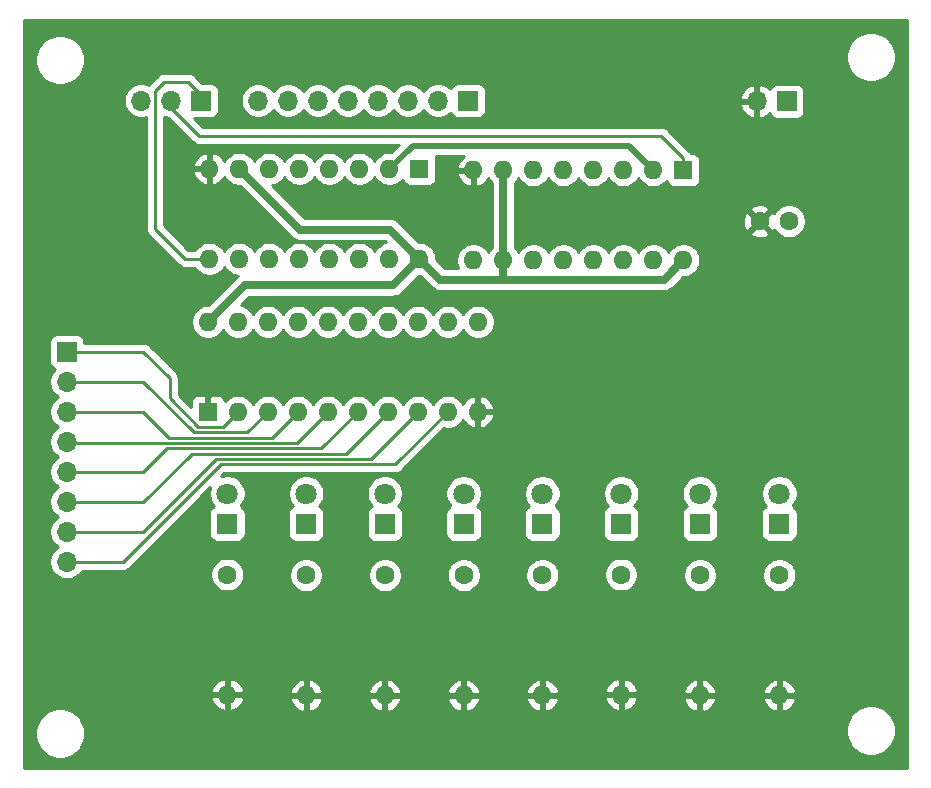
<source format=gbr>
%TF.GenerationSoftware,KiCad,Pcbnew,(5.1.9-0-10_14)*%
%TF.CreationDate,2021-04-21T09:15:21-04:00*%
%TF.ProjectId,COUNTER,434f554e-5445-4522-9e6b-696361645f70,rev?*%
%TF.SameCoordinates,Original*%
%TF.FileFunction,Copper,L2,Bot*%
%TF.FilePolarity,Positive*%
%FSLAX46Y46*%
G04 Gerber Fmt 4.6, Leading zero omitted, Abs format (unit mm)*
G04 Created by KiCad (PCBNEW (5.1.9-0-10_14)) date 2021-04-21 09:15:21*
%MOMM*%
%LPD*%
G01*
G04 APERTURE LIST*
%TA.AperFunction,ComponentPad*%
%ADD10O,1.700000X1.700000*%
%TD*%
%TA.AperFunction,ComponentPad*%
%ADD11R,1.700000X1.700000*%
%TD*%
%TA.AperFunction,ComponentPad*%
%ADD12O,1.600000X1.600000*%
%TD*%
%TA.AperFunction,ComponentPad*%
%ADD13R,1.600000X1.600000*%
%TD*%
%TA.AperFunction,ComponentPad*%
%ADD14C,1.600000*%
%TD*%
%TA.AperFunction,ComponentPad*%
%ADD15C,1.800000*%
%TD*%
%TA.AperFunction,ComponentPad*%
%ADD16R,1.800000X1.800000*%
%TD*%
%TA.AperFunction,ViaPad*%
%ADD17C,0.800000*%
%TD*%
%TA.AperFunction,Conductor*%
%ADD18C,0.700000*%
%TD*%
%TA.AperFunction,Conductor*%
%ADD19C,0.250000*%
%TD*%
%TA.AperFunction,Conductor*%
%ADD20C,0.500000*%
%TD*%
%TA.AperFunction,Conductor*%
%ADD21C,0.254000*%
%TD*%
%TA.AperFunction,Conductor*%
%ADD22C,0.100000*%
%TD*%
G04 APERTURE END LIST*
D10*
%TO.P,J3,8*%
%TO.N,/D8*%
X92011500Y-36576000D03*
%TO.P,J3,7*%
%TO.N,/D7*%
X94551500Y-36576000D03*
%TO.P,J3,6*%
%TO.N,/D6*%
X97091500Y-36576000D03*
%TO.P,J3,5*%
%TO.N,/D5*%
X99631500Y-36576000D03*
%TO.P,J3,4*%
%TO.N,/D4*%
X102171500Y-36576000D03*
%TO.P,J3,3*%
%TO.N,/D3*%
X104711500Y-36576000D03*
%TO.P,J3,2*%
%TO.N,/D2*%
X107251500Y-36576000D03*
D11*
%TO.P,J3,1*%
%TO.N,/D1*%
X109791500Y-36576000D03*
%TD*%
D10*
%TO.P,J2,3*%
%TO.N,/CLOCK*%
X82105500Y-36576000D03*
%TO.P,J2,2*%
%TO.N,/RESET*%
X84645500Y-36576000D03*
D11*
%TO.P,J2,1*%
%TO.N,/JUMP*%
X87185500Y-36576000D03*
%TD*%
D10*
%TO.P,J1,8*%
%TO.N,/Y1*%
X75819000Y-75628500D03*
%TO.P,J1,7*%
%TO.N,/Y2*%
X75819000Y-73088500D03*
%TO.P,J1,6*%
%TO.N,/Y3*%
X75819000Y-70548500D03*
%TO.P,J1,5*%
%TO.N,/Y4*%
X75819000Y-68008500D03*
%TO.P,J1,4*%
%TO.N,/Y5*%
X75819000Y-65468500D03*
%TO.P,J1,3*%
%TO.N,/Y6*%
X75819000Y-62928500D03*
%TO.P,J1,2*%
%TO.N,/Y7*%
X75819000Y-60388500D03*
D11*
%TO.P,J1,1*%
%TO.N,/Y8*%
X75819000Y-57848500D03*
%TD*%
D12*
%TO.P,U48,16*%
%TO.N,VCC*%
X128016000Y-50101500D03*
%TO.P,U48,8*%
%TO.N,GND*%
X110236000Y-42481500D03*
%TO.P,U48,15*%
%TO.N,Net-(U46-Pad10)*%
X125476000Y-50101500D03*
%TO.P,U48,7*%
%TO.N,VCC*%
X112776000Y-42481500D03*
%TO.P,U48,14*%
%TO.N,Net-(D51-Pad2)*%
X122936000Y-50101500D03*
%TO.P,U48,6*%
%TO.N,/D4*%
X115316000Y-42481500D03*
%TO.P,U48,13*%
%TO.N,Net-(D50-Pad2)*%
X120396000Y-50101500D03*
%TO.P,U48,5*%
%TO.N,/D3*%
X117856000Y-42481500D03*
%TO.P,U48,12*%
%TO.N,Net-(D49-Pad2)*%
X117856000Y-50101500D03*
%TO.P,U48,4*%
%TO.N,/D2*%
X120396000Y-42481500D03*
%TO.P,U48,11*%
%TO.N,Net-(D48-Pad2)*%
X115316000Y-50101500D03*
%TO.P,U48,3*%
%TO.N,/D1*%
X122936000Y-42481500D03*
%TO.P,U48,10*%
%TO.N,VCC*%
X112776000Y-50101500D03*
%TO.P,U48,2*%
%TO.N,/CLOCK*%
X125476000Y-42481500D03*
%TO.P,U48,9*%
%TO.N,/JUMP*%
X110236000Y-50101500D03*
D13*
%TO.P,U48,1*%
%TO.N,/RESET*%
X128016000Y-42481500D03*
%TD*%
D12*
%TO.P,U47,20*%
%TO.N,VCC*%
X87757000Y-55308500D03*
%TO.P,U47,10*%
%TO.N,GND*%
X110617000Y-62928500D03*
%TO.P,U47,19*%
%TO.N,/OE*%
X90297000Y-55308500D03*
%TO.P,U47,9*%
%TO.N,/Y1*%
X108077000Y-62928500D03*
%TO.P,U47,18*%
%TO.N,Net-(D44-Pad2)*%
X92837000Y-55308500D03*
%TO.P,U47,8*%
%TO.N,/Y2*%
X105537000Y-62928500D03*
%TO.P,U47,17*%
%TO.N,Net-(D45-Pad2)*%
X95377000Y-55308500D03*
%TO.P,U47,7*%
%TO.N,/Y3*%
X102997000Y-62928500D03*
%TO.P,U47,16*%
%TO.N,Net-(D46-Pad2)*%
X97917000Y-55308500D03*
%TO.P,U47,6*%
%TO.N,/Y4*%
X100457000Y-62928500D03*
%TO.P,U47,15*%
%TO.N,Net-(D47-Pad2)*%
X100457000Y-55308500D03*
%TO.P,U47,5*%
%TO.N,/Y5*%
X97917000Y-62928500D03*
%TO.P,U47,14*%
%TO.N,Net-(D48-Pad2)*%
X102997000Y-55308500D03*
%TO.P,U47,4*%
%TO.N,/Y6*%
X95377000Y-62928500D03*
%TO.P,U47,13*%
%TO.N,Net-(D49-Pad2)*%
X105537000Y-55308500D03*
%TO.P,U47,3*%
%TO.N,/Y7*%
X92837000Y-62928500D03*
%TO.P,U47,12*%
%TO.N,Net-(D50-Pad2)*%
X108077000Y-55308500D03*
%TO.P,U47,2*%
%TO.N,/Y8*%
X90297000Y-62928500D03*
%TO.P,U47,11*%
%TO.N,Net-(D51-Pad2)*%
X110617000Y-55308500D03*
D13*
%TO.P,U47,1*%
%TO.N,GND*%
X87757000Y-62928500D03*
%TD*%
D12*
%TO.P,U46,16*%
%TO.N,VCC*%
X105664000Y-49974500D03*
%TO.P,U46,8*%
%TO.N,GND*%
X87884000Y-42354500D03*
%TO.P,U46,15*%
%TO.N,Net-(U46-Pad15)*%
X103124000Y-49974500D03*
%TO.P,U46,7*%
%TO.N,VCC*%
X90424000Y-42354500D03*
%TO.P,U46,14*%
%TO.N,Net-(D47-Pad2)*%
X100584000Y-49974500D03*
%TO.P,U46,6*%
%TO.N,/D8*%
X92964000Y-42354500D03*
%TO.P,U46,13*%
%TO.N,Net-(D46-Pad2)*%
X98044000Y-49974500D03*
%TO.P,U46,5*%
%TO.N,/D7*%
X95504000Y-42354500D03*
%TO.P,U46,12*%
%TO.N,Net-(D45-Pad2)*%
X95504000Y-49974500D03*
%TO.P,U46,4*%
%TO.N,/D6*%
X98044000Y-42354500D03*
%TO.P,U46,11*%
%TO.N,Net-(D44-Pad2)*%
X92964000Y-49974500D03*
%TO.P,U46,3*%
%TO.N,/D5*%
X100584000Y-42354500D03*
%TO.P,U46,10*%
%TO.N,Net-(U46-Pad10)*%
X90424000Y-49974500D03*
%TO.P,U46,2*%
%TO.N,/CLOCK*%
X103124000Y-42354500D03*
%TO.P,U46,9*%
%TO.N,/JUMP*%
X87884000Y-49974500D03*
D13*
%TO.P,U46,1*%
%TO.N,/RESET*%
X105664000Y-42354500D03*
%TD*%
D12*
%TO.P,R18,2*%
%TO.N,GND*%
X136144000Y-86931500D03*
D14*
%TO.P,R18,1*%
%TO.N,Net-(D51-Pad1)*%
X136144000Y-76771500D03*
%TD*%
D12*
%TO.P,R17,2*%
%TO.N,GND*%
X129413000Y-86931500D03*
D14*
%TO.P,R17,1*%
%TO.N,Net-(D50-Pad1)*%
X129413000Y-76771500D03*
%TD*%
D12*
%TO.P,R16,2*%
%TO.N,GND*%
X122745500Y-86868000D03*
D14*
%TO.P,R16,1*%
%TO.N,Net-(D49-Pad1)*%
X122745500Y-76708000D03*
%TD*%
D12*
%TO.P,R15,2*%
%TO.N,GND*%
X116078000Y-86931500D03*
D14*
%TO.P,R15,1*%
%TO.N,Net-(D48-Pad1)*%
X116078000Y-76771500D03*
%TD*%
D12*
%TO.P,R14,2*%
%TO.N,GND*%
X109410500Y-86931500D03*
D14*
%TO.P,R14,1*%
%TO.N,Net-(D47-Pad1)*%
X109410500Y-76771500D03*
%TD*%
D12*
%TO.P,R13,2*%
%TO.N,GND*%
X102743000Y-86931500D03*
D14*
%TO.P,R13,1*%
%TO.N,Net-(D46-Pad1)*%
X102743000Y-76771500D03*
%TD*%
D12*
%TO.P,R12,2*%
%TO.N,GND*%
X96075500Y-86931500D03*
D14*
%TO.P,R12,1*%
%TO.N,Net-(D45-Pad1)*%
X96075500Y-76771500D03*
%TD*%
D12*
%TO.P,R11,2*%
%TO.N,GND*%
X89408000Y-86868000D03*
D14*
%TO.P,R11,1*%
%TO.N,Net-(D44-Pad1)*%
X89408000Y-76708000D03*
%TD*%
D10*
%TO.P,J10,2*%
%TO.N,GND*%
X134239000Y-36639500D03*
D11*
%TO.P,J10,1*%
%TO.N,VCC*%
X136779000Y-36639500D03*
%TD*%
D15*
%TO.P,D51,2*%
%TO.N,Net-(D51-Pad2)*%
X136144000Y-69850000D03*
D16*
%TO.P,D51,1*%
%TO.N,Net-(D51-Pad1)*%
X136144000Y-72390000D03*
%TD*%
D15*
%TO.P,D50,2*%
%TO.N,Net-(D50-Pad2)*%
X129413000Y-69850000D03*
D16*
%TO.P,D50,1*%
%TO.N,Net-(D50-Pad1)*%
X129413000Y-72390000D03*
%TD*%
D15*
%TO.P,D49,2*%
%TO.N,Net-(D49-Pad2)*%
X122745500Y-69850000D03*
D16*
%TO.P,D49,1*%
%TO.N,Net-(D49-Pad1)*%
X122745500Y-72390000D03*
%TD*%
D15*
%TO.P,D48,2*%
%TO.N,Net-(D48-Pad2)*%
X116078000Y-69850000D03*
D16*
%TO.P,D48,1*%
%TO.N,Net-(D48-Pad1)*%
X116078000Y-72390000D03*
%TD*%
D15*
%TO.P,D47,2*%
%TO.N,Net-(D47-Pad2)*%
X109410500Y-69850000D03*
D16*
%TO.P,D47,1*%
%TO.N,Net-(D47-Pad1)*%
X109410500Y-72390000D03*
%TD*%
D15*
%TO.P,D46,2*%
%TO.N,Net-(D46-Pad2)*%
X102743000Y-69850000D03*
D16*
%TO.P,D46,1*%
%TO.N,Net-(D46-Pad1)*%
X102743000Y-72390000D03*
%TD*%
D15*
%TO.P,D45,2*%
%TO.N,Net-(D45-Pad2)*%
X96075500Y-69850000D03*
D16*
%TO.P,D45,1*%
%TO.N,Net-(D45-Pad1)*%
X96075500Y-72390000D03*
%TD*%
D15*
%TO.P,D44,2*%
%TO.N,Net-(D44-Pad2)*%
X89408000Y-69850000D03*
D16*
%TO.P,D44,1*%
%TO.N,Net-(D44-Pad1)*%
X89408000Y-72390000D03*
%TD*%
D14*
%TO.P,C8,2*%
%TO.N,GND*%
X134469500Y-46799500D03*
%TO.P,C8,1*%
%TO.N,VCC*%
X136969500Y-46799500D03*
%TD*%
D17*
%TO.N,GND*%
X105283000Y-46228000D03*
%TD*%
D18*
%TO.N,VCC*%
X112776000Y-42481500D02*
X112776000Y-50101500D01*
X128016000Y-50101500D02*
X126365000Y-51752500D01*
X107442000Y-51752500D02*
X105664000Y-49974500D01*
X90424000Y-42354500D02*
X95567500Y-47498000D01*
X103187500Y-47498000D02*
X105664000Y-49974500D01*
X95567500Y-47498000D02*
X103187500Y-47498000D01*
X87757000Y-55308500D02*
X90868500Y-52197000D01*
X103441500Y-52197000D02*
X105664000Y-49974500D01*
X90868500Y-52197000D02*
X103441500Y-52197000D01*
X112776000Y-50101500D02*
X112776000Y-51689000D01*
X112839500Y-51752500D02*
X107442000Y-51752500D01*
D19*
X112776000Y-51689000D02*
X112839500Y-51752500D01*
D18*
X126365000Y-51752500D02*
X112839500Y-51752500D01*
D20*
%TO.N,/CLOCK*%
X125476000Y-42481500D02*
X123380500Y-40386000D01*
X105092500Y-40386000D02*
X103124000Y-42354500D01*
X123380500Y-40386000D02*
X105092500Y-40386000D01*
D19*
%TO.N,/JUMP*%
X87185500Y-36576000D02*
X87185500Y-36068000D01*
X87185500Y-36068000D02*
X86106000Y-34988500D01*
X86106000Y-34988500D02*
X84074000Y-34988500D01*
X83280501Y-35781999D02*
X83280501Y-47465999D01*
X84074000Y-34988500D02*
X83280501Y-35781999D01*
X85789002Y-49974500D02*
X87884000Y-49974500D01*
X83280501Y-47465999D02*
X85789002Y-49974500D01*
%TO.N,/RESET*%
X128016000Y-41431500D02*
X126145000Y-39560500D01*
X128016000Y-42481500D02*
X128016000Y-41431500D01*
X126145000Y-39560500D02*
X86995000Y-39560500D01*
X84645500Y-37211000D02*
X84645500Y-36576000D01*
X86995000Y-39560500D02*
X84645500Y-37211000D01*
%TO.N,/Y1*%
X80581500Y-75628500D02*
X75819000Y-75628500D01*
X88836500Y-67373500D02*
X80581500Y-75628500D01*
X103632000Y-67373500D02*
X88836500Y-67373500D01*
X108077000Y-62928500D02*
X103632000Y-67373500D01*
%TO.N,/Y2*%
X88461011Y-66923489D02*
X101542011Y-66923489D01*
X82296000Y-73088500D02*
X88461011Y-66923489D01*
X101542011Y-66923489D02*
X105537000Y-62928500D01*
X75819000Y-73088500D02*
X82296000Y-73088500D01*
%TO.N,/Y3*%
X82296000Y-70548500D02*
X86371022Y-66473478D01*
X99452022Y-66473478D02*
X102997000Y-62928500D01*
X86371022Y-66473478D02*
X99452022Y-66473478D01*
X75819000Y-70548500D02*
X82296000Y-70548500D01*
%TO.N,/Y4*%
X84281033Y-66023467D02*
X97362033Y-66023467D01*
X97362033Y-66023467D02*
X100457000Y-62928500D01*
X82296000Y-68008500D02*
X84281033Y-66023467D01*
X75819000Y-68008500D02*
X82296000Y-68008500D01*
%TO.N,/Y5*%
X75923956Y-65573456D02*
X75819000Y-65468500D01*
X95272044Y-65573456D02*
X75923956Y-65573456D01*
X97917000Y-62928500D02*
X95272044Y-65573456D01*
%TO.N,/Y6*%
X84490945Y-65123445D02*
X93182055Y-65123445D01*
X82296000Y-62928500D02*
X84490945Y-65123445D01*
X93182055Y-65123445D02*
X95377000Y-62928500D01*
X75819000Y-62928500D02*
X82296000Y-62928500D01*
%TO.N,/Y7*%
X86580934Y-64673434D02*
X91092066Y-64673434D01*
X91092066Y-64673434D02*
X92837000Y-62928500D01*
X82296000Y-60388500D02*
X86580934Y-64673434D01*
X75819000Y-60388500D02*
X82296000Y-60388500D01*
%TO.N,/Y8*%
X82296000Y-57848500D02*
X84518500Y-60071000D01*
X89002077Y-64223423D02*
X90297000Y-62928500D01*
X86940978Y-64223423D02*
X89002077Y-64223423D01*
X84518500Y-60071000D02*
X84518500Y-61800945D01*
X84518500Y-61800945D02*
X86940978Y-64223423D01*
X75819000Y-57848500D02*
X82296000Y-57848500D01*
%TD*%
D21*
%TO.N,GND*%
X146977501Y-93066000D02*
X72161000Y-93066000D01*
X72161000Y-89959721D01*
X73112500Y-89959721D01*
X73112500Y-90380279D01*
X73194547Y-90792756D01*
X73355488Y-91181302D01*
X73589137Y-91530983D01*
X73886517Y-91828363D01*
X74236198Y-92062012D01*
X74624744Y-92222953D01*
X75037221Y-92305000D01*
X75457779Y-92305000D01*
X75870256Y-92222953D01*
X76258802Y-92062012D01*
X76608483Y-91828363D01*
X76905863Y-91530983D01*
X77139512Y-91181302D01*
X77300453Y-90792756D01*
X77382500Y-90380279D01*
X77382500Y-89959721D01*
X77331977Y-89705721D01*
X141756000Y-89705721D01*
X141756000Y-90126279D01*
X141838047Y-90538756D01*
X141998988Y-90927302D01*
X142232637Y-91276983D01*
X142530017Y-91574363D01*
X142879698Y-91808012D01*
X143268244Y-91968953D01*
X143680721Y-92051000D01*
X144101279Y-92051000D01*
X144513756Y-91968953D01*
X144902302Y-91808012D01*
X145251983Y-91574363D01*
X145549363Y-91276983D01*
X145783012Y-90927302D01*
X145943953Y-90538756D01*
X146026000Y-90126279D01*
X146026000Y-89705721D01*
X145943953Y-89293244D01*
X145783012Y-88904698D01*
X145549363Y-88555017D01*
X145251983Y-88257637D01*
X144902302Y-88023988D01*
X144513756Y-87863047D01*
X144101279Y-87781000D01*
X143680721Y-87781000D01*
X143268244Y-87863047D01*
X142879698Y-88023988D01*
X142530017Y-88257637D01*
X142232637Y-88555017D01*
X141998988Y-88904698D01*
X141838047Y-89293244D01*
X141756000Y-89705721D01*
X77331977Y-89705721D01*
X77300453Y-89547244D01*
X77139512Y-89158698D01*
X76905863Y-88809017D01*
X76608483Y-88511637D01*
X76258802Y-88277988D01*
X75870256Y-88117047D01*
X75457779Y-88035000D01*
X75037221Y-88035000D01*
X74624744Y-88117047D01*
X74236198Y-88277988D01*
X73886517Y-88511637D01*
X73589137Y-88809017D01*
X73355488Y-89158698D01*
X73194547Y-89547244D01*
X73112500Y-89959721D01*
X72161000Y-89959721D01*
X72161000Y-87217040D01*
X88016091Y-87217040D01*
X88110930Y-87481881D01*
X88255615Y-87723131D01*
X88444586Y-87931519D01*
X88670580Y-88099037D01*
X88924913Y-88219246D01*
X89058961Y-88259904D01*
X89281000Y-88137915D01*
X89281000Y-86995000D01*
X89535000Y-86995000D01*
X89535000Y-88137915D01*
X89757039Y-88259904D01*
X89891087Y-88219246D01*
X90145420Y-88099037D01*
X90371414Y-87931519D01*
X90560385Y-87723131D01*
X90705070Y-87481881D01*
X90777169Y-87280540D01*
X94683591Y-87280540D01*
X94778430Y-87545381D01*
X94923115Y-87786631D01*
X95112086Y-87995019D01*
X95338080Y-88162537D01*
X95592413Y-88282746D01*
X95726461Y-88323404D01*
X95948500Y-88201415D01*
X95948500Y-87058500D01*
X96202500Y-87058500D01*
X96202500Y-88201415D01*
X96424539Y-88323404D01*
X96558587Y-88282746D01*
X96812920Y-88162537D01*
X97038914Y-87995019D01*
X97227885Y-87786631D01*
X97372570Y-87545381D01*
X97467409Y-87280540D01*
X101351091Y-87280540D01*
X101445930Y-87545381D01*
X101590615Y-87786631D01*
X101779586Y-87995019D01*
X102005580Y-88162537D01*
X102259913Y-88282746D01*
X102393961Y-88323404D01*
X102616000Y-88201415D01*
X102616000Y-87058500D01*
X102870000Y-87058500D01*
X102870000Y-88201415D01*
X103092039Y-88323404D01*
X103226087Y-88282746D01*
X103480420Y-88162537D01*
X103706414Y-87995019D01*
X103895385Y-87786631D01*
X104040070Y-87545381D01*
X104134909Y-87280540D01*
X108018591Y-87280540D01*
X108113430Y-87545381D01*
X108258115Y-87786631D01*
X108447086Y-87995019D01*
X108673080Y-88162537D01*
X108927413Y-88282746D01*
X109061461Y-88323404D01*
X109283500Y-88201415D01*
X109283500Y-87058500D01*
X109537500Y-87058500D01*
X109537500Y-88201415D01*
X109759539Y-88323404D01*
X109893587Y-88282746D01*
X110147920Y-88162537D01*
X110373914Y-87995019D01*
X110562885Y-87786631D01*
X110707570Y-87545381D01*
X110802409Y-87280540D01*
X114686091Y-87280540D01*
X114780930Y-87545381D01*
X114925615Y-87786631D01*
X115114586Y-87995019D01*
X115340580Y-88162537D01*
X115594913Y-88282746D01*
X115728961Y-88323404D01*
X115951000Y-88201415D01*
X115951000Y-87058500D01*
X116205000Y-87058500D01*
X116205000Y-88201415D01*
X116427039Y-88323404D01*
X116561087Y-88282746D01*
X116815420Y-88162537D01*
X117041414Y-87995019D01*
X117230385Y-87786631D01*
X117375070Y-87545381D01*
X117469909Y-87280540D01*
X117435224Y-87217040D01*
X121353591Y-87217040D01*
X121448430Y-87481881D01*
X121593115Y-87723131D01*
X121782086Y-87931519D01*
X122008080Y-88099037D01*
X122262413Y-88219246D01*
X122396461Y-88259904D01*
X122618500Y-88137915D01*
X122618500Y-86995000D01*
X122872500Y-86995000D01*
X122872500Y-88137915D01*
X123094539Y-88259904D01*
X123228587Y-88219246D01*
X123482920Y-88099037D01*
X123708914Y-87931519D01*
X123897885Y-87723131D01*
X124042570Y-87481881D01*
X124114669Y-87280540D01*
X128021091Y-87280540D01*
X128115930Y-87545381D01*
X128260615Y-87786631D01*
X128449586Y-87995019D01*
X128675580Y-88162537D01*
X128929913Y-88282746D01*
X129063961Y-88323404D01*
X129286000Y-88201415D01*
X129286000Y-87058500D01*
X129540000Y-87058500D01*
X129540000Y-88201415D01*
X129762039Y-88323404D01*
X129896087Y-88282746D01*
X130150420Y-88162537D01*
X130376414Y-87995019D01*
X130565385Y-87786631D01*
X130710070Y-87545381D01*
X130804909Y-87280540D01*
X134752091Y-87280540D01*
X134846930Y-87545381D01*
X134991615Y-87786631D01*
X135180586Y-87995019D01*
X135406580Y-88162537D01*
X135660913Y-88282746D01*
X135794961Y-88323404D01*
X136017000Y-88201415D01*
X136017000Y-87058500D01*
X136271000Y-87058500D01*
X136271000Y-88201415D01*
X136493039Y-88323404D01*
X136627087Y-88282746D01*
X136881420Y-88162537D01*
X137107414Y-87995019D01*
X137296385Y-87786631D01*
X137441070Y-87545381D01*
X137535909Y-87280540D01*
X137414624Y-87058500D01*
X136271000Y-87058500D01*
X136017000Y-87058500D01*
X134873376Y-87058500D01*
X134752091Y-87280540D01*
X130804909Y-87280540D01*
X130683624Y-87058500D01*
X129540000Y-87058500D01*
X129286000Y-87058500D01*
X128142376Y-87058500D01*
X128021091Y-87280540D01*
X124114669Y-87280540D01*
X124137409Y-87217040D01*
X124016124Y-86995000D01*
X122872500Y-86995000D01*
X122618500Y-86995000D01*
X121474876Y-86995000D01*
X121353591Y-87217040D01*
X117435224Y-87217040D01*
X117348624Y-87058500D01*
X116205000Y-87058500D01*
X115951000Y-87058500D01*
X114807376Y-87058500D01*
X114686091Y-87280540D01*
X110802409Y-87280540D01*
X110681124Y-87058500D01*
X109537500Y-87058500D01*
X109283500Y-87058500D01*
X108139876Y-87058500D01*
X108018591Y-87280540D01*
X104134909Y-87280540D01*
X104013624Y-87058500D01*
X102870000Y-87058500D01*
X102616000Y-87058500D01*
X101472376Y-87058500D01*
X101351091Y-87280540D01*
X97467409Y-87280540D01*
X97346124Y-87058500D01*
X96202500Y-87058500D01*
X95948500Y-87058500D01*
X94804876Y-87058500D01*
X94683591Y-87280540D01*
X90777169Y-87280540D01*
X90799909Y-87217040D01*
X90678624Y-86995000D01*
X89535000Y-86995000D01*
X89281000Y-86995000D01*
X88137376Y-86995000D01*
X88016091Y-87217040D01*
X72161000Y-87217040D01*
X72161000Y-86518960D01*
X88016091Y-86518960D01*
X88137376Y-86741000D01*
X89281000Y-86741000D01*
X89281000Y-85598085D01*
X89535000Y-85598085D01*
X89535000Y-86741000D01*
X90678624Y-86741000D01*
X90765223Y-86582460D01*
X94683591Y-86582460D01*
X94804876Y-86804500D01*
X95948500Y-86804500D01*
X95948500Y-85661585D01*
X96202500Y-85661585D01*
X96202500Y-86804500D01*
X97346124Y-86804500D01*
X97467409Y-86582460D01*
X101351091Y-86582460D01*
X101472376Y-86804500D01*
X102616000Y-86804500D01*
X102616000Y-85661585D01*
X102870000Y-85661585D01*
X102870000Y-86804500D01*
X104013624Y-86804500D01*
X104134909Y-86582460D01*
X108018591Y-86582460D01*
X108139876Y-86804500D01*
X109283500Y-86804500D01*
X109283500Y-85661585D01*
X109537500Y-85661585D01*
X109537500Y-86804500D01*
X110681124Y-86804500D01*
X110802409Y-86582460D01*
X114686091Y-86582460D01*
X114807376Y-86804500D01*
X115951000Y-86804500D01*
X115951000Y-85661585D01*
X116205000Y-85661585D01*
X116205000Y-86804500D01*
X117348624Y-86804500D01*
X117469909Y-86582460D01*
X117447170Y-86518960D01*
X121353591Y-86518960D01*
X121474876Y-86741000D01*
X122618500Y-86741000D01*
X122618500Y-85598085D01*
X122872500Y-85598085D01*
X122872500Y-86741000D01*
X124016124Y-86741000D01*
X124102723Y-86582460D01*
X128021091Y-86582460D01*
X128142376Y-86804500D01*
X129286000Y-86804500D01*
X129286000Y-85661585D01*
X129540000Y-85661585D01*
X129540000Y-86804500D01*
X130683624Y-86804500D01*
X130804909Y-86582460D01*
X134752091Y-86582460D01*
X134873376Y-86804500D01*
X136017000Y-86804500D01*
X136017000Y-85661585D01*
X136271000Y-85661585D01*
X136271000Y-86804500D01*
X137414624Y-86804500D01*
X137535909Y-86582460D01*
X137441070Y-86317619D01*
X137296385Y-86076369D01*
X137107414Y-85867981D01*
X136881420Y-85700463D01*
X136627087Y-85580254D01*
X136493039Y-85539596D01*
X136271000Y-85661585D01*
X136017000Y-85661585D01*
X135794961Y-85539596D01*
X135660913Y-85580254D01*
X135406580Y-85700463D01*
X135180586Y-85867981D01*
X134991615Y-86076369D01*
X134846930Y-86317619D01*
X134752091Y-86582460D01*
X130804909Y-86582460D01*
X130710070Y-86317619D01*
X130565385Y-86076369D01*
X130376414Y-85867981D01*
X130150420Y-85700463D01*
X129896087Y-85580254D01*
X129762039Y-85539596D01*
X129540000Y-85661585D01*
X129286000Y-85661585D01*
X129063961Y-85539596D01*
X128929913Y-85580254D01*
X128675580Y-85700463D01*
X128449586Y-85867981D01*
X128260615Y-86076369D01*
X128115930Y-86317619D01*
X128021091Y-86582460D01*
X124102723Y-86582460D01*
X124137409Y-86518960D01*
X124042570Y-86254119D01*
X123897885Y-86012869D01*
X123708914Y-85804481D01*
X123482920Y-85636963D01*
X123228587Y-85516754D01*
X123094539Y-85476096D01*
X122872500Y-85598085D01*
X122618500Y-85598085D01*
X122396461Y-85476096D01*
X122262413Y-85516754D01*
X122008080Y-85636963D01*
X121782086Y-85804481D01*
X121593115Y-86012869D01*
X121448430Y-86254119D01*
X121353591Y-86518960D01*
X117447170Y-86518960D01*
X117375070Y-86317619D01*
X117230385Y-86076369D01*
X117041414Y-85867981D01*
X116815420Y-85700463D01*
X116561087Y-85580254D01*
X116427039Y-85539596D01*
X116205000Y-85661585D01*
X115951000Y-85661585D01*
X115728961Y-85539596D01*
X115594913Y-85580254D01*
X115340580Y-85700463D01*
X115114586Y-85867981D01*
X114925615Y-86076369D01*
X114780930Y-86317619D01*
X114686091Y-86582460D01*
X110802409Y-86582460D01*
X110707570Y-86317619D01*
X110562885Y-86076369D01*
X110373914Y-85867981D01*
X110147920Y-85700463D01*
X109893587Y-85580254D01*
X109759539Y-85539596D01*
X109537500Y-85661585D01*
X109283500Y-85661585D01*
X109061461Y-85539596D01*
X108927413Y-85580254D01*
X108673080Y-85700463D01*
X108447086Y-85867981D01*
X108258115Y-86076369D01*
X108113430Y-86317619D01*
X108018591Y-86582460D01*
X104134909Y-86582460D01*
X104040070Y-86317619D01*
X103895385Y-86076369D01*
X103706414Y-85867981D01*
X103480420Y-85700463D01*
X103226087Y-85580254D01*
X103092039Y-85539596D01*
X102870000Y-85661585D01*
X102616000Y-85661585D01*
X102393961Y-85539596D01*
X102259913Y-85580254D01*
X102005580Y-85700463D01*
X101779586Y-85867981D01*
X101590615Y-86076369D01*
X101445930Y-86317619D01*
X101351091Y-86582460D01*
X97467409Y-86582460D01*
X97372570Y-86317619D01*
X97227885Y-86076369D01*
X97038914Y-85867981D01*
X96812920Y-85700463D01*
X96558587Y-85580254D01*
X96424539Y-85539596D01*
X96202500Y-85661585D01*
X95948500Y-85661585D01*
X95726461Y-85539596D01*
X95592413Y-85580254D01*
X95338080Y-85700463D01*
X95112086Y-85867981D01*
X94923115Y-86076369D01*
X94778430Y-86317619D01*
X94683591Y-86582460D01*
X90765223Y-86582460D01*
X90799909Y-86518960D01*
X90705070Y-86254119D01*
X90560385Y-86012869D01*
X90371414Y-85804481D01*
X90145420Y-85636963D01*
X89891087Y-85516754D01*
X89757039Y-85476096D01*
X89535000Y-85598085D01*
X89281000Y-85598085D01*
X89058961Y-85476096D01*
X88924913Y-85516754D01*
X88670580Y-85636963D01*
X88444586Y-85804481D01*
X88255615Y-86012869D01*
X88110930Y-86254119D01*
X88016091Y-86518960D01*
X72161000Y-86518960D01*
X72161000Y-56998500D01*
X74330928Y-56998500D01*
X74330928Y-58698500D01*
X74343188Y-58822982D01*
X74379498Y-58942680D01*
X74438463Y-59052994D01*
X74517815Y-59149685D01*
X74614506Y-59229037D01*
X74724820Y-59288002D01*
X74797380Y-59310013D01*
X74665525Y-59441868D01*
X74503010Y-59685089D01*
X74391068Y-59955342D01*
X74334000Y-60242240D01*
X74334000Y-60534760D01*
X74391068Y-60821658D01*
X74503010Y-61091911D01*
X74665525Y-61335132D01*
X74872368Y-61541975D01*
X75046760Y-61658500D01*
X74872368Y-61775025D01*
X74665525Y-61981868D01*
X74503010Y-62225089D01*
X74391068Y-62495342D01*
X74334000Y-62782240D01*
X74334000Y-63074760D01*
X74391068Y-63361658D01*
X74503010Y-63631911D01*
X74665525Y-63875132D01*
X74872368Y-64081975D01*
X75046760Y-64198500D01*
X74872368Y-64315025D01*
X74665525Y-64521868D01*
X74503010Y-64765089D01*
X74391068Y-65035342D01*
X74334000Y-65322240D01*
X74334000Y-65614760D01*
X74391068Y-65901658D01*
X74503010Y-66171911D01*
X74665525Y-66415132D01*
X74872368Y-66621975D01*
X75046760Y-66738500D01*
X74872368Y-66855025D01*
X74665525Y-67061868D01*
X74503010Y-67305089D01*
X74391068Y-67575342D01*
X74334000Y-67862240D01*
X74334000Y-68154760D01*
X74391068Y-68441658D01*
X74503010Y-68711911D01*
X74665525Y-68955132D01*
X74872368Y-69161975D01*
X75046760Y-69278500D01*
X74872368Y-69395025D01*
X74665525Y-69601868D01*
X74503010Y-69845089D01*
X74391068Y-70115342D01*
X74334000Y-70402240D01*
X74334000Y-70694760D01*
X74391068Y-70981658D01*
X74503010Y-71251911D01*
X74665525Y-71495132D01*
X74872368Y-71701975D01*
X75046760Y-71818500D01*
X74872368Y-71935025D01*
X74665525Y-72141868D01*
X74503010Y-72385089D01*
X74391068Y-72655342D01*
X74334000Y-72942240D01*
X74334000Y-73234760D01*
X74391068Y-73521658D01*
X74503010Y-73791911D01*
X74665525Y-74035132D01*
X74872368Y-74241975D01*
X75046760Y-74358500D01*
X74872368Y-74475025D01*
X74665525Y-74681868D01*
X74503010Y-74925089D01*
X74391068Y-75195342D01*
X74334000Y-75482240D01*
X74334000Y-75774760D01*
X74391068Y-76061658D01*
X74503010Y-76331911D01*
X74665525Y-76575132D01*
X74872368Y-76781975D01*
X75115589Y-76944490D01*
X75385842Y-77056432D01*
X75672740Y-77113500D01*
X75965260Y-77113500D01*
X76252158Y-77056432D01*
X76522411Y-76944490D01*
X76765632Y-76781975D01*
X76972475Y-76575132D01*
X76978132Y-76566665D01*
X87973000Y-76566665D01*
X87973000Y-76849335D01*
X88028147Y-77126574D01*
X88136320Y-77387727D01*
X88293363Y-77622759D01*
X88493241Y-77822637D01*
X88728273Y-77979680D01*
X88989426Y-78087853D01*
X89266665Y-78143000D01*
X89549335Y-78143000D01*
X89826574Y-78087853D01*
X90087727Y-77979680D01*
X90322759Y-77822637D01*
X90522637Y-77622759D01*
X90679680Y-77387727D01*
X90787853Y-77126574D01*
X90843000Y-76849335D01*
X90843000Y-76630165D01*
X94640500Y-76630165D01*
X94640500Y-76912835D01*
X94695647Y-77190074D01*
X94803820Y-77451227D01*
X94960863Y-77686259D01*
X95160741Y-77886137D01*
X95395773Y-78043180D01*
X95656926Y-78151353D01*
X95934165Y-78206500D01*
X96216835Y-78206500D01*
X96494074Y-78151353D01*
X96755227Y-78043180D01*
X96990259Y-77886137D01*
X97190137Y-77686259D01*
X97347180Y-77451227D01*
X97455353Y-77190074D01*
X97510500Y-76912835D01*
X97510500Y-76630165D01*
X101308000Y-76630165D01*
X101308000Y-76912835D01*
X101363147Y-77190074D01*
X101471320Y-77451227D01*
X101628363Y-77686259D01*
X101828241Y-77886137D01*
X102063273Y-78043180D01*
X102324426Y-78151353D01*
X102601665Y-78206500D01*
X102884335Y-78206500D01*
X103161574Y-78151353D01*
X103422727Y-78043180D01*
X103657759Y-77886137D01*
X103857637Y-77686259D01*
X104014680Y-77451227D01*
X104122853Y-77190074D01*
X104178000Y-76912835D01*
X104178000Y-76630165D01*
X107975500Y-76630165D01*
X107975500Y-76912835D01*
X108030647Y-77190074D01*
X108138820Y-77451227D01*
X108295863Y-77686259D01*
X108495741Y-77886137D01*
X108730773Y-78043180D01*
X108991926Y-78151353D01*
X109269165Y-78206500D01*
X109551835Y-78206500D01*
X109829074Y-78151353D01*
X110090227Y-78043180D01*
X110325259Y-77886137D01*
X110525137Y-77686259D01*
X110682180Y-77451227D01*
X110790353Y-77190074D01*
X110845500Y-76912835D01*
X110845500Y-76630165D01*
X114643000Y-76630165D01*
X114643000Y-76912835D01*
X114698147Y-77190074D01*
X114806320Y-77451227D01*
X114963363Y-77686259D01*
X115163241Y-77886137D01*
X115398273Y-78043180D01*
X115659426Y-78151353D01*
X115936665Y-78206500D01*
X116219335Y-78206500D01*
X116496574Y-78151353D01*
X116757727Y-78043180D01*
X116992759Y-77886137D01*
X117192637Y-77686259D01*
X117349680Y-77451227D01*
X117457853Y-77190074D01*
X117513000Y-76912835D01*
X117513000Y-76630165D01*
X117500369Y-76566665D01*
X121310500Y-76566665D01*
X121310500Y-76849335D01*
X121365647Y-77126574D01*
X121473820Y-77387727D01*
X121630863Y-77622759D01*
X121830741Y-77822637D01*
X122065773Y-77979680D01*
X122326926Y-78087853D01*
X122604165Y-78143000D01*
X122886835Y-78143000D01*
X123164074Y-78087853D01*
X123425227Y-77979680D01*
X123660259Y-77822637D01*
X123860137Y-77622759D01*
X124017180Y-77387727D01*
X124125353Y-77126574D01*
X124180500Y-76849335D01*
X124180500Y-76630165D01*
X127978000Y-76630165D01*
X127978000Y-76912835D01*
X128033147Y-77190074D01*
X128141320Y-77451227D01*
X128298363Y-77686259D01*
X128498241Y-77886137D01*
X128733273Y-78043180D01*
X128994426Y-78151353D01*
X129271665Y-78206500D01*
X129554335Y-78206500D01*
X129831574Y-78151353D01*
X130092727Y-78043180D01*
X130327759Y-77886137D01*
X130527637Y-77686259D01*
X130684680Y-77451227D01*
X130792853Y-77190074D01*
X130848000Y-76912835D01*
X130848000Y-76630165D01*
X134709000Y-76630165D01*
X134709000Y-76912835D01*
X134764147Y-77190074D01*
X134872320Y-77451227D01*
X135029363Y-77686259D01*
X135229241Y-77886137D01*
X135464273Y-78043180D01*
X135725426Y-78151353D01*
X136002665Y-78206500D01*
X136285335Y-78206500D01*
X136562574Y-78151353D01*
X136823727Y-78043180D01*
X137058759Y-77886137D01*
X137258637Y-77686259D01*
X137415680Y-77451227D01*
X137523853Y-77190074D01*
X137579000Y-76912835D01*
X137579000Y-76630165D01*
X137523853Y-76352926D01*
X137415680Y-76091773D01*
X137258637Y-75856741D01*
X137058759Y-75656863D01*
X136823727Y-75499820D01*
X136562574Y-75391647D01*
X136285335Y-75336500D01*
X136002665Y-75336500D01*
X135725426Y-75391647D01*
X135464273Y-75499820D01*
X135229241Y-75656863D01*
X135029363Y-75856741D01*
X134872320Y-76091773D01*
X134764147Y-76352926D01*
X134709000Y-76630165D01*
X130848000Y-76630165D01*
X130792853Y-76352926D01*
X130684680Y-76091773D01*
X130527637Y-75856741D01*
X130327759Y-75656863D01*
X130092727Y-75499820D01*
X129831574Y-75391647D01*
X129554335Y-75336500D01*
X129271665Y-75336500D01*
X128994426Y-75391647D01*
X128733273Y-75499820D01*
X128498241Y-75656863D01*
X128298363Y-75856741D01*
X128141320Y-76091773D01*
X128033147Y-76352926D01*
X127978000Y-76630165D01*
X124180500Y-76630165D01*
X124180500Y-76566665D01*
X124125353Y-76289426D01*
X124017180Y-76028273D01*
X123860137Y-75793241D01*
X123660259Y-75593363D01*
X123425227Y-75436320D01*
X123164074Y-75328147D01*
X122886835Y-75273000D01*
X122604165Y-75273000D01*
X122326926Y-75328147D01*
X122065773Y-75436320D01*
X121830741Y-75593363D01*
X121630863Y-75793241D01*
X121473820Y-76028273D01*
X121365647Y-76289426D01*
X121310500Y-76566665D01*
X117500369Y-76566665D01*
X117457853Y-76352926D01*
X117349680Y-76091773D01*
X117192637Y-75856741D01*
X116992759Y-75656863D01*
X116757727Y-75499820D01*
X116496574Y-75391647D01*
X116219335Y-75336500D01*
X115936665Y-75336500D01*
X115659426Y-75391647D01*
X115398273Y-75499820D01*
X115163241Y-75656863D01*
X114963363Y-75856741D01*
X114806320Y-76091773D01*
X114698147Y-76352926D01*
X114643000Y-76630165D01*
X110845500Y-76630165D01*
X110790353Y-76352926D01*
X110682180Y-76091773D01*
X110525137Y-75856741D01*
X110325259Y-75656863D01*
X110090227Y-75499820D01*
X109829074Y-75391647D01*
X109551835Y-75336500D01*
X109269165Y-75336500D01*
X108991926Y-75391647D01*
X108730773Y-75499820D01*
X108495741Y-75656863D01*
X108295863Y-75856741D01*
X108138820Y-76091773D01*
X108030647Y-76352926D01*
X107975500Y-76630165D01*
X104178000Y-76630165D01*
X104122853Y-76352926D01*
X104014680Y-76091773D01*
X103857637Y-75856741D01*
X103657759Y-75656863D01*
X103422727Y-75499820D01*
X103161574Y-75391647D01*
X102884335Y-75336500D01*
X102601665Y-75336500D01*
X102324426Y-75391647D01*
X102063273Y-75499820D01*
X101828241Y-75656863D01*
X101628363Y-75856741D01*
X101471320Y-76091773D01*
X101363147Y-76352926D01*
X101308000Y-76630165D01*
X97510500Y-76630165D01*
X97455353Y-76352926D01*
X97347180Y-76091773D01*
X97190137Y-75856741D01*
X96990259Y-75656863D01*
X96755227Y-75499820D01*
X96494074Y-75391647D01*
X96216835Y-75336500D01*
X95934165Y-75336500D01*
X95656926Y-75391647D01*
X95395773Y-75499820D01*
X95160741Y-75656863D01*
X94960863Y-75856741D01*
X94803820Y-76091773D01*
X94695647Y-76352926D01*
X94640500Y-76630165D01*
X90843000Y-76630165D01*
X90843000Y-76566665D01*
X90787853Y-76289426D01*
X90679680Y-76028273D01*
X90522637Y-75793241D01*
X90322759Y-75593363D01*
X90087727Y-75436320D01*
X89826574Y-75328147D01*
X89549335Y-75273000D01*
X89266665Y-75273000D01*
X88989426Y-75328147D01*
X88728273Y-75436320D01*
X88493241Y-75593363D01*
X88293363Y-75793241D01*
X88136320Y-76028273D01*
X88028147Y-76289426D01*
X87973000Y-76566665D01*
X76978132Y-76566665D01*
X77097178Y-76388500D01*
X80544178Y-76388500D01*
X80581500Y-76392176D01*
X80618822Y-76388500D01*
X80618833Y-76388500D01*
X80730486Y-76377503D01*
X80873747Y-76334046D01*
X81005776Y-76263474D01*
X81121501Y-76168501D01*
X81145304Y-76139497D01*
X87966952Y-69317850D01*
X87931989Y-69402257D01*
X87873000Y-69698816D01*
X87873000Y-70001184D01*
X87931989Y-70297743D01*
X88047701Y-70577095D01*
X88215688Y-70828505D01*
X88282127Y-70894944D01*
X88263820Y-70900498D01*
X88153506Y-70959463D01*
X88056815Y-71038815D01*
X87977463Y-71135506D01*
X87918498Y-71245820D01*
X87882188Y-71365518D01*
X87869928Y-71490000D01*
X87869928Y-73290000D01*
X87882188Y-73414482D01*
X87918498Y-73534180D01*
X87977463Y-73644494D01*
X88056815Y-73741185D01*
X88153506Y-73820537D01*
X88263820Y-73879502D01*
X88383518Y-73915812D01*
X88508000Y-73928072D01*
X90308000Y-73928072D01*
X90432482Y-73915812D01*
X90552180Y-73879502D01*
X90662494Y-73820537D01*
X90759185Y-73741185D01*
X90838537Y-73644494D01*
X90897502Y-73534180D01*
X90933812Y-73414482D01*
X90946072Y-73290000D01*
X90946072Y-71490000D01*
X94537428Y-71490000D01*
X94537428Y-73290000D01*
X94549688Y-73414482D01*
X94585998Y-73534180D01*
X94644963Y-73644494D01*
X94724315Y-73741185D01*
X94821006Y-73820537D01*
X94931320Y-73879502D01*
X95051018Y-73915812D01*
X95175500Y-73928072D01*
X96975500Y-73928072D01*
X97099982Y-73915812D01*
X97219680Y-73879502D01*
X97329994Y-73820537D01*
X97426685Y-73741185D01*
X97506037Y-73644494D01*
X97565002Y-73534180D01*
X97601312Y-73414482D01*
X97613572Y-73290000D01*
X97613572Y-71490000D01*
X101204928Y-71490000D01*
X101204928Y-73290000D01*
X101217188Y-73414482D01*
X101253498Y-73534180D01*
X101312463Y-73644494D01*
X101391815Y-73741185D01*
X101488506Y-73820537D01*
X101598820Y-73879502D01*
X101718518Y-73915812D01*
X101843000Y-73928072D01*
X103643000Y-73928072D01*
X103767482Y-73915812D01*
X103887180Y-73879502D01*
X103997494Y-73820537D01*
X104094185Y-73741185D01*
X104173537Y-73644494D01*
X104232502Y-73534180D01*
X104268812Y-73414482D01*
X104281072Y-73290000D01*
X104281072Y-71490000D01*
X107872428Y-71490000D01*
X107872428Y-73290000D01*
X107884688Y-73414482D01*
X107920998Y-73534180D01*
X107979963Y-73644494D01*
X108059315Y-73741185D01*
X108156006Y-73820537D01*
X108266320Y-73879502D01*
X108386018Y-73915812D01*
X108510500Y-73928072D01*
X110310500Y-73928072D01*
X110434982Y-73915812D01*
X110554680Y-73879502D01*
X110664994Y-73820537D01*
X110761685Y-73741185D01*
X110841037Y-73644494D01*
X110900002Y-73534180D01*
X110936312Y-73414482D01*
X110948572Y-73290000D01*
X110948572Y-71490000D01*
X114539928Y-71490000D01*
X114539928Y-73290000D01*
X114552188Y-73414482D01*
X114588498Y-73534180D01*
X114647463Y-73644494D01*
X114726815Y-73741185D01*
X114823506Y-73820537D01*
X114933820Y-73879502D01*
X115053518Y-73915812D01*
X115178000Y-73928072D01*
X116978000Y-73928072D01*
X117102482Y-73915812D01*
X117222180Y-73879502D01*
X117332494Y-73820537D01*
X117429185Y-73741185D01*
X117508537Y-73644494D01*
X117567502Y-73534180D01*
X117603812Y-73414482D01*
X117616072Y-73290000D01*
X117616072Y-71490000D01*
X121207428Y-71490000D01*
X121207428Y-73290000D01*
X121219688Y-73414482D01*
X121255998Y-73534180D01*
X121314963Y-73644494D01*
X121394315Y-73741185D01*
X121491006Y-73820537D01*
X121601320Y-73879502D01*
X121721018Y-73915812D01*
X121845500Y-73928072D01*
X123645500Y-73928072D01*
X123769982Y-73915812D01*
X123889680Y-73879502D01*
X123999994Y-73820537D01*
X124096685Y-73741185D01*
X124176037Y-73644494D01*
X124235002Y-73534180D01*
X124271312Y-73414482D01*
X124283572Y-73290000D01*
X124283572Y-71490000D01*
X127874928Y-71490000D01*
X127874928Y-73290000D01*
X127887188Y-73414482D01*
X127923498Y-73534180D01*
X127982463Y-73644494D01*
X128061815Y-73741185D01*
X128158506Y-73820537D01*
X128268820Y-73879502D01*
X128388518Y-73915812D01*
X128513000Y-73928072D01*
X130313000Y-73928072D01*
X130437482Y-73915812D01*
X130557180Y-73879502D01*
X130667494Y-73820537D01*
X130764185Y-73741185D01*
X130843537Y-73644494D01*
X130902502Y-73534180D01*
X130938812Y-73414482D01*
X130951072Y-73290000D01*
X130951072Y-71490000D01*
X134605928Y-71490000D01*
X134605928Y-73290000D01*
X134618188Y-73414482D01*
X134654498Y-73534180D01*
X134713463Y-73644494D01*
X134792815Y-73741185D01*
X134889506Y-73820537D01*
X134999820Y-73879502D01*
X135119518Y-73915812D01*
X135244000Y-73928072D01*
X137044000Y-73928072D01*
X137168482Y-73915812D01*
X137288180Y-73879502D01*
X137398494Y-73820537D01*
X137495185Y-73741185D01*
X137574537Y-73644494D01*
X137633502Y-73534180D01*
X137669812Y-73414482D01*
X137682072Y-73290000D01*
X137682072Y-71490000D01*
X137669812Y-71365518D01*
X137633502Y-71245820D01*
X137574537Y-71135506D01*
X137495185Y-71038815D01*
X137398494Y-70959463D01*
X137288180Y-70900498D01*
X137269873Y-70894944D01*
X137336312Y-70828505D01*
X137504299Y-70577095D01*
X137620011Y-70297743D01*
X137679000Y-70001184D01*
X137679000Y-69698816D01*
X137620011Y-69402257D01*
X137504299Y-69122905D01*
X137336312Y-68871495D01*
X137122505Y-68657688D01*
X136871095Y-68489701D01*
X136591743Y-68373989D01*
X136295184Y-68315000D01*
X135992816Y-68315000D01*
X135696257Y-68373989D01*
X135416905Y-68489701D01*
X135165495Y-68657688D01*
X134951688Y-68871495D01*
X134783701Y-69122905D01*
X134667989Y-69402257D01*
X134609000Y-69698816D01*
X134609000Y-70001184D01*
X134667989Y-70297743D01*
X134783701Y-70577095D01*
X134951688Y-70828505D01*
X135018127Y-70894944D01*
X134999820Y-70900498D01*
X134889506Y-70959463D01*
X134792815Y-71038815D01*
X134713463Y-71135506D01*
X134654498Y-71245820D01*
X134618188Y-71365518D01*
X134605928Y-71490000D01*
X130951072Y-71490000D01*
X130938812Y-71365518D01*
X130902502Y-71245820D01*
X130843537Y-71135506D01*
X130764185Y-71038815D01*
X130667494Y-70959463D01*
X130557180Y-70900498D01*
X130538873Y-70894944D01*
X130605312Y-70828505D01*
X130773299Y-70577095D01*
X130889011Y-70297743D01*
X130948000Y-70001184D01*
X130948000Y-69698816D01*
X130889011Y-69402257D01*
X130773299Y-69122905D01*
X130605312Y-68871495D01*
X130391505Y-68657688D01*
X130140095Y-68489701D01*
X129860743Y-68373989D01*
X129564184Y-68315000D01*
X129261816Y-68315000D01*
X128965257Y-68373989D01*
X128685905Y-68489701D01*
X128434495Y-68657688D01*
X128220688Y-68871495D01*
X128052701Y-69122905D01*
X127936989Y-69402257D01*
X127878000Y-69698816D01*
X127878000Y-70001184D01*
X127936989Y-70297743D01*
X128052701Y-70577095D01*
X128220688Y-70828505D01*
X128287127Y-70894944D01*
X128268820Y-70900498D01*
X128158506Y-70959463D01*
X128061815Y-71038815D01*
X127982463Y-71135506D01*
X127923498Y-71245820D01*
X127887188Y-71365518D01*
X127874928Y-71490000D01*
X124283572Y-71490000D01*
X124271312Y-71365518D01*
X124235002Y-71245820D01*
X124176037Y-71135506D01*
X124096685Y-71038815D01*
X123999994Y-70959463D01*
X123889680Y-70900498D01*
X123871373Y-70894944D01*
X123937812Y-70828505D01*
X124105799Y-70577095D01*
X124221511Y-70297743D01*
X124280500Y-70001184D01*
X124280500Y-69698816D01*
X124221511Y-69402257D01*
X124105799Y-69122905D01*
X123937812Y-68871495D01*
X123724005Y-68657688D01*
X123472595Y-68489701D01*
X123193243Y-68373989D01*
X122896684Y-68315000D01*
X122594316Y-68315000D01*
X122297757Y-68373989D01*
X122018405Y-68489701D01*
X121766995Y-68657688D01*
X121553188Y-68871495D01*
X121385201Y-69122905D01*
X121269489Y-69402257D01*
X121210500Y-69698816D01*
X121210500Y-70001184D01*
X121269489Y-70297743D01*
X121385201Y-70577095D01*
X121553188Y-70828505D01*
X121619627Y-70894944D01*
X121601320Y-70900498D01*
X121491006Y-70959463D01*
X121394315Y-71038815D01*
X121314963Y-71135506D01*
X121255998Y-71245820D01*
X121219688Y-71365518D01*
X121207428Y-71490000D01*
X117616072Y-71490000D01*
X117603812Y-71365518D01*
X117567502Y-71245820D01*
X117508537Y-71135506D01*
X117429185Y-71038815D01*
X117332494Y-70959463D01*
X117222180Y-70900498D01*
X117203873Y-70894944D01*
X117270312Y-70828505D01*
X117438299Y-70577095D01*
X117554011Y-70297743D01*
X117613000Y-70001184D01*
X117613000Y-69698816D01*
X117554011Y-69402257D01*
X117438299Y-69122905D01*
X117270312Y-68871495D01*
X117056505Y-68657688D01*
X116805095Y-68489701D01*
X116525743Y-68373989D01*
X116229184Y-68315000D01*
X115926816Y-68315000D01*
X115630257Y-68373989D01*
X115350905Y-68489701D01*
X115099495Y-68657688D01*
X114885688Y-68871495D01*
X114717701Y-69122905D01*
X114601989Y-69402257D01*
X114543000Y-69698816D01*
X114543000Y-70001184D01*
X114601989Y-70297743D01*
X114717701Y-70577095D01*
X114885688Y-70828505D01*
X114952127Y-70894944D01*
X114933820Y-70900498D01*
X114823506Y-70959463D01*
X114726815Y-71038815D01*
X114647463Y-71135506D01*
X114588498Y-71245820D01*
X114552188Y-71365518D01*
X114539928Y-71490000D01*
X110948572Y-71490000D01*
X110936312Y-71365518D01*
X110900002Y-71245820D01*
X110841037Y-71135506D01*
X110761685Y-71038815D01*
X110664994Y-70959463D01*
X110554680Y-70900498D01*
X110536373Y-70894944D01*
X110602812Y-70828505D01*
X110770799Y-70577095D01*
X110886511Y-70297743D01*
X110945500Y-70001184D01*
X110945500Y-69698816D01*
X110886511Y-69402257D01*
X110770799Y-69122905D01*
X110602812Y-68871495D01*
X110389005Y-68657688D01*
X110137595Y-68489701D01*
X109858243Y-68373989D01*
X109561684Y-68315000D01*
X109259316Y-68315000D01*
X108962757Y-68373989D01*
X108683405Y-68489701D01*
X108431995Y-68657688D01*
X108218188Y-68871495D01*
X108050201Y-69122905D01*
X107934489Y-69402257D01*
X107875500Y-69698816D01*
X107875500Y-70001184D01*
X107934489Y-70297743D01*
X108050201Y-70577095D01*
X108218188Y-70828505D01*
X108284627Y-70894944D01*
X108266320Y-70900498D01*
X108156006Y-70959463D01*
X108059315Y-71038815D01*
X107979963Y-71135506D01*
X107920998Y-71245820D01*
X107884688Y-71365518D01*
X107872428Y-71490000D01*
X104281072Y-71490000D01*
X104268812Y-71365518D01*
X104232502Y-71245820D01*
X104173537Y-71135506D01*
X104094185Y-71038815D01*
X103997494Y-70959463D01*
X103887180Y-70900498D01*
X103868873Y-70894944D01*
X103935312Y-70828505D01*
X104103299Y-70577095D01*
X104219011Y-70297743D01*
X104278000Y-70001184D01*
X104278000Y-69698816D01*
X104219011Y-69402257D01*
X104103299Y-69122905D01*
X103935312Y-68871495D01*
X103721505Y-68657688D01*
X103470095Y-68489701D01*
X103190743Y-68373989D01*
X102894184Y-68315000D01*
X102591816Y-68315000D01*
X102295257Y-68373989D01*
X102015905Y-68489701D01*
X101764495Y-68657688D01*
X101550688Y-68871495D01*
X101382701Y-69122905D01*
X101266989Y-69402257D01*
X101208000Y-69698816D01*
X101208000Y-70001184D01*
X101266989Y-70297743D01*
X101382701Y-70577095D01*
X101550688Y-70828505D01*
X101617127Y-70894944D01*
X101598820Y-70900498D01*
X101488506Y-70959463D01*
X101391815Y-71038815D01*
X101312463Y-71135506D01*
X101253498Y-71245820D01*
X101217188Y-71365518D01*
X101204928Y-71490000D01*
X97613572Y-71490000D01*
X97601312Y-71365518D01*
X97565002Y-71245820D01*
X97506037Y-71135506D01*
X97426685Y-71038815D01*
X97329994Y-70959463D01*
X97219680Y-70900498D01*
X97201373Y-70894944D01*
X97267812Y-70828505D01*
X97435799Y-70577095D01*
X97551511Y-70297743D01*
X97610500Y-70001184D01*
X97610500Y-69698816D01*
X97551511Y-69402257D01*
X97435799Y-69122905D01*
X97267812Y-68871495D01*
X97054005Y-68657688D01*
X96802595Y-68489701D01*
X96523243Y-68373989D01*
X96226684Y-68315000D01*
X95924316Y-68315000D01*
X95627757Y-68373989D01*
X95348405Y-68489701D01*
X95096995Y-68657688D01*
X94883188Y-68871495D01*
X94715201Y-69122905D01*
X94599489Y-69402257D01*
X94540500Y-69698816D01*
X94540500Y-70001184D01*
X94599489Y-70297743D01*
X94715201Y-70577095D01*
X94883188Y-70828505D01*
X94949627Y-70894944D01*
X94931320Y-70900498D01*
X94821006Y-70959463D01*
X94724315Y-71038815D01*
X94644963Y-71135506D01*
X94585998Y-71245820D01*
X94549688Y-71365518D01*
X94537428Y-71490000D01*
X90946072Y-71490000D01*
X90933812Y-71365518D01*
X90897502Y-71245820D01*
X90838537Y-71135506D01*
X90759185Y-71038815D01*
X90662494Y-70959463D01*
X90552180Y-70900498D01*
X90533873Y-70894944D01*
X90600312Y-70828505D01*
X90768299Y-70577095D01*
X90884011Y-70297743D01*
X90943000Y-70001184D01*
X90943000Y-69698816D01*
X90884011Y-69402257D01*
X90768299Y-69122905D01*
X90600312Y-68871495D01*
X90386505Y-68657688D01*
X90135095Y-68489701D01*
X89855743Y-68373989D01*
X89559184Y-68315000D01*
X89256816Y-68315000D01*
X88960257Y-68373989D01*
X88875850Y-68408952D01*
X89151302Y-68133500D01*
X103594678Y-68133500D01*
X103632000Y-68137176D01*
X103669322Y-68133500D01*
X103669333Y-68133500D01*
X103780986Y-68122503D01*
X103924247Y-68079046D01*
X104056276Y-68008474D01*
X104172001Y-67913501D01*
X104195804Y-67884497D01*
X107753114Y-64327188D01*
X107935665Y-64363500D01*
X108218335Y-64363500D01*
X108495574Y-64308353D01*
X108756727Y-64200180D01*
X108991759Y-64043137D01*
X109191637Y-63843259D01*
X109348680Y-63608227D01*
X109353067Y-63597635D01*
X109464615Y-63783631D01*
X109653586Y-63992019D01*
X109879580Y-64159537D01*
X110133913Y-64279746D01*
X110267961Y-64320404D01*
X110490000Y-64198415D01*
X110490000Y-63055500D01*
X110744000Y-63055500D01*
X110744000Y-64198415D01*
X110966039Y-64320404D01*
X111100087Y-64279746D01*
X111354420Y-64159537D01*
X111580414Y-63992019D01*
X111769385Y-63783631D01*
X111914070Y-63542381D01*
X112008909Y-63277540D01*
X111887624Y-63055500D01*
X110744000Y-63055500D01*
X110490000Y-63055500D01*
X110470000Y-63055500D01*
X110470000Y-62801500D01*
X110490000Y-62801500D01*
X110490000Y-61658585D01*
X110744000Y-61658585D01*
X110744000Y-62801500D01*
X111887624Y-62801500D01*
X112008909Y-62579460D01*
X111914070Y-62314619D01*
X111769385Y-62073369D01*
X111580414Y-61864981D01*
X111354420Y-61697463D01*
X111100087Y-61577254D01*
X110966039Y-61536596D01*
X110744000Y-61658585D01*
X110490000Y-61658585D01*
X110267961Y-61536596D01*
X110133913Y-61577254D01*
X109879580Y-61697463D01*
X109653586Y-61864981D01*
X109464615Y-62073369D01*
X109353067Y-62259365D01*
X109348680Y-62248773D01*
X109191637Y-62013741D01*
X108991759Y-61813863D01*
X108756727Y-61656820D01*
X108495574Y-61548647D01*
X108218335Y-61493500D01*
X107935665Y-61493500D01*
X107658426Y-61548647D01*
X107397273Y-61656820D01*
X107162241Y-61813863D01*
X106962363Y-62013741D01*
X106807000Y-62246259D01*
X106651637Y-62013741D01*
X106451759Y-61813863D01*
X106216727Y-61656820D01*
X105955574Y-61548647D01*
X105678335Y-61493500D01*
X105395665Y-61493500D01*
X105118426Y-61548647D01*
X104857273Y-61656820D01*
X104622241Y-61813863D01*
X104422363Y-62013741D01*
X104267000Y-62246259D01*
X104111637Y-62013741D01*
X103911759Y-61813863D01*
X103676727Y-61656820D01*
X103415574Y-61548647D01*
X103138335Y-61493500D01*
X102855665Y-61493500D01*
X102578426Y-61548647D01*
X102317273Y-61656820D01*
X102082241Y-61813863D01*
X101882363Y-62013741D01*
X101727000Y-62246259D01*
X101571637Y-62013741D01*
X101371759Y-61813863D01*
X101136727Y-61656820D01*
X100875574Y-61548647D01*
X100598335Y-61493500D01*
X100315665Y-61493500D01*
X100038426Y-61548647D01*
X99777273Y-61656820D01*
X99542241Y-61813863D01*
X99342363Y-62013741D01*
X99187000Y-62246259D01*
X99031637Y-62013741D01*
X98831759Y-61813863D01*
X98596727Y-61656820D01*
X98335574Y-61548647D01*
X98058335Y-61493500D01*
X97775665Y-61493500D01*
X97498426Y-61548647D01*
X97237273Y-61656820D01*
X97002241Y-61813863D01*
X96802363Y-62013741D01*
X96647000Y-62246259D01*
X96491637Y-62013741D01*
X96291759Y-61813863D01*
X96056727Y-61656820D01*
X95795574Y-61548647D01*
X95518335Y-61493500D01*
X95235665Y-61493500D01*
X94958426Y-61548647D01*
X94697273Y-61656820D01*
X94462241Y-61813863D01*
X94262363Y-62013741D01*
X94107000Y-62246259D01*
X93951637Y-62013741D01*
X93751759Y-61813863D01*
X93516727Y-61656820D01*
X93255574Y-61548647D01*
X92978335Y-61493500D01*
X92695665Y-61493500D01*
X92418426Y-61548647D01*
X92157273Y-61656820D01*
X91922241Y-61813863D01*
X91722363Y-62013741D01*
X91567000Y-62246259D01*
X91411637Y-62013741D01*
X91211759Y-61813863D01*
X90976727Y-61656820D01*
X90715574Y-61548647D01*
X90438335Y-61493500D01*
X90155665Y-61493500D01*
X89878426Y-61548647D01*
X89617273Y-61656820D01*
X89382241Y-61813863D01*
X89183643Y-62012461D01*
X89182812Y-62004018D01*
X89146502Y-61884320D01*
X89087537Y-61774006D01*
X89008185Y-61677315D01*
X88911494Y-61597963D01*
X88801180Y-61538998D01*
X88681482Y-61502688D01*
X88557000Y-61490428D01*
X88042750Y-61493500D01*
X87884000Y-61652250D01*
X87884000Y-62801500D01*
X87904000Y-62801500D01*
X87904000Y-63055500D01*
X87884000Y-63055500D01*
X87884000Y-63075500D01*
X87630000Y-63075500D01*
X87630000Y-63055500D01*
X87610000Y-63055500D01*
X87610000Y-62801500D01*
X87630000Y-62801500D01*
X87630000Y-61652250D01*
X87471250Y-61493500D01*
X86957000Y-61490428D01*
X86832518Y-61502688D01*
X86712820Y-61538998D01*
X86602506Y-61597963D01*
X86505815Y-61677315D01*
X86426463Y-61774006D01*
X86367498Y-61884320D01*
X86331188Y-62004018D01*
X86318928Y-62128500D01*
X86321320Y-62528964D01*
X85278500Y-61486144D01*
X85278500Y-60108325D01*
X85282176Y-60071000D01*
X85278500Y-60033675D01*
X85278500Y-60033667D01*
X85267503Y-59922014D01*
X85224046Y-59778753D01*
X85153474Y-59646724D01*
X85058501Y-59530999D01*
X85029504Y-59507202D01*
X82859804Y-57337503D01*
X82836001Y-57308499D01*
X82720276Y-57213526D01*
X82588247Y-57142954D01*
X82444986Y-57099497D01*
X82333333Y-57088500D01*
X82333322Y-57088500D01*
X82296000Y-57084824D01*
X82258678Y-57088500D01*
X77307072Y-57088500D01*
X77307072Y-56998500D01*
X77294812Y-56874018D01*
X77258502Y-56754320D01*
X77199537Y-56644006D01*
X77120185Y-56547315D01*
X77023494Y-56467963D01*
X76913180Y-56408998D01*
X76793482Y-56372688D01*
X76669000Y-56360428D01*
X74969000Y-56360428D01*
X74844518Y-56372688D01*
X74724820Y-56408998D01*
X74614506Y-56467963D01*
X74517815Y-56547315D01*
X74438463Y-56644006D01*
X74379498Y-56754320D01*
X74343188Y-56874018D01*
X74330928Y-56998500D01*
X72161000Y-56998500D01*
X72161000Y-36429740D01*
X80620500Y-36429740D01*
X80620500Y-36722260D01*
X80677568Y-37009158D01*
X80789510Y-37279411D01*
X80952025Y-37522632D01*
X81158868Y-37729475D01*
X81402089Y-37891990D01*
X81672342Y-38003932D01*
X81959240Y-38061000D01*
X82251760Y-38061000D01*
X82520501Y-38007544D01*
X82520502Y-47428667D01*
X82516825Y-47465999D01*
X82531499Y-47614984D01*
X82574955Y-47758245D01*
X82645527Y-47890275D01*
X82716702Y-47977001D01*
X82740501Y-48006000D01*
X82769499Y-48029798D01*
X85225203Y-50485503D01*
X85249001Y-50514501D01*
X85277999Y-50538299D01*
X85364725Y-50609474D01*
X85486134Y-50674369D01*
X85496755Y-50680046D01*
X85640016Y-50723503D01*
X85751669Y-50734500D01*
X85751678Y-50734500D01*
X85789001Y-50738176D01*
X85826324Y-50734500D01*
X86665957Y-50734500D01*
X86769363Y-50889259D01*
X86969241Y-51089137D01*
X87204273Y-51246180D01*
X87465426Y-51354353D01*
X87742665Y-51409500D01*
X88025335Y-51409500D01*
X88302574Y-51354353D01*
X88563727Y-51246180D01*
X88798759Y-51089137D01*
X88998637Y-50889259D01*
X89154000Y-50656741D01*
X89309363Y-50889259D01*
X89509241Y-51089137D01*
X89744273Y-51246180D01*
X90005426Y-51354353D01*
X90276824Y-51408338D01*
X90168630Y-51497130D01*
X90137784Y-51534716D01*
X87799000Y-53873500D01*
X87615665Y-53873500D01*
X87338426Y-53928647D01*
X87077273Y-54036820D01*
X86842241Y-54193863D01*
X86642363Y-54393741D01*
X86485320Y-54628773D01*
X86377147Y-54889926D01*
X86322000Y-55167165D01*
X86322000Y-55449835D01*
X86377147Y-55727074D01*
X86485320Y-55988227D01*
X86642363Y-56223259D01*
X86842241Y-56423137D01*
X87077273Y-56580180D01*
X87338426Y-56688353D01*
X87615665Y-56743500D01*
X87898335Y-56743500D01*
X88175574Y-56688353D01*
X88436727Y-56580180D01*
X88671759Y-56423137D01*
X88871637Y-56223259D01*
X89027000Y-55990741D01*
X89182363Y-56223259D01*
X89382241Y-56423137D01*
X89617273Y-56580180D01*
X89878426Y-56688353D01*
X90155665Y-56743500D01*
X90438335Y-56743500D01*
X90715574Y-56688353D01*
X90976727Y-56580180D01*
X91211759Y-56423137D01*
X91411637Y-56223259D01*
X91567000Y-55990741D01*
X91722363Y-56223259D01*
X91922241Y-56423137D01*
X92157273Y-56580180D01*
X92418426Y-56688353D01*
X92695665Y-56743500D01*
X92978335Y-56743500D01*
X93255574Y-56688353D01*
X93516727Y-56580180D01*
X93751759Y-56423137D01*
X93951637Y-56223259D01*
X94107000Y-55990741D01*
X94262363Y-56223259D01*
X94462241Y-56423137D01*
X94697273Y-56580180D01*
X94958426Y-56688353D01*
X95235665Y-56743500D01*
X95518335Y-56743500D01*
X95795574Y-56688353D01*
X96056727Y-56580180D01*
X96291759Y-56423137D01*
X96491637Y-56223259D01*
X96647000Y-55990741D01*
X96802363Y-56223259D01*
X97002241Y-56423137D01*
X97237273Y-56580180D01*
X97498426Y-56688353D01*
X97775665Y-56743500D01*
X98058335Y-56743500D01*
X98335574Y-56688353D01*
X98596727Y-56580180D01*
X98831759Y-56423137D01*
X99031637Y-56223259D01*
X99187000Y-55990741D01*
X99342363Y-56223259D01*
X99542241Y-56423137D01*
X99777273Y-56580180D01*
X100038426Y-56688353D01*
X100315665Y-56743500D01*
X100598335Y-56743500D01*
X100875574Y-56688353D01*
X101136727Y-56580180D01*
X101371759Y-56423137D01*
X101571637Y-56223259D01*
X101727000Y-55990741D01*
X101882363Y-56223259D01*
X102082241Y-56423137D01*
X102317273Y-56580180D01*
X102578426Y-56688353D01*
X102855665Y-56743500D01*
X103138335Y-56743500D01*
X103415574Y-56688353D01*
X103676727Y-56580180D01*
X103911759Y-56423137D01*
X104111637Y-56223259D01*
X104267000Y-55990741D01*
X104422363Y-56223259D01*
X104622241Y-56423137D01*
X104857273Y-56580180D01*
X105118426Y-56688353D01*
X105395665Y-56743500D01*
X105678335Y-56743500D01*
X105955574Y-56688353D01*
X106216727Y-56580180D01*
X106451759Y-56423137D01*
X106651637Y-56223259D01*
X106807000Y-55990741D01*
X106962363Y-56223259D01*
X107162241Y-56423137D01*
X107397273Y-56580180D01*
X107658426Y-56688353D01*
X107935665Y-56743500D01*
X108218335Y-56743500D01*
X108495574Y-56688353D01*
X108756727Y-56580180D01*
X108991759Y-56423137D01*
X109191637Y-56223259D01*
X109347000Y-55990741D01*
X109502363Y-56223259D01*
X109702241Y-56423137D01*
X109937273Y-56580180D01*
X110198426Y-56688353D01*
X110475665Y-56743500D01*
X110758335Y-56743500D01*
X111035574Y-56688353D01*
X111296727Y-56580180D01*
X111531759Y-56423137D01*
X111731637Y-56223259D01*
X111888680Y-55988227D01*
X111996853Y-55727074D01*
X112052000Y-55449835D01*
X112052000Y-55167165D01*
X111996853Y-54889926D01*
X111888680Y-54628773D01*
X111731637Y-54393741D01*
X111531759Y-54193863D01*
X111296727Y-54036820D01*
X111035574Y-53928647D01*
X110758335Y-53873500D01*
X110475665Y-53873500D01*
X110198426Y-53928647D01*
X109937273Y-54036820D01*
X109702241Y-54193863D01*
X109502363Y-54393741D01*
X109347000Y-54626259D01*
X109191637Y-54393741D01*
X108991759Y-54193863D01*
X108756727Y-54036820D01*
X108495574Y-53928647D01*
X108218335Y-53873500D01*
X107935665Y-53873500D01*
X107658426Y-53928647D01*
X107397273Y-54036820D01*
X107162241Y-54193863D01*
X106962363Y-54393741D01*
X106807000Y-54626259D01*
X106651637Y-54393741D01*
X106451759Y-54193863D01*
X106216727Y-54036820D01*
X105955574Y-53928647D01*
X105678335Y-53873500D01*
X105395665Y-53873500D01*
X105118426Y-53928647D01*
X104857273Y-54036820D01*
X104622241Y-54193863D01*
X104422363Y-54393741D01*
X104267000Y-54626259D01*
X104111637Y-54393741D01*
X103911759Y-54193863D01*
X103676727Y-54036820D01*
X103415574Y-53928647D01*
X103138335Y-53873500D01*
X102855665Y-53873500D01*
X102578426Y-53928647D01*
X102317273Y-54036820D01*
X102082241Y-54193863D01*
X101882363Y-54393741D01*
X101727000Y-54626259D01*
X101571637Y-54393741D01*
X101371759Y-54193863D01*
X101136727Y-54036820D01*
X100875574Y-53928647D01*
X100598335Y-53873500D01*
X100315665Y-53873500D01*
X100038426Y-53928647D01*
X99777273Y-54036820D01*
X99542241Y-54193863D01*
X99342363Y-54393741D01*
X99187000Y-54626259D01*
X99031637Y-54393741D01*
X98831759Y-54193863D01*
X98596727Y-54036820D01*
X98335574Y-53928647D01*
X98058335Y-53873500D01*
X97775665Y-53873500D01*
X97498426Y-53928647D01*
X97237273Y-54036820D01*
X97002241Y-54193863D01*
X96802363Y-54393741D01*
X96647000Y-54626259D01*
X96491637Y-54393741D01*
X96291759Y-54193863D01*
X96056727Y-54036820D01*
X95795574Y-53928647D01*
X95518335Y-53873500D01*
X95235665Y-53873500D01*
X94958426Y-53928647D01*
X94697273Y-54036820D01*
X94462241Y-54193863D01*
X94262363Y-54393741D01*
X94107000Y-54626259D01*
X93951637Y-54393741D01*
X93751759Y-54193863D01*
X93516727Y-54036820D01*
X93255574Y-53928647D01*
X92978335Y-53873500D01*
X92695665Y-53873500D01*
X92418426Y-53928647D01*
X92157273Y-54036820D01*
X91922241Y-54193863D01*
X91722363Y-54393741D01*
X91567000Y-54626259D01*
X91411637Y-54393741D01*
X91211759Y-54193863D01*
X90976727Y-54036820D01*
X90715574Y-53928647D01*
X90560666Y-53897834D01*
X91276500Y-53182000D01*
X103393120Y-53182000D01*
X103441500Y-53186765D01*
X103489880Y-53182000D01*
X103634594Y-53167747D01*
X103820267Y-53111424D01*
X103991384Y-53019960D01*
X104141370Y-52896870D01*
X104172216Y-52859284D01*
X105622001Y-51409500D01*
X105706000Y-51409500D01*
X106711289Y-52414790D01*
X106742130Y-52452370D01*
X106779709Y-52483210D01*
X106892116Y-52575460D01*
X107063233Y-52666924D01*
X107248906Y-52723247D01*
X107442000Y-52742265D01*
X107490380Y-52737500D01*
X126316620Y-52737500D01*
X126365000Y-52742265D01*
X126413380Y-52737500D01*
X126558094Y-52723247D01*
X126743767Y-52666924D01*
X126914884Y-52575460D01*
X127064870Y-52452370D01*
X127095716Y-52414784D01*
X127974001Y-51536500D01*
X128157335Y-51536500D01*
X128434574Y-51481353D01*
X128695727Y-51373180D01*
X128930759Y-51216137D01*
X129130637Y-51016259D01*
X129287680Y-50781227D01*
X129395853Y-50520074D01*
X129451000Y-50242835D01*
X129451000Y-49960165D01*
X129395853Y-49682926D01*
X129287680Y-49421773D01*
X129130637Y-49186741D01*
X128930759Y-48986863D01*
X128695727Y-48829820D01*
X128434574Y-48721647D01*
X128157335Y-48666500D01*
X127874665Y-48666500D01*
X127597426Y-48721647D01*
X127336273Y-48829820D01*
X127101241Y-48986863D01*
X126901363Y-49186741D01*
X126746000Y-49419259D01*
X126590637Y-49186741D01*
X126390759Y-48986863D01*
X126155727Y-48829820D01*
X125894574Y-48721647D01*
X125617335Y-48666500D01*
X125334665Y-48666500D01*
X125057426Y-48721647D01*
X124796273Y-48829820D01*
X124561241Y-48986863D01*
X124361363Y-49186741D01*
X124206000Y-49419259D01*
X124050637Y-49186741D01*
X123850759Y-48986863D01*
X123615727Y-48829820D01*
X123354574Y-48721647D01*
X123077335Y-48666500D01*
X122794665Y-48666500D01*
X122517426Y-48721647D01*
X122256273Y-48829820D01*
X122021241Y-48986863D01*
X121821363Y-49186741D01*
X121666000Y-49419259D01*
X121510637Y-49186741D01*
X121310759Y-48986863D01*
X121075727Y-48829820D01*
X120814574Y-48721647D01*
X120537335Y-48666500D01*
X120254665Y-48666500D01*
X119977426Y-48721647D01*
X119716273Y-48829820D01*
X119481241Y-48986863D01*
X119281363Y-49186741D01*
X119126000Y-49419259D01*
X118970637Y-49186741D01*
X118770759Y-48986863D01*
X118535727Y-48829820D01*
X118274574Y-48721647D01*
X117997335Y-48666500D01*
X117714665Y-48666500D01*
X117437426Y-48721647D01*
X117176273Y-48829820D01*
X116941241Y-48986863D01*
X116741363Y-49186741D01*
X116586000Y-49419259D01*
X116430637Y-49186741D01*
X116230759Y-48986863D01*
X115995727Y-48829820D01*
X115734574Y-48721647D01*
X115457335Y-48666500D01*
X115174665Y-48666500D01*
X114897426Y-48721647D01*
X114636273Y-48829820D01*
X114401241Y-48986863D01*
X114201363Y-49186741D01*
X114046000Y-49419259D01*
X113890637Y-49186741D01*
X113761000Y-49057104D01*
X113761000Y-47792202D01*
X133656403Y-47792202D01*
X133727986Y-48036171D01*
X133983496Y-48157071D01*
X134257684Y-48225800D01*
X134540012Y-48239717D01*
X134819630Y-48198287D01*
X135085792Y-48103103D01*
X135211014Y-48036171D01*
X135282597Y-47792202D01*
X134469500Y-46979105D01*
X133656403Y-47792202D01*
X113761000Y-47792202D01*
X113761000Y-46870012D01*
X133029283Y-46870012D01*
X133070713Y-47149630D01*
X133165897Y-47415792D01*
X133232829Y-47541014D01*
X133476798Y-47612597D01*
X134289895Y-46799500D01*
X134649105Y-46799500D01*
X135462202Y-47612597D01*
X135706171Y-47541014D01*
X135719824Y-47512159D01*
X135854863Y-47714259D01*
X136054741Y-47914137D01*
X136289773Y-48071180D01*
X136550926Y-48179353D01*
X136828165Y-48234500D01*
X137110835Y-48234500D01*
X137388074Y-48179353D01*
X137649227Y-48071180D01*
X137884259Y-47914137D01*
X138084137Y-47714259D01*
X138241180Y-47479227D01*
X138349353Y-47218074D01*
X138404500Y-46940835D01*
X138404500Y-46658165D01*
X138349353Y-46380926D01*
X138241180Y-46119773D01*
X138084137Y-45884741D01*
X137884259Y-45684863D01*
X137649227Y-45527820D01*
X137388074Y-45419647D01*
X137110835Y-45364500D01*
X136828165Y-45364500D01*
X136550926Y-45419647D01*
X136289773Y-45527820D01*
X136054741Y-45684863D01*
X135854863Y-45884741D01*
X135720808Y-46085369D01*
X135706171Y-46057986D01*
X135462202Y-45986403D01*
X134649105Y-46799500D01*
X134289895Y-46799500D01*
X133476798Y-45986403D01*
X133232829Y-46057986D01*
X133111929Y-46313496D01*
X133043200Y-46587684D01*
X133029283Y-46870012D01*
X113761000Y-46870012D01*
X113761000Y-45806798D01*
X133656403Y-45806798D01*
X134469500Y-46619895D01*
X135282597Y-45806798D01*
X135211014Y-45562829D01*
X134955504Y-45441929D01*
X134681316Y-45373200D01*
X134398988Y-45359283D01*
X134119370Y-45400713D01*
X133853208Y-45495897D01*
X133727986Y-45562829D01*
X133656403Y-45806798D01*
X113761000Y-45806798D01*
X113761000Y-43525896D01*
X113890637Y-43396259D01*
X114046000Y-43163741D01*
X114201363Y-43396259D01*
X114401241Y-43596137D01*
X114636273Y-43753180D01*
X114897426Y-43861353D01*
X115174665Y-43916500D01*
X115457335Y-43916500D01*
X115734574Y-43861353D01*
X115995727Y-43753180D01*
X116230759Y-43596137D01*
X116430637Y-43396259D01*
X116586000Y-43163741D01*
X116741363Y-43396259D01*
X116941241Y-43596137D01*
X117176273Y-43753180D01*
X117437426Y-43861353D01*
X117714665Y-43916500D01*
X117997335Y-43916500D01*
X118274574Y-43861353D01*
X118535727Y-43753180D01*
X118770759Y-43596137D01*
X118970637Y-43396259D01*
X119126000Y-43163741D01*
X119281363Y-43396259D01*
X119481241Y-43596137D01*
X119716273Y-43753180D01*
X119977426Y-43861353D01*
X120254665Y-43916500D01*
X120537335Y-43916500D01*
X120814574Y-43861353D01*
X121075727Y-43753180D01*
X121310759Y-43596137D01*
X121510637Y-43396259D01*
X121666000Y-43163741D01*
X121821363Y-43396259D01*
X122021241Y-43596137D01*
X122256273Y-43753180D01*
X122517426Y-43861353D01*
X122794665Y-43916500D01*
X123077335Y-43916500D01*
X123354574Y-43861353D01*
X123615727Y-43753180D01*
X123850759Y-43596137D01*
X124050637Y-43396259D01*
X124206000Y-43163741D01*
X124361363Y-43396259D01*
X124561241Y-43596137D01*
X124796273Y-43753180D01*
X125057426Y-43861353D01*
X125334665Y-43916500D01*
X125617335Y-43916500D01*
X125894574Y-43861353D01*
X126155727Y-43753180D01*
X126390759Y-43596137D01*
X126589357Y-43397539D01*
X126590188Y-43405982D01*
X126626498Y-43525680D01*
X126685463Y-43635994D01*
X126764815Y-43732685D01*
X126861506Y-43812037D01*
X126971820Y-43871002D01*
X127091518Y-43907312D01*
X127216000Y-43919572D01*
X128816000Y-43919572D01*
X128940482Y-43907312D01*
X129060180Y-43871002D01*
X129170494Y-43812037D01*
X129267185Y-43732685D01*
X129346537Y-43635994D01*
X129405502Y-43525680D01*
X129441812Y-43405982D01*
X129454072Y-43281500D01*
X129454072Y-41681500D01*
X129441812Y-41557018D01*
X129405502Y-41437320D01*
X129346537Y-41327006D01*
X129267185Y-41230315D01*
X129170494Y-41150963D01*
X129060180Y-41091998D01*
X128940482Y-41055688D01*
X128816000Y-41043428D01*
X128670326Y-41043428D01*
X128650974Y-41007224D01*
X128579799Y-40920497D01*
X128556001Y-40891499D01*
X128527003Y-40867701D01*
X126708804Y-39049503D01*
X126685001Y-39020499D01*
X126569276Y-38925526D01*
X126437247Y-38854954D01*
X126293986Y-38811497D01*
X126182333Y-38800500D01*
X126182322Y-38800500D01*
X126145000Y-38796824D01*
X126107678Y-38800500D01*
X87309802Y-38800500D01*
X86573374Y-38064072D01*
X88035500Y-38064072D01*
X88159982Y-38051812D01*
X88279680Y-38015502D01*
X88389994Y-37956537D01*
X88486685Y-37877185D01*
X88566037Y-37780494D01*
X88625002Y-37670180D01*
X88661312Y-37550482D01*
X88673572Y-37426000D01*
X88673572Y-36429740D01*
X90526500Y-36429740D01*
X90526500Y-36722260D01*
X90583568Y-37009158D01*
X90695510Y-37279411D01*
X90858025Y-37522632D01*
X91064868Y-37729475D01*
X91308089Y-37891990D01*
X91578342Y-38003932D01*
X91865240Y-38061000D01*
X92157760Y-38061000D01*
X92444658Y-38003932D01*
X92714911Y-37891990D01*
X92958132Y-37729475D01*
X93164975Y-37522632D01*
X93281500Y-37348240D01*
X93398025Y-37522632D01*
X93604868Y-37729475D01*
X93848089Y-37891990D01*
X94118342Y-38003932D01*
X94405240Y-38061000D01*
X94697760Y-38061000D01*
X94984658Y-38003932D01*
X95254911Y-37891990D01*
X95498132Y-37729475D01*
X95704975Y-37522632D01*
X95821500Y-37348240D01*
X95938025Y-37522632D01*
X96144868Y-37729475D01*
X96388089Y-37891990D01*
X96658342Y-38003932D01*
X96945240Y-38061000D01*
X97237760Y-38061000D01*
X97524658Y-38003932D01*
X97794911Y-37891990D01*
X98038132Y-37729475D01*
X98244975Y-37522632D01*
X98361500Y-37348240D01*
X98478025Y-37522632D01*
X98684868Y-37729475D01*
X98928089Y-37891990D01*
X99198342Y-38003932D01*
X99485240Y-38061000D01*
X99777760Y-38061000D01*
X100064658Y-38003932D01*
X100334911Y-37891990D01*
X100578132Y-37729475D01*
X100784975Y-37522632D01*
X100901500Y-37348240D01*
X101018025Y-37522632D01*
X101224868Y-37729475D01*
X101468089Y-37891990D01*
X101738342Y-38003932D01*
X102025240Y-38061000D01*
X102317760Y-38061000D01*
X102604658Y-38003932D01*
X102874911Y-37891990D01*
X103118132Y-37729475D01*
X103324975Y-37522632D01*
X103441500Y-37348240D01*
X103558025Y-37522632D01*
X103764868Y-37729475D01*
X104008089Y-37891990D01*
X104278342Y-38003932D01*
X104565240Y-38061000D01*
X104857760Y-38061000D01*
X105144658Y-38003932D01*
X105414911Y-37891990D01*
X105658132Y-37729475D01*
X105864975Y-37522632D01*
X105981500Y-37348240D01*
X106098025Y-37522632D01*
X106304868Y-37729475D01*
X106548089Y-37891990D01*
X106818342Y-38003932D01*
X107105240Y-38061000D01*
X107397760Y-38061000D01*
X107684658Y-38003932D01*
X107954911Y-37891990D01*
X108198132Y-37729475D01*
X108329987Y-37597620D01*
X108351998Y-37670180D01*
X108410963Y-37780494D01*
X108490315Y-37877185D01*
X108587006Y-37956537D01*
X108697320Y-38015502D01*
X108817018Y-38051812D01*
X108941500Y-38064072D01*
X110641500Y-38064072D01*
X110765982Y-38051812D01*
X110885680Y-38015502D01*
X110995994Y-37956537D01*
X111092685Y-37877185D01*
X111172037Y-37780494D01*
X111231002Y-37670180D01*
X111267312Y-37550482D01*
X111279572Y-37426000D01*
X111279572Y-36996391D01*
X132797519Y-36996391D01*
X132894843Y-37270752D01*
X133043822Y-37520855D01*
X133238731Y-37737088D01*
X133472080Y-37911141D01*
X133734901Y-38036325D01*
X133882110Y-38080976D01*
X134112000Y-37959655D01*
X134112000Y-36766500D01*
X132918186Y-36766500D01*
X132797519Y-36996391D01*
X111279572Y-36996391D01*
X111279572Y-36282609D01*
X132797519Y-36282609D01*
X132918186Y-36512500D01*
X134112000Y-36512500D01*
X134112000Y-35319345D01*
X134366000Y-35319345D01*
X134366000Y-36512500D01*
X134386000Y-36512500D01*
X134386000Y-36766500D01*
X134366000Y-36766500D01*
X134366000Y-37959655D01*
X134595890Y-38080976D01*
X134743099Y-38036325D01*
X135005920Y-37911141D01*
X135239269Y-37737088D01*
X135315034Y-37653034D01*
X135339498Y-37733680D01*
X135398463Y-37843994D01*
X135477815Y-37940685D01*
X135574506Y-38020037D01*
X135684820Y-38079002D01*
X135804518Y-38115312D01*
X135929000Y-38127572D01*
X137629000Y-38127572D01*
X137753482Y-38115312D01*
X137873180Y-38079002D01*
X137983494Y-38020037D01*
X138080185Y-37940685D01*
X138159537Y-37843994D01*
X138218502Y-37733680D01*
X138254812Y-37613982D01*
X138267072Y-37489500D01*
X138267072Y-35789500D01*
X138254812Y-35665018D01*
X138218502Y-35545320D01*
X138159537Y-35435006D01*
X138080185Y-35338315D01*
X137983494Y-35258963D01*
X137873180Y-35199998D01*
X137753482Y-35163688D01*
X137629000Y-35151428D01*
X135929000Y-35151428D01*
X135804518Y-35163688D01*
X135684820Y-35199998D01*
X135574506Y-35258963D01*
X135477815Y-35338315D01*
X135398463Y-35435006D01*
X135339498Y-35545320D01*
X135315034Y-35625966D01*
X135239269Y-35541912D01*
X135005920Y-35367859D01*
X134743099Y-35242675D01*
X134595890Y-35198024D01*
X134366000Y-35319345D01*
X134112000Y-35319345D01*
X133882110Y-35198024D01*
X133734901Y-35242675D01*
X133472080Y-35367859D01*
X133238731Y-35541912D01*
X133043822Y-35758145D01*
X132894843Y-36008248D01*
X132797519Y-36282609D01*
X111279572Y-36282609D01*
X111279572Y-35726000D01*
X111267312Y-35601518D01*
X111231002Y-35481820D01*
X111172037Y-35371506D01*
X111092685Y-35274815D01*
X110995994Y-35195463D01*
X110885680Y-35136498D01*
X110765982Y-35100188D01*
X110641500Y-35087928D01*
X108941500Y-35087928D01*
X108817018Y-35100188D01*
X108697320Y-35136498D01*
X108587006Y-35195463D01*
X108490315Y-35274815D01*
X108410963Y-35371506D01*
X108351998Y-35481820D01*
X108329987Y-35554380D01*
X108198132Y-35422525D01*
X107954911Y-35260010D01*
X107684658Y-35148068D01*
X107397760Y-35091000D01*
X107105240Y-35091000D01*
X106818342Y-35148068D01*
X106548089Y-35260010D01*
X106304868Y-35422525D01*
X106098025Y-35629368D01*
X105981500Y-35803760D01*
X105864975Y-35629368D01*
X105658132Y-35422525D01*
X105414911Y-35260010D01*
X105144658Y-35148068D01*
X104857760Y-35091000D01*
X104565240Y-35091000D01*
X104278342Y-35148068D01*
X104008089Y-35260010D01*
X103764868Y-35422525D01*
X103558025Y-35629368D01*
X103441500Y-35803760D01*
X103324975Y-35629368D01*
X103118132Y-35422525D01*
X102874911Y-35260010D01*
X102604658Y-35148068D01*
X102317760Y-35091000D01*
X102025240Y-35091000D01*
X101738342Y-35148068D01*
X101468089Y-35260010D01*
X101224868Y-35422525D01*
X101018025Y-35629368D01*
X100901500Y-35803760D01*
X100784975Y-35629368D01*
X100578132Y-35422525D01*
X100334911Y-35260010D01*
X100064658Y-35148068D01*
X99777760Y-35091000D01*
X99485240Y-35091000D01*
X99198342Y-35148068D01*
X98928089Y-35260010D01*
X98684868Y-35422525D01*
X98478025Y-35629368D01*
X98361500Y-35803760D01*
X98244975Y-35629368D01*
X98038132Y-35422525D01*
X97794911Y-35260010D01*
X97524658Y-35148068D01*
X97237760Y-35091000D01*
X96945240Y-35091000D01*
X96658342Y-35148068D01*
X96388089Y-35260010D01*
X96144868Y-35422525D01*
X95938025Y-35629368D01*
X95821500Y-35803760D01*
X95704975Y-35629368D01*
X95498132Y-35422525D01*
X95254911Y-35260010D01*
X94984658Y-35148068D01*
X94697760Y-35091000D01*
X94405240Y-35091000D01*
X94118342Y-35148068D01*
X93848089Y-35260010D01*
X93604868Y-35422525D01*
X93398025Y-35629368D01*
X93281500Y-35803760D01*
X93164975Y-35629368D01*
X92958132Y-35422525D01*
X92714911Y-35260010D01*
X92444658Y-35148068D01*
X92157760Y-35091000D01*
X91865240Y-35091000D01*
X91578342Y-35148068D01*
X91308089Y-35260010D01*
X91064868Y-35422525D01*
X90858025Y-35629368D01*
X90695510Y-35872589D01*
X90583568Y-36142842D01*
X90526500Y-36429740D01*
X88673572Y-36429740D01*
X88673572Y-35726000D01*
X88661312Y-35601518D01*
X88625002Y-35481820D01*
X88566037Y-35371506D01*
X88486685Y-35274815D01*
X88389994Y-35195463D01*
X88279680Y-35136498D01*
X88159982Y-35100188D01*
X88035500Y-35087928D01*
X87280230Y-35087928D01*
X86669804Y-34477502D01*
X86646001Y-34448499D01*
X86530276Y-34353526D01*
X86398247Y-34282954D01*
X86254986Y-34239497D01*
X86143333Y-34228500D01*
X86143322Y-34228500D01*
X86106000Y-34224824D01*
X86068678Y-34228500D01*
X84111322Y-34228500D01*
X84073999Y-34224824D01*
X84036676Y-34228500D01*
X84036667Y-34228500D01*
X83925014Y-34239497D01*
X83781753Y-34282954D01*
X83649723Y-34353526D01*
X83566083Y-34422168D01*
X83533999Y-34448499D01*
X83510201Y-34477498D01*
X82769503Y-35218196D01*
X82748861Y-35235136D01*
X82538658Y-35148068D01*
X82251760Y-35091000D01*
X81959240Y-35091000D01*
X81672342Y-35148068D01*
X81402089Y-35260010D01*
X81158868Y-35422525D01*
X80952025Y-35629368D01*
X80789510Y-35872589D01*
X80677568Y-36142842D01*
X80620500Y-36429740D01*
X72161000Y-36429740D01*
X72161000Y-32936721D01*
X73112500Y-32936721D01*
X73112500Y-33357279D01*
X73194547Y-33769756D01*
X73355488Y-34158302D01*
X73589137Y-34507983D01*
X73886517Y-34805363D01*
X74236198Y-35039012D01*
X74624744Y-35199953D01*
X75037221Y-35282000D01*
X75457779Y-35282000D01*
X75870256Y-35199953D01*
X76258802Y-35039012D01*
X76608483Y-34805363D01*
X76905863Y-34507983D01*
X77139512Y-34158302D01*
X77300453Y-33769756D01*
X77382500Y-33357279D01*
X77382500Y-32936721D01*
X77331977Y-32682721D01*
X141756000Y-32682721D01*
X141756000Y-33103279D01*
X141838047Y-33515756D01*
X141998988Y-33904302D01*
X142232637Y-34253983D01*
X142530017Y-34551363D01*
X142879698Y-34785012D01*
X143268244Y-34945953D01*
X143680721Y-35028000D01*
X144101279Y-35028000D01*
X144513756Y-34945953D01*
X144902302Y-34785012D01*
X145251983Y-34551363D01*
X145549363Y-34253983D01*
X145783012Y-33904302D01*
X145943953Y-33515756D01*
X146026000Y-33103279D01*
X146026000Y-32682721D01*
X145943953Y-32270244D01*
X145783012Y-31881698D01*
X145549363Y-31532017D01*
X145251983Y-31234637D01*
X144902302Y-31000988D01*
X144513756Y-30840047D01*
X144101279Y-30758000D01*
X143680721Y-30758000D01*
X143268244Y-30840047D01*
X142879698Y-31000988D01*
X142530017Y-31234637D01*
X142232637Y-31532017D01*
X141998988Y-31881698D01*
X141838047Y-32270244D01*
X141756000Y-32682721D01*
X77331977Y-32682721D01*
X77300453Y-32524244D01*
X77139512Y-32135698D01*
X76905863Y-31786017D01*
X76608483Y-31488637D01*
X76258802Y-31254988D01*
X75870256Y-31094047D01*
X75457779Y-31012000D01*
X75037221Y-31012000D01*
X74624744Y-31094047D01*
X74236198Y-31254988D01*
X73886517Y-31488637D01*
X73589137Y-31786017D01*
X73355488Y-32135698D01*
X73194547Y-32524244D01*
X73112500Y-32936721D01*
X72161000Y-32936721D01*
X72161000Y-29743000D01*
X146977500Y-29743000D01*
X146977501Y-93066000D01*
%TA.AperFunction,Conductor*%
D22*
G36*
X146977501Y-93066000D02*
G01*
X72161000Y-93066000D01*
X72161000Y-89959721D01*
X73112500Y-89959721D01*
X73112500Y-90380279D01*
X73194547Y-90792756D01*
X73355488Y-91181302D01*
X73589137Y-91530983D01*
X73886517Y-91828363D01*
X74236198Y-92062012D01*
X74624744Y-92222953D01*
X75037221Y-92305000D01*
X75457779Y-92305000D01*
X75870256Y-92222953D01*
X76258802Y-92062012D01*
X76608483Y-91828363D01*
X76905863Y-91530983D01*
X77139512Y-91181302D01*
X77300453Y-90792756D01*
X77382500Y-90380279D01*
X77382500Y-89959721D01*
X77331977Y-89705721D01*
X141756000Y-89705721D01*
X141756000Y-90126279D01*
X141838047Y-90538756D01*
X141998988Y-90927302D01*
X142232637Y-91276983D01*
X142530017Y-91574363D01*
X142879698Y-91808012D01*
X143268244Y-91968953D01*
X143680721Y-92051000D01*
X144101279Y-92051000D01*
X144513756Y-91968953D01*
X144902302Y-91808012D01*
X145251983Y-91574363D01*
X145549363Y-91276983D01*
X145783012Y-90927302D01*
X145943953Y-90538756D01*
X146026000Y-90126279D01*
X146026000Y-89705721D01*
X145943953Y-89293244D01*
X145783012Y-88904698D01*
X145549363Y-88555017D01*
X145251983Y-88257637D01*
X144902302Y-88023988D01*
X144513756Y-87863047D01*
X144101279Y-87781000D01*
X143680721Y-87781000D01*
X143268244Y-87863047D01*
X142879698Y-88023988D01*
X142530017Y-88257637D01*
X142232637Y-88555017D01*
X141998988Y-88904698D01*
X141838047Y-89293244D01*
X141756000Y-89705721D01*
X77331977Y-89705721D01*
X77300453Y-89547244D01*
X77139512Y-89158698D01*
X76905863Y-88809017D01*
X76608483Y-88511637D01*
X76258802Y-88277988D01*
X75870256Y-88117047D01*
X75457779Y-88035000D01*
X75037221Y-88035000D01*
X74624744Y-88117047D01*
X74236198Y-88277988D01*
X73886517Y-88511637D01*
X73589137Y-88809017D01*
X73355488Y-89158698D01*
X73194547Y-89547244D01*
X73112500Y-89959721D01*
X72161000Y-89959721D01*
X72161000Y-87217040D01*
X88016091Y-87217040D01*
X88110930Y-87481881D01*
X88255615Y-87723131D01*
X88444586Y-87931519D01*
X88670580Y-88099037D01*
X88924913Y-88219246D01*
X89058961Y-88259904D01*
X89281000Y-88137915D01*
X89281000Y-86995000D01*
X89535000Y-86995000D01*
X89535000Y-88137915D01*
X89757039Y-88259904D01*
X89891087Y-88219246D01*
X90145420Y-88099037D01*
X90371414Y-87931519D01*
X90560385Y-87723131D01*
X90705070Y-87481881D01*
X90777169Y-87280540D01*
X94683591Y-87280540D01*
X94778430Y-87545381D01*
X94923115Y-87786631D01*
X95112086Y-87995019D01*
X95338080Y-88162537D01*
X95592413Y-88282746D01*
X95726461Y-88323404D01*
X95948500Y-88201415D01*
X95948500Y-87058500D01*
X96202500Y-87058500D01*
X96202500Y-88201415D01*
X96424539Y-88323404D01*
X96558587Y-88282746D01*
X96812920Y-88162537D01*
X97038914Y-87995019D01*
X97227885Y-87786631D01*
X97372570Y-87545381D01*
X97467409Y-87280540D01*
X101351091Y-87280540D01*
X101445930Y-87545381D01*
X101590615Y-87786631D01*
X101779586Y-87995019D01*
X102005580Y-88162537D01*
X102259913Y-88282746D01*
X102393961Y-88323404D01*
X102616000Y-88201415D01*
X102616000Y-87058500D01*
X102870000Y-87058500D01*
X102870000Y-88201415D01*
X103092039Y-88323404D01*
X103226087Y-88282746D01*
X103480420Y-88162537D01*
X103706414Y-87995019D01*
X103895385Y-87786631D01*
X104040070Y-87545381D01*
X104134909Y-87280540D01*
X108018591Y-87280540D01*
X108113430Y-87545381D01*
X108258115Y-87786631D01*
X108447086Y-87995019D01*
X108673080Y-88162537D01*
X108927413Y-88282746D01*
X109061461Y-88323404D01*
X109283500Y-88201415D01*
X109283500Y-87058500D01*
X109537500Y-87058500D01*
X109537500Y-88201415D01*
X109759539Y-88323404D01*
X109893587Y-88282746D01*
X110147920Y-88162537D01*
X110373914Y-87995019D01*
X110562885Y-87786631D01*
X110707570Y-87545381D01*
X110802409Y-87280540D01*
X114686091Y-87280540D01*
X114780930Y-87545381D01*
X114925615Y-87786631D01*
X115114586Y-87995019D01*
X115340580Y-88162537D01*
X115594913Y-88282746D01*
X115728961Y-88323404D01*
X115951000Y-88201415D01*
X115951000Y-87058500D01*
X116205000Y-87058500D01*
X116205000Y-88201415D01*
X116427039Y-88323404D01*
X116561087Y-88282746D01*
X116815420Y-88162537D01*
X117041414Y-87995019D01*
X117230385Y-87786631D01*
X117375070Y-87545381D01*
X117469909Y-87280540D01*
X117435224Y-87217040D01*
X121353591Y-87217040D01*
X121448430Y-87481881D01*
X121593115Y-87723131D01*
X121782086Y-87931519D01*
X122008080Y-88099037D01*
X122262413Y-88219246D01*
X122396461Y-88259904D01*
X122618500Y-88137915D01*
X122618500Y-86995000D01*
X122872500Y-86995000D01*
X122872500Y-88137915D01*
X123094539Y-88259904D01*
X123228587Y-88219246D01*
X123482920Y-88099037D01*
X123708914Y-87931519D01*
X123897885Y-87723131D01*
X124042570Y-87481881D01*
X124114669Y-87280540D01*
X128021091Y-87280540D01*
X128115930Y-87545381D01*
X128260615Y-87786631D01*
X128449586Y-87995019D01*
X128675580Y-88162537D01*
X128929913Y-88282746D01*
X129063961Y-88323404D01*
X129286000Y-88201415D01*
X129286000Y-87058500D01*
X129540000Y-87058500D01*
X129540000Y-88201415D01*
X129762039Y-88323404D01*
X129896087Y-88282746D01*
X130150420Y-88162537D01*
X130376414Y-87995019D01*
X130565385Y-87786631D01*
X130710070Y-87545381D01*
X130804909Y-87280540D01*
X134752091Y-87280540D01*
X134846930Y-87545381D01*
X134991615Y-87786631D01*
X135180586Y-87995019D01*
X135406580Y-88162537D01*
X135660913Y-88282746D01*
X135794961Y-88323404D01*
X136017000Y-88201415D01*
X136017000Y-87058500D01*
X136271000Y-87058500D01*
X136271000Y-88201415D01*
X136493039Y-88323404D01*
X136627087Y-88282746D01*
X136881420Y-88162537D01*
X137107414Y-87995019D01*
X137296385Y-87786631D01*
X137441070Y-87545381D01*
X137535909Y-87280540D01*
X137414624Y-87058500D01*
X136271000Y-87058500D01*
X136017000Y-87058500D01*
X134873376Y-87058500D01*
X134752091Y-87280540D01*
X130804909Y-87280540D01*
X130683624Y-87058500D01*
X129540000Y-87058500D01*
X129286000Y-87058500D01*
X128142376Y-87058500D01*
X128021091Y-87280540D01*
X124114669Y-87280540D01*
X124137409Y-87217040D01*
X124016124Y-86995000D01*
X122872500Y-86995000D01*
X122618500Y-86995000D01*
X121474876Y-86995000D01*
X121353591Y-87217040D01*
X117435224Y-87217040D01*
X117348624Y-87058500D01*
X116205000Y-87058500D01*
X115951000Y-87058500D01*
X114807376Y-87058500D01*
X114686091Y-87280540D01*
X110802409Y-87280540D01*
X110681124Y-87058500D01*
X109537500Y-87058500D01*
X109283500Y-87058500D01*
X108139876Y-87058500D01*
X108018591Y-87280540D01*
X104134909Y-87280540D01*
X104013624Y-87058500D01*
X102870000Y-87058500D01*
X102616000Y-87058500D01*
X101472376Y-87058500D01*
X101351091Y-87280540D01*
X97467409Y-87280540D01*
X97346124Y-87058500D01*
X96202500Y-87058500D01*
X95948500Y-87058500D01*
X94804876Y-87058500D01*
X94683591Y-87280540D01*
X90777169Y-87280540D01*
X90799909Y-87217040D01*
X90678624Y-86995000D01*
X89535000Y-86995000D01*
X89281000Y-86995000D01*
X88137376Y-86995000D01*
X88016091Y-87217040D01*
X72161000Y-87217040D01*
X72161000Y-86518960D01*
X88016091Y-86518960D01*
X88137376Y-86741000D01*
X89281000Y-86741000D01*
X89281000Y-85598085D01*
X89535000Y-85598085D01*
X89535000Y-86741000D01*
X90678624Y-86741000D01*
X90765223Y-86582460D01*
X94683591Y-86582460D01*
X94804876Y-86804500D01*
X95948500Y-86804500D01*
X95948500Y-85661585D01*
X96202500Y-85661585D01*
X96202500Y-86804500D01*
X97346124Y-86804500D01*
X97467409Y-86582460D01*
X101351091Y-86582460D01*
X101472376Y-86804500D01*
X102616000Y-86804500D01*
X102616000Y-85661585D01*
X102870000Y-85661585D01*
X102870000Y-86804500D01*
X104013624Y-86804500D01*
X104134909Y-86582460D01*
X108018591Y-86582460D01*
X108139876Y-86804500D01*
X109283500Y-86804500D01*
X109283500Y-85661585D01*
X109537500Y-85661585D01*
X109537500Y-86804500D01*
X110681124Y-86804500D01*
X110802409Y-86582460D01*
X114686091Y-86582460D01*
X114807376Y-86804500D01*
X115951000Y-86804500D01*
X115951000Y-85661585D01*
X116205000Y-85661585D01*
X116205000Y-86804500D01*
X117348624Y-86804500D01*
X117469909Y-86582460D01*
X117447170Y-86518960D01*
X121353591Y-86518960D01*
X121474876Y-86741000D01*
X122618500Y-86741000D01*
X122618500Y-85598085D01*
X122872500Y-85598085D01*
X122872500Y-86741000D01*
X124016124Y-86741000D01*
X124102723Y-86582460D01*
X128021091Y-86582460D01*
X128142376Y-86804500D01*
X129286000Y-86804500D01*
X129286000Y-85661585D01*
X129540000Y-85661585D01*
X129540000Y-86804500D01*
X130683624Y-86804500D01*
X130804909Y-86582460D01*
X134752091Y-86582460D01*
X134873376Y-86804500D01*
X136017000Y-86804500D01*
X136017000Y-85661585D01*
X136271000Y-85661585D01*
X136271000Y-86804500D01*
X137414624Y-86804500D01*
X137535909Y-86582460D01*
X137441070Y-86317619D01*
X137296385Y-86076369D01*
X137107414Y-85867981D01*
X136881420Y-85700463D01*
X136627087Y-85580254D01*
X136493039Y-85539596D01*
X136271000Y-85661585D01*
X136017000Y-85661585D01*
X135794961Y-85539596D01*
X135660913Y-85580254D01*
X135406580Y-85700463D01*
X135180586Y-85867981D01*
X134991615Y-86076369D01*
X134846930Y-86317619D01*
X134752091Y-86582460D01*
X130804909Y-86582460D01*
X130710070Y-86317619D01*
X130565385Y-86076369D01*
X130376414Y-85867981D01*
X130150420Y-85700463D01*
X129896087Y-85580254D01*
X129762039Y-85539596D01*
X129540000Y-85661585D01*
X129286000Y-85661585D01*
X129063961Y-85539596D01*
X128929913Y-85580254D01*
X128675580Y-85700463D01*
X128449586Y-85867981D01*
X128260615Y-86076369D01*
X128115930Y-86317619D01*
X128021091Y-86582460D01*
X124102723Y-86582460D01*
X124137409Y-86518960D01*
X124042570Y-86254119D01*
X123897885Y-86012869D01*
X123708914Y-85804481D01*
X123482920Y-85636963D01*
X123228587Y-85516754D01*
X123094539Y-85476096D01*
X122872500Y-85598085D01*
X122618500Y-85598085D01*
X122396461Y-85476096D01*
X122262413Y-85516754D01*
X122008080Y-85636963D01*
X121782086Y-85804481D01*
X121593115Y-86012869D01*
X121448430Y-86254119D01*
X121353591Y-86518960D01*
X117447170Y-86518960D01*
X117375070Y-86317619D01*
X117230385Y-86076369D01*
X117041414Y-85867981D01*
X116815420Y-85700463D01*
X116561087Y-85580254D01*
X116427039Y-85539596D01*
X116205000Y-85661585D01*
X115951000Y-85661585D01*
X115728961Y-85539596D01*
X115594913Y-85580254D01*
X115340580Y-85700463D01*
X115114586Y-85867981D01*
X114925615Y-86076369D01*
X114780930Y-86317619D01*
X114686091Y-86582460D01*
X110802409Y-86582460D01*
X110707570Y-86317619D01*
X110562885Y-86076369D01*
X110373914Y-85867981D01*
X110147920Y-85700463D01*
X109893587Y-85580254D01*
X109759539Y-85539596D01*
X109537500Y-85661585D01*
X109283500Y-85661585D01*
X109061461Y-85539596D01*
X108927413Y-85580254D01*
X108673080Y-85700463D01*
X108447086Y-85867981D01*
X108258115Y-86076369D01*
X108113430Y-86317619D01*
X108018591Y-86582460D01*
X104134909Y-86582460D01*
X104040070Y-86317619D01*
X103895385Y-86076369D01*
X103706414Y-85867981D01*
X103480420Y-85700463D01*
X103226087Y-85580254D01*
X103092039Y-85539596D01*
X102870000Y-85661585D01*
X102616000Y-85661585D01*
X102393961Y-85539596D01*
X102259913Y-85580254D01*
X102005580Y-85700463D01*
X101779586Y-85867981D01*
X101590615Y-86076369D01*
X101445930Y-86317619D01*
X101351091Y-86582460D01*
X97467409Y-86582460D01*
X97372570Y-86317619D01*
X97227885Y-86076369D01*
X97038914Y-85867981D01*
X96812920Y-85700463D01*
X96558587Y-85580254D01*
X96424539Y-85539596D01*
X96202500Y-85661585D01*
X95948500Y-85661585D01*
X95726461Y-85539596D01*
X95592413Y-85580254D01*
X95338080Y-85700463D01*
X95112086Y-85867981D01*
X94923115Y-86076369D01*
X94778430Y-86317619D01*
X94683591Y-86582460D01*
X90765223Y-86582460D01*
X90799909Y-86518960D01*
X90705070Y-86254119D01*
X90560385Y-86012869D01*
X90371414Y-85804481D01*
X90145420Y-85636963D01*
X89891087Y-85516754D01*
X89757039Y-85476096D01*
X89535000Y-85598085D01*
X89281000Y-85598085D01*
X89058961Y-85476096D01*
X88924913Y-85516754D01*
X88670580Y-85636963D01*
X88444586Y-85804481D01*
X88255615Y-86012869D01*
X88110930Y-86254119D01*
X88016091Y-86518960D01*
X72161000Y-86518960D01*
X72161000Y-56998500D01*
X74330928Y-56998500D01*
X74330928Y-58698500D01*
X74343188Y-58822982D01*
X74379498Y-58942680D01*
X74438463Y-59052994D01*
X74517815Y-59149685D01*
X74614506Y-59229037D01*
X74724820Y-59288002D01*
X74797380Y-59310013D01*
X74665525Y-59441868D01*
X74503010Y-59685089D01*
X74391068Y-59955342D01*
X74334000Y-60242240D01*
X74334000Y-60534760D01*
X74391068Y-60821658D01*
X74503010Y-61091911D01*
X74665525Y-61335132D01*
X74872368Y-61541975D01*
X75046760Y-61658500D01*
X74872368Y-61775025D01*
X74665525Y-61981868D01*
X74503010Y-62225089D01*
X74391068Y-62495342D01*
X74334000Y-62782240D01*
X74334000Y-63074760D01*
X74391068Y-63361658D01*
X74503010Y-63631911D01*
X74665525Y-63875132D01*
X74872368Y-64081975D01*
X75046760Y-64198500D01*
X74872368Y-64315025D01*
X74665525Y-64521868D01*
X74503010Y-64765089D01*
X74391068Y-65035342D01*
X74334000Y-65322240D01*
X74334000Y-65614760D01*
X74391068Y-65901658D01*
X74503010Y-66171911D01*
X74665525Y-66415132D01*
X74872368Y-66621975D01*
X75046760Y-66738500D01*
X74872368Y-66855025D01*
X74665525Y-67061868D01*
X74503010Y-67305089D01*
X74391068Y-67575342D01*
X74334000Y-67862240D01*
X74334000Y-68154760D01*
X74391068Y-68441658D01*
X74503010Y-68711911D01*
X74665525Y-68955132D01*
X74872368Y-69161975D01*
X75046760Y-69278500D01*
X74872368Y-69395025D01*
X74665525Y-69601868D01*
X74503010Y-69845089D01*
X74391068Y-70115342D01*
X74334000Y-70402240D01*
X74334000Y-70694760D01*
X74391068Y-70981658D01*
X74503010Y-71251911D01*
X74665525Y-71495132D01*
X74872368Y-71701975D01*
X75046760Y-71818500D01*
X74872368Y-71935025D01*
X74665525Y-72141868D01*
X74503010Y-72385089D01*
X74391068Y-72655342D01*
X74334000Y-72942240D01*
X74334000Y-73234760D01*
X74391068Y-73521658D01*
X74503010Y-73791911D01*
X74665525Y-74035132D01*
X74872368Y-74241975D01*
X75046760Y-74358500D01*
X74872368Y-74475025D01*
X74665525Y-74681868D01*
X74503010Y-74925089D01*
X74391068Y-75195342D01*
X74334000Y-75482240D01*
X74334000Y-75774760D01*
X74391068Y-76061658D01*
X74503010Y-76331911D01*
X74665525Y-76575132D01*
X74872368Y-76781975D01*
X75115589Y-76944490D01*
X75385842Y-77056432D01*
X75672740Y-77113500D01*
X75965260Y-77113500D01*
X76252158Y-77056432D01*
X76522411Y-76944490D01*
X76765632Y-76781975D01*
X76972475Y-76575132D01*
X76978132Y-76566665D01*
X87973000Y-76566665D01*
X87973000Y-76849335D01*
X88028147Y-77126574D01*
X88136320Y-77387727D01*
X88293363Y-77622759D01*
X88493241Y-77822637D01*
X88728273Y-77979680D01*
X88989426Y-78087853D01*
X89266665Y-78143000D01*
X89549335Y-78143000D01*
X89826574Y-78087853D01*
X90087727Y-77979680D01*
X90322759Y-77822637D01*
X90522637Y-77622759D01*
X90679680Y-77387727D01*
X90787853Y-77126574D01*
X90843000Y-76849335D01*
X90843000Y-76630165D01*
X94640500Y-76630165D01*
X94640500Y-76912835D01*
X94695647Y-77190074D01*
X94803820Y-77451227D01*
X94960863Y-77686259D01*
X95160741Y-77886137D01*
X95395773Y-78043180D01*
X95656926Y-78151353D01*
X95934165Y-78206500D01*
X96216835Y-78206500D01*
X96494074Y-78151353D01*
X96755227Y-78043180D01*
X96990259Y-77886137D01*
X97190137Y-77686259D01*
X97347180Y-77451227D01*
X97455353Y-77190074D01*
X97510500Y-76912835D01*
X97510500Y-76630165D01*
X101308000Y-76630165D01*
X101308000Y-76912835D01*
X101363147Y-77190074D01*
X101471320Y-77451227D01*
X101628363Y-77686259D01*
X101828241Y-77886137D01*
X102063273Y-78043180D01*
X102324426Y-78151353D01*
X102601665Y-78206500D01*
X102884335Y-78206500D01*
X103161574Y-78151353D01*
X103422727Y-78043180D01*
X103657759Y-77886137D01*
X103857637Y-77686259D01*
X104014680Y-77451227D01*
X104122853Y-77190074D01*
X104178000Y-76912835D01*
X104178000Y-76630165D01*
X107975500Y-76630165D01*
X107975500Y-76912835D01*
X108030647Y-77190074D01*
X108138820Y-77451227D01*
X108295863Y-77686259D01*
X108495741Y-77886137D01*
X108730773Y-78043180D01*
X108991926Y-78151353D01*
X109269165Y-78206500D01*
X109551835Y-78206500D01*
X109829074Y-78151353D01*
X110090227Y-78043180D01*
X110325259Y-77886137D01*
X110525137Y-77686259D01*
X110682180Y-77451227D01*
X110790353Y-77190074D01*
X110845500Y-76912835D01*
X110845500Y-76630165D01*
X114643000Y-76630165D01*
X114643000Y-76912835D01*
X114698147Y-77190074D01*
X114806320Y-77451227D01*
X114963363Y-77686259D01*
X115163241Y-77886137D01*
X115398273Y-78043180D01*
X115659426Y-78151353D01*
X115936665Y-78206500D01*
X116219335Y-78206500D01*
X116496574Y-78151353D01*
X116757727Y-78043180D01*
X116992759Y-77886137D01*
X117192637Y-77686259D01*
X117349680Y-77451227D01*
X117457853Y-77190074D01*
X117513000Y-76912835D01*
X117513000Y-76630165D01*
X117500369Y-76566665D01*
X121310500Y-76566665D01*
X121310500Y-76849335D01*
X121365647Y-77126574D01*
X121473820Y-77387727D01*
X121630863Y-77622759D01*
X121830741Y-77822637D01*
X122065773Y-77979680D01*
X122326926Y-78087853D01*
X122604165Y-78143000D01*
X122886835Y-78143000D01*
X123164074Y-78087853D01*
X123425227Y-77979680D01*
X123660259Y-77822637D01*
X123860137Y-77622759D01*
X124017180Y-77387727D01*
X124125353Y-77126574D01*
X124180500Y-76849335D01*
X124180500Y-76630165D01*
X127978000Y-76630165D01*
X127978000Y-76912835D01*
X128033147Y-77190074D01*
X128141320Y-77451227D01*
X128298363Y-77686259D01*
X128498241Y-77886137D01*
X128733273Y-78043180D01*
X128994426Y-78151353D01*
X129271665Y-78206500D01*
X129554335Y-78206500D01*
X129831574Y-78151353D01*
X130092727Y-78043180D01*
X130327759Y-77886137D01*
X130527637Y-77686259D01*
X130684680Y-77451227D01*
X130792853Y-77190074D01*
X130848000Y-76912835D01*
X130848000Y-76630165D01*
X134709000Y-76630165D01*
X134709000Y-76912835D01*
X134764147Y-77190074D01*
X134872320Y-77451227D01*
X135029363Y-77686259D01*
X135229241Y-77886137D01*
X135464273Y-78043180D01*
X135725426Y-78151353D01*
X136002665Y-78206500D01*
X136285335Y-78206500D01*
X136562574Y-78151353D01*
X136823727Y-78043180D01*
X137058759Y-77886137D01*
X137258637Y-77686259D01*
X137415680Y-77451227D01*
X137523853Y-77190074D01*
X137579000Y-76912835D01*
X137579000Y-76630165D01*
X137523853Y-76352926D01*
X137415680Y-76091773D01*
X137258637Y-75856741D01*
X137058759Y-75656863D01*
X136823727Y-75499820D01*
X136562574Y-75391647D01*
X136285335Y-75336500D01*
X136002665Y-75336500D01*
X135725426Y-75391647D01*
X135464273Y-75499820D01*
X135229241Y-75656863D01*
X135029363Y-75856741D01*
X134872320Y-76091773D01*
X134764147Y-76352926D01*
X134709000Y-76630165D01*
X130848000Y-76630165D01*
X130792853Y-76352926D01*
X130684680Y-76091773D01*
X130527637Y-75856741D01*
X130327759Y-75656863D01*
X130092727Y-75499820D01*
X129831574Y-75391647D01*
X129554335Y-75336500D01*
X129271665Y-75336500D01*
X128994426Y-75391647D01*
X128733273Y-75499820D01*
X128498241Y-75656863D01*
X128298363Y-75856741D01*
X128141320Y-76091773D01*
X128033147Y-76352926D01*
X127978000Y-76630165D01*
X124180500Y-76630165D01*
X124180500Y-76566665D01*
X124125353Y-76289426D01*
X124017180Y-76028273D01*
X123860137Y-75793241D01*
X123660259Y-75593363D01*
X123425227Y-75436320D01*
X123164074Y-75328147D01*
X122886835Y-75273000D01*
X122604165Y-75273000D01*
X122326926Y-75328147D01*
X122065773Y-75436320D01*
X121830741Y-75593363D01*
X121630863Y-75793241D01*
X121473820Y-76028273D01*
X121365647Y-76289426D01*
X121310500Y-76566665D01*
X117500369Y-76566665D01*
X117457853Y-76352926D01*
X117349680Y-76091773D01*
X117192637Y-75856741D01*
X116992759Y-75656863D01*
X116757727Y-75499820D01*
X116496574Y-75391647D01*
X116219335Y-75336500D01*
X115936665Y-75336500D01*
X115659426Y-75391647D01*
X115398273Y-75499820D01*
X115163241Y-75656863D01*
X114963363Y-75856741D01*
X114806320Y-76091773D01*
X114698147Y-76352926D01*
X114643000Y-76630165D01*
X110845500Y-76630165D01*
X110790353Y-76352926D01*
X110682180Y-76091773D01*
X110525137Y-75856741D01*
X110325259Y-75656863D01*
X110090227Y-75499820D01*
X109829074Y-75391647D01*
X109551835Y-75336500D01*
X109269165Y-75336500D01*
X108991926Y-75391647D01*
X108730773Y-75499820D01*
X108495741Y-75656863D01*
X108295863Y-75856741D01*
X108138820Y-76091773D01*
X108030647Y-76352926D01*
X107975500Y-76630165D01*
X104178000Y-76630165D01*
X104122853Y-76352926D01*
X104014680Y-76091773D01*
X103857637Y-75856741D01*
X103657759Y-75656863D01*
X103422727Y-75499820D01*
X103161574Y-75391647D01*
X102884335Y-75336500D01*
X102601665Y-75336500D01*
X102324426Y-75391647D01*
X102063273Y-75499820D01*
X101828241Y-75656863D01*
X101628363Y-75856741D01*
X101471320Y-76091773D01*
X101363147Y-76352926D01*
X101308000Y-76630165D01*
X97510500Y-76630165D01*
X97455353Y-76352926D01*
X97347180Y-76091773D01*
X97190137Y-75856741D01*
X96990259Y-75656863D01*
X96755227Y-75499820D01*
X96494074Y-75391647D01*
X96216835Y-75336500D01*
X95934165Y-75336500D01*
X95656926Y-75391647D01*
X95395773Y-75499820D01*
X95160741Y-75656863D01*
X94960863Y-75856741D01*
X94803820Y-76091773D01*
X94695647Y-76352926D01*
X94640500Y-76630165D01*
X90843000Y-76630165D01*
X90843000Y-76566665D01*
X90787853Y-76289426D01*
X90679680Y-76028273D01*
X90522637Y-75793241D01*
X90322759Y-75593363D01*
X90087727Y-75436320D01*
X89826574Y-75328147D01*
X89549335Y-75273000D01*
X89266665Y-75273000D01*
X88989426Y-75328147D01*
X88728273Y-75436320D01*
X88493241Y-75593363D01*
X88293363Y-75793241D01*
X88136320Y-76028273D01*
X88028147Y-76289426D01*
X87973000Y-76566665D01*
X76978132Y-76566665D01*
X77097178Y-76388500D01*
X80544178Y-76388500D01*
X80581500Y-76392176D01*
X80618822Y-76388500D01*
X80618833Y-76388500D01*
X80730486Y-76377503D01*
X80873747Y-76334046D01*
X81005776Y-76263474D01*
X81121501Y-76168501D01*
X81145304Y-76139497D01*
X87966952Y-69317850D01*
X87931989Y-69402257D01*
X87873000Y-69698816D01*
X87873000Y-70001184D01*
X87931989Y-70297743D01*
X88047701Y-70577095D01*
X88215688Y-70828505D01*
X88282127Y-70894944D01*
X88263820Y-70900498D01*
X88153506Y-70959463D01*
X88056815Y-71038815D01*
X87977463Y-71135506D01*
X87918498Y-71245820D01*
X87882188Y-71365518D01*
X87869928Y-71490000D01*
X87869928Y-73290000D01*
X87882188Y-73414482D01*
X87918498Y-73534180D01*
X87977463Y-73644494D01*
X88056815Y-73741185D01*
X88153506Y-73820537D01*
X88263820Y-73879502D01*
X88383518Y-73915812D01*
X88508000Y-73928072D01*
X90308000Y-73928072D01*
X90432482Y-73915812D01*
X90552180Y-73879502D01*
X90662494Y-73820537D01*
X90759185Y-73741185D01*
X90838537Y-73644494D01*
X90897502Y-73534180D01*
X90933812Y-73414482D01*
X90946072Y-73290000D01*
X90946072Y-71490000D01*
X94537428Y-71490000D01*
X94537428Y-73290000D01*
X94549688Y-73414482D01*
X94585998Y-73534180D01*
X94644963Y-73644494D01*
X94724315Y-73741185D01*
X94821006Y-73820537D01*
X94931320Y-73879502D01*
X95051018Y-73915812D01*
X95175500Y-73928072D01*
X96975500Y-73928072D01*
X97099982Y-73915812D01*
X97219680Y-73879502D01*
X97329994Y-73820537D01*
X97426685Y-73741185D01*
X97506037Y-73644494D01*
X97565002Y-73534180D01*
X97601312Y-73414482D01*
X97613572Y-73290000D01*
X97613572Y-71490000D01*
X101204928Y-71490000D01*
X101204928Y-73290000D01*
X101217188Y-73414482D01*
X101253498Y-73534180D01*
X101312463Y-73644494D01*
X101391815Y-73741185D01*
X101488506Y-73820537D01*
X101598820Y-73879502D01*
X101718518Y-73915812D01*
X101843000Y-73928072D01*
X103643000Y-73928072D01*
X103767482Y-73915812D01*
X103887180Y-73879502D01*
X103997494Y-73820537D01*
X104094185Y-73741185D01*
X104173537Y-73644494D01*
X104232502Y-73534180D01*
X104268812Y-73414482D01*
X104281072Y-73290000D01*
X104281072Y-71490000D01*
X107872428Y-71490000D01*
X107872428Y-73290000D01*
X107884688Y-73414482D01*
X107920998Y-73534180D01*
X107979963Y-73644494D01*
X108059315Y-73741185D01*
X108156006Y-73820537D01*
X108266320Y-73879502D01*
X108386018Y-73915812D01*
X108510500Y-73928072D01*
X110310500Y-73928072D01*
X110434982Y-73915812D01*
X110554680Y-73879502D01*
X110664994Y-73820537D01*
X110761685Y-73741185D01*
X110841037Y-73644494D01*
X110900002Y-73534180D01*
X110936312Y-73414482D01*
X110948572Y-73290000D01*
X110948572Y-71490000D01*
X114539928Y-71490000D01*
X114539928Y-73290000D01*
X114552188Y-73414482D01*
X114588498Y-73534180D01*
X114647463Y-73644494D01*
X114726815Y-73741185D01*
X114823506Y-73820537D01*
X114933820Y-73879502D01*
X115053518Y-73915812D01*
X115178000Y-73928072D01*
X116978000Y-73928072D01*
X117102482Y-73915812D01*
X117222180Y-73879502D01*
X117332494Y-73820537D01*
X117429185Y-73741185D01*
X117508537Y-73644494D01*
X117567502Y-73534180D01*
X117603812Y-73414482D01*
X117616072Y-73290000D01*
X117616072Y-71490000D01*
X121207428Y-71490000D01*
X121207428Y-73290000D01*
X121219688Y-73414482D01*
X121255998Y-73534180D01*
X121314963Y-73644494D01*
X121394315Y-73741185D01*
X121491006Y-73820537D01*
X121601320Y-73879502D01*
X121721018Y-73915812D01*
X121845500Y-73928072D01*
X123645500Y-73928072D01*
X123769982Y-73915812D01*
X123889680Y-73879502D01*
X123999994Y-73820537D01*
X124096685Y-73741185D01*
X124176037Y-73644494D01*
X124235002Y-73534180D01*
X124271312Y-73414482D01*
X124283572Y-73290000D01*
X124283572Y-71490000D01*
X127874928Y-71490000D01*
X127874928Y-73290000D01*
X127887188Y-73414482D01*
X127923498Y-73534180D01*
X127982463Y-73644494D01*
X128061815Y-73741185D01*
X128158506Y-73820537D01*
X128268820Y-73879502D01*
X128388518Y-73915812D01*
X128513000Y-73928072D01*
X130313000Y-73928072D01*
X130437482Y-73915812D01*
X130557180Y-73879502D01*
X130667494Y-73820537D01*
X130764185Y-73741185D01*
X130843537Y-73644494D01*
X130902502Y-73534180D01*
X130938812Y-73414482D01*
X130951072Y-73290000D01*
X130951072Y-71490000D01*
X134605928Y-71490000D01*
X134605928Y-73290000D01*
X134618188Y-73414482D01*
X134654498Y-73534180D01*
X134713463Y-73644494D01*
X134792815Y-73741185D01*
X134889506Y-73820537D01*
X134999820Y-73879502D01*
X135119518Y-73915812D01*
X135244000Y-73928072D01*
X137044000Y-73928072D01*
X137168482Y-73915812D01*
X137288180Y-73879502D01*
X137398494Y-73820537D01*
X137495185Y-73741185D01*
X137574537Y-73644494D01*
X137633502Y-73534180D01*
X137669812Y-73414482D01*
X137682072Y-73290000D01*
X137682072Y-71490000D01*
X137669812Y-71365518D01*
X137633502Y-71245820D01*
X137574537Y-71135506D01*
X137495185Y-71038815D01*
X137398494Y-70959463D01*
X137288180Y-70900498D01*
X137269873Y-70894944D01*
X137336312Y-70828505D01*
X137504299Y-70577095D01*
X137620011Y-70297743D01*
X137679000Y-70001184D01*
X137679000Y-69698816D01*
X137620011Y-69402257D01*
X137504299Y-69122905D01*
X137336312Y-68871495D01*
X137122505Y-68657688D01*
X136871095Y-68489701D01*
X136591743Y-68373989D01*
X136295184Y-68315000D01*
X135992816Y-68315000D01*
X135696257Y-68373989D01*
X135416905Y-68489701D01*
X135165495Y-68657688D01*
X134951688Y-68871495D01*
X134783701Y-69122905D01*
X134667989Y-69402257D01*
X134609000Y-69698816D01*
X134609000Y-70001184D01*
X134667989Y-70297743D01*
X134783701Y-70577095D01*
X134951688Y-70828505D01*
X135018127Y-70894944D01*
X134999820Y-70900498D01*
X134889506Y-70959463D01*
X134792815Y-71038815D01*
X134713463Y-71135506D01*
X134654498Y-71245820D01*
X134618188Y-71365518D01*
X134605928Y-71490000D01*
X130951072Y-71490000D01*
X130938812Y-71365518D01*
X130902502Y-71245820D01*
X130843537Y-71135506D01*
X130764185Y-71038815D01*
X130667494Y-70959463D01*
X130557180Y-70900498D01*
X130538873Y-70894944D01*
X130605312Y-70828505D01*
X130773299Y-70577095D01*
X130889011Y-70297743D01*
X130948000Y-70001184D01*
X130948000Y-69698816D01*
X130889011Y-69402257D01*
X130773299Y-69122905D01*
X130605312Y-68871495D01*
X130391505Y-68657688D01*
X130140095Y-68489701D01*
X129860743Y-68373989D01*
X129564184Y-68315000D01*
X129261816Y-68315000D01*
X128965257Y-68373989D01*
X128685905Y-68489701D01*
X128434495Y-68657688D01*
X128220688Y-68871495D01*
X128052701Y-69122905D01*
X127936989Y-69402257D01*
X127878000Y-69698816D01*
X127878000Y-70001184D01*
X127936989Y-70297743D01*
X128052701Y-70577095D01*
X128220688Y-70828505D01*
X128287127Y-70894944D01*
X128268820Y-70900498D01*
X128158506Y-70959463D01*
X128061815Y-71038815D01*
X127982463Y-71135506D01*
X127923498Y-71245820D01*
X127887188Y-71365518D01*
X127874928Y-71490000D01*
X124283572Y-71490000D01*
X124271312Y-71365518D01*
X124235002Y-71245820D01*
X124176037Y-71135506D01*
X124096685Y-71038815D01*
X123999994Y-70959463D01*
X123889680Y-70900498D01*
X123871373Y-70894944D01*
X123937812Y-70828505D01*
X124105799Y-70577095D01*
X124221511Y-70297743D01*
X124280500Y-70001184D01*
X124280500Y-69698816D01*
X124221511Y-69402257D01*
X124105799Y-69122905D01*
X123937812Y-68871495D01*
X123724005Y-68657688D01*
X123472595Y-68489701D01*
X123193243Y-68373989D01*
X122896684Y-68315000D01*
X122594316Y-68315000D01*
X122297757Y-68373989D01*
X122018405Y-68489701D01*
X121766995Y-68657688D01*
X121553188Y-68871495D01*
X121385201Y-69122905D01*
X121269489Y-69402257D01*
X121210500Y-69698816D01*
X121210500Y-70001184D01*
X121269489Y-70297743D01*
X121385201Y-70577095D01*
X121553188Y-70828505D01*
X121619627Y-70894944D01*
X121601320Y-70900498D01*
X121491006Y-70959463D01*
X121394315Y-71038815D01*
X121314963Y-71135506D01*
X121255998Y-71245820D01*
X121219688Y-71365518D01*
X121207428Y-71490000D01*
X117616072Y-71490000D01*
X117603812Y-71365518D01*
X117567502Y-71245820D01*
X117508537Y-71135506D01*
X117429185Y-71038815D01*
X117332494Y-70959463D01*
X117222180Y-70900498D01*
X117203873Y-70894944D01*
X117270312Y-70828505D01*
X117438299Y-70577095D01*
X117554011Y-70297743D01*
X117613000Y-70001184D01*
X117613000Y-69698816D01*
X117554011Y-69402257D01*
X117438299Y-69122905D01*
X117270312Y-68871495D01*
X117056505Y-68657688D01*
X116805095Y-68489701D01*
X116525743Y-68373989D01*
X116229184Y-68315000D01*
X115926816Y-68315000D01*
X115630257Y-68373989D01*
X115350905Y-68489701D01*
X115099495Y-68657688D01*
X114885688Y-68871495D01*
X114717701Y-69122905D01*
X114601989Y-69402257D01*
X114543000Y-69698816D01*
X114543000Y-70001184D01*
X114601989Y-70297743D01*
X114717701Y-70577095D01*
X114885688Y-70828505D01*
X114952127Y-70894944D01*
X114933820Y-70900498D01*
X114823506Y-70959463D01*
X114726815Y-71038815D01*
X114647463Y-71135506D01*
X114588498Y-71245820D01*
X114552188Y-71365518D01*
X114539928Y-71490000D01*
X110948572Y-71490000D01*
X110936312Y-71365518D01*
X110900002Y-71245820D01*
X110841037Y-71135506D01*
X110761685Y-71038815D01*
X110664994Y-70959463D01*
X110554680Y-70900498D01*
X110536373Y-70894944D01*
X110602812Y-70828505D01*
X110770799Y-70577095D01*
X110886511Y-70297743D01*
X110945500Y-70001184D01*
X110945500Y-69698816D01*
X110886511Y-69402257D01*
X110770799Y-69122905D01*
X110602812Y-68871495D01*
X110389005Y-68657688D01*
X110137595Y-68489701D01*
X109858243Y-68373989D01*
X109561684Y-68315000D01*
X109259316Y-68315000D01*
X108962757Y-68373989D01*
X108683405Y-68489701D01*
X108431995Y-68657688D01*
X108218188Y-68871495D01*
X108050201Y-69122905D01*
X107934489Y-69402257D01*
X107875500Y-69698816D01*
X107875500Y-70001184D01*
X107934489Y-70297743D01*
X108050201Y-70577095D01*
X108218188Y-70828505D01*
X108284627Y-70894944D01*
X108266320Y-70900498D01*
X108156006Y-70959463D01*
X108059315Y-71038815D01*
X107979963Y-71135506D01*
X107920998Y-71245820D01*
X107884688Y-71365518D01*
X107872428Y-71490000D01*
X104281072Y-71490000D01*
X104268812Y-71365518D01*
X104232502Y-71245820D01*
X104173537Y-71135506D01*
X104094185Y-71038815D01*
X103997494Y-70959463D01*
X103887180Y-70900498D01*
X103868873Y-70894944D01*
X103935312Y-70828505D01*
X104103299Y-70577095D01*
X104219011Y-70297743D01*
X104278000Y-70001184D01*
X104278000Y-69698816D01*
X104219011Y-69402257D01*
X104103299Y-69122905D01*
X103935312Y-68871495D01*
X103721505Y-68657688D01*
X103470095Y-68489701D01*
X103190743Y-68373989D01*
X102894184Y-68315000D01*
X102591816Y-68315000D01*
X102295257Y-68373989D01*
X102015905Y-68489701D01*
X101764495Y-68657688D01*
X101550688Y-68871495D01*
X101382701Y-69122905D01*
X101266989Y-69402257D01*
X101208000Y-69698816D01*
X101208000Y-70001184D01*
X101266989Y-70297743D01*
X101382701Y-70577095D01*
X101550688Y-70828505D01*
X101617127Y-70894944D01*
X101598820Y-70900498D01*
X101488506Y-70959463D01*
X101391815Y-71038815D01*
X101312463Y-71135506D01*
X101253498Y-71245820D01*
X101217188Y-71365518D01*
X101204928Y-71490000D01*
X97613572Y-71490000D01*
X97601312Y-71365518D01*
X97565002Y-71245820D01*
X97506037Y-71135506D01*
X97426685Y-71038815D01*
X97329994Y-70959463D01*
X97219680Y-70900498D01*
X97201373Y-70894944D01*
X97267812Y-70828505D01*
X97435799Y-70577095D01*
X97551511Y-70297743D01*
X97610500Y-70001184D01*
X97610500Y-69698816D01*
X97551511Y-69402257D01*
X97435799Y-69122905D01*
X97267812Y-68871495D01*
X97054005Y-68657688D01*
X96802595Y-68489701D01*
X96523243Y-68373989D01*
X96226684Y-68315000D01*
X95924316Y-68315000D01*
X95627757Y-68373989D01*
X95348405Y-68489701D01*
X95096995Y-68657688D01*
X94883188Y-68871495D01*
X94715201Y-69122905D01*
X94599489Y-69402257D01*
X94540500Y-69698816D01*
X94540500Y-70001184D01*
X94599489Y-70297743D01*
X94715201Y-70577095D01*
X94883188Y-70828505D01*
X94949627Y-70894944D01*
X94931320Y-70900498D01*
X94821006Y-70959463D01*
X94724315Y-71038815D01*
X94644963Y-71135506D01*
X94585998Y-71245820D01*
X94549688Y-71365518D01*
X94537428Y-71490000D01*
X90946072Y-71490000D01*
X90933812Y-71365518D01*
X90897502Y-71245820D01*
X90838537Y-71135506D01*
X90759185Y-71038815D01*
X90662494Y-70959463D01*
X90552180Y-70900498D01*
X90533873Y-70894944D01*
X90600312Y-70828505D01*
X90768299Y-70577095D01*
X90884011Y-70297743D01*
X90943000Y-70001184D01*
X90943000Y-69698816D01*
X90884011Y-69402257D01*
X90768299Y-69122905D01*
X90600312Y-68871495D01*
X90386505Y-68657688D01*
X90135095Y-68489701D01*
X89855743Y-68373989D01*
X89559184Y-68315000D01*
X89256816Y-68315000D01*
X88960257Y-68373989D01*
X88875850Y-68408952D01*
X89151302Y-68133500D01*
X103594678Y-68133500D01*
X103632000Y-68137176D01*
X103669322Y-68133500D01*
X103669333Y-68133500D01*
X103780986Y-68122503D01*
X103924247Y-68079046D01*
X104056276Y-68008474D01*
X104172001Y-67913501D01*
X104195804Y-67884497D01*
X107753114Y-64327188D01*
X107935665Y-64363500D01*
X108218335Y-64363500D01*
X108495574Y-64308353D01*
X108756727Y-64200180D01*
X108991759Y-64043137D01*
X109191637Y-63843259D01*
X109348680Y-63608227D01*
X109353067Y-63597635D01*
X109464615Y-63783631D01*
X109653586Y-63992019D01*
X109879580Y-64159537D01*
X110133913Y-64279746D01*
X110267961Y-64320404D01*
X110490000Y-64198415D01*
X110490000Y-63055500D01*
X110744000Y-63055500D01*
X110744000Y-64198415D01*
X110966039Y-64320404D01*
X111100087Y-64279746D01*
X111354420Y-64159537D01*
X111580414Y-63992019D01*
X111769385Y-63783631D01*
X111914070Y-63542381D01*
X112008909Y-63277540D01*
X111887624Y-63055500D01*
X110744000Y-63055500D01*
X110490000Y-63055500D01*
X110470000Y-63055500D01*
X110470000Y-62801500D01*
X110490000Y-62801500D01*
X110490000Y-61658585D01*
X110744000Y-61658585D01*
X110744000Y-62801500D01*
X111887624Y-62801500D01*
X112008909Y-62579460D01*
X111914070Y-62314619D01*
X111769385Y-62073369D01*
X111580414Y-61864981D01*
X111354420Y-61697463D01*
X111100087Y-61577254D01*
X110966039Y-61536596D01*
X110744000Y-61658585D01*
X110490000Y-61658585D01*
X110267961Y-61536596D01*
X110133913Y-61577254D01*
X109879580Y-61697463D01*
X109653586Y-61864981D01*
X109464615Y-62073369D01*
X109353067Y-62259365D01*
X109348680Y-62248773D01*
X109191637Y-62013741D01*
X108991759Y-61813863D01*
X108756727Y-61656820D01*
X108495574Y-61548647D01*
X108218335Y-61493500D01*
X107935665Y-61493500D01*
X107658426Y-61548647D01*
X107397273Y-61656820D01*
X107162241Y-61813863D01*
X106962363Y-62013741D01*
X106807000Y-62246259D01*
X106651637Y-62013741D01*
X106451759Y-61813863D01*
X106216727Y-61656820D01*
X105955574Y-61548647D01*
X105678335Y-61493500D01*
X105395665Y-61493500D01*
X105118426Y-61548647D01*
X104857273Y-61656820D01*
X104622241Y-61813863D01*
X104422363Y-62013741D01*
X104267000Y-62246259D01*
X104111637Y-62013741D01*
X103911759Y-61813863D01*
X103676727Y-61656820D01*
X103415574Y-61548647D01*
X103138335Y-61493500D01*
X102855665Y-61493500D01*
X102578426Y-61548647D01*
X102317273Y-61656820D01*
X102082241Y-61813863D01*
X101882363Y-62013741D01*
X101727000Y-62246259D01*
X101571637Y-62013741D01*
X101371759Y-61813863D01*
X101136727Y-61656820D01*
X100875574Y-61548647D01*
X100598335Y-61493500D01*
X100315665Y-61493500D01*
X100038426Y-61548647D01*
X99777273Y-61656820D01*
X99542241Y-61813863D01*
X99342363Y-62013741D01*
X99187000Y-62246259D01*
X99031637Y-62013741D01*
X98831759Y-61813863D01*
X98596727Y-61656820D01*
X98335574Y-61548647D01*
X98058335Y-61493500D01*
X97775665Y-61493500D01*
X97498426Y-61548647D01*
X97237273Y-61656820D01*
X97002241Y-61813863D01*
X96802363Y-62013741D01*
X96647000Y-62246259D01*
X96491637Y-62013741D01*
X96291759Y-61813863D01*
X96056727Y-61656820D01*
X95795574Y-61548647D01*
X95518335Y-61493500D01*
X95235665Y-61493500D01*
X94958426Y-61548647D01*
X94697273Y-61656820D01*
X94462241Y-61813863D01*
X94262363Y-62013741D01*
X94107000Y-62246259D01*
X93951637Y-62013741D01*
X93751759Y-61813863D01*
X93516727Y-61656820D01*
X93255574Y-61548647D01*
X92978335Y-61493500D01*
X92695665Y-61493500D01*
X92418426Y-61548647D01*
X92157273Y-61656820D01*
X91922241Y-61813863D01*
X91722363Y-62013741D01*
X91567000Y-62246259D01*
X91411637Y-62013741D01*
X91211759Y-61813863D01*
X90976727Y-61656820D01*
X90715574Y-61548647D01*
X90438335Y-61493500D01*
X90155665Y-61493500D01*
X89878426Y-61548647D01*
X89617273Y-61656820D01*
X89382241Y-61813863D01*
X89183643Y-62012461D01*
X89182812Y-62004018D01*
X89146502Y-61884320D01*
X89087537Y-61774006D01*
X89008185Y-61677315D01*
X88911494Y-61597963D01*
X88801180Y-61538998D01*
X88681482Y-61502688D01*
X88557000Y-61490428D01*
X88042750Y-61493500D01*
X87884000Y-61652250D01*
X87884000Y-62801500D01*
X87904000Y-62801500D01*
X87904000Y-63055500D01*
X87884000Y-63055500D01*
X87884000Y-63075500D01*
X87630000Y-63075500D01*
X87630000Y-63055500D01*
X87610000Y-63055500D01*
X87610000Y-62801500D01*
X87630000Y-62801500D01*
X87630000Y-61652250D01*
X87471250Y-61493500D01*
X86957000Y-61490428D01*
X86832518Y-61502688D01*
X86712820Y-61538998D01*
X86602506Y-61597963D01*
X86505815Y-61677315D01*
X86426463Y-61774006D01*
X86367498Y-61884320D01*
X86331188Y-62004018D01*
X86318928Y-62128500D01*
X86321320Y-62528964D01*
X85278500Y-61486144D01*
X85278500Y-60108325D01*
X85282176Y-60071000D01*
X85278500Y-60033675D01*
X85278500Y-60033667D01*
X85267503Y-59922014D01*
X85224046Y-59778753D01*
X85153474Y-59646724D01*
X85058501Y-59530999D01*
X85029504Y-59507202D01*
X82859804Y-57337503D01*
X82836001Y-57308499D01*
X82720276Y-57213526D01*
X82588247Y-57142954D01*
X82444986Y-57099497D01*
X82333333Y-57088500D01*
X82333322Y-57088500D01*
X82296000Y-57084824D01*
X82258678Y-57088500D01*
X77307072Y-57088500D01*
X77307072Y-56998500D01*
X77294812Y-56874018D01*
X77258502Y-56754320D01*
X77199537Y-56644006D01*
X77120185Y-56547315D01*
X77023494Y-56467963D01*
X76913180Y-56408998D01*
X76793482Y-56372688D01*
X76669000Y-56360428D01*
X74969000Y-56360428D01*
X74844518Y-56372688D01*
X74724820Y-56408998D01*
X74614506Y-56467963D01*
X74517815Y-56547315D01*
X74438463Y-56644006D01*
X74379498Y-56754320D01*
X74343188Y-56874018D01*
X74330928Y-56998500D01*
X72161000Y-56998500D01*
X72161000Y-36429740D01*
X80620500Y-36429740D01*
X80620500Y-36722260D01*
X80677568Y-37009158D01*
X80789510Y-37279411D01*
X80952025Y-37522632D01*
X81158868Y-37729475D01*
X81402089Y-37891990D01*
X81672342Y-38003932D01*
X81959240Y-38061000D01*
X82251760Y-38061000D01*
X82520501Y-38007544D01*
X82520502Y-47428667D01*
X82516825Y-47465999D01*
X82531499Y-47614984D01*
X82574955Y-47758245D01*
X82645527Y-47890275D01*
X82716702Y-47977001D01*
X82740501Y-48006000D01*
X82769499Y-48029798D01*
X85225203Y-50485503D01*
X85249001Y-50514501D01*
X85277999Y-50538299D01*
X85364725Y-50609474D01*
X85486134Y-50674369D01*
X85496755Y-50680046D01*
X85640016Y-50723503D01*
X85751669Y-50734500D01*
X85751678Y-50734500D01*
X85789001Y-50738176D01*
X85826324Y-50734500D01*
X86665957Y-50734500D01*
X86769363Y-50889259D01*
X86969241Y-51089137D01*
X87204273Y-51246180D01*
X87465426Y-51354353D01*
X87742665Y-51409500D01*
X88025335Y-51409500D01*
X88302574Y-51354353D01*
X88563727Y-51246180D01*
X88798759Y-51089137D01*
X88998637Y-50889259D01*
X89154000Y-50656741D01*
X89309363Y-50889259D01*
X89509241Y-51089137D01*
X89744273Y-51246180D01*
X90005426Y-51354353D01*
X90276824Y-51408338D01*
X90168630Y-51497130D01*
X90137784Y-51534716D01*
X87799000Y-53873500D01*
X87615665Y-53873500D01*
X87338426Y-53928647D01*
X87077273Y-54036820D01*
X86842241Y-54193863D01*
X86642363Y-54393741D01*
X86485320Y-54628773D01*
X86377147Y-54889926D01*
X86322000Y-55167165D01*
X86322000Y-55449835D01*
X86377147Y-55727074D01*
X86485320Y-55988227D01*
X86642363Y-56223259D01*
X86842241Y-56423137D01*
X87077273Y-56580180D01*
X87338426Y-56688353D01*
X87615665Y-56743500D01*
X87898335Y-56743500D01*
X88175574Y-56688353D01*
X88436727Y-56580180D01*
X88671759Y-56423137D01*
X88871637Y-56223259D01*
X89027000Y-55990741D01*
X89182363Y-56223259D01*
X89382241Y-56423137D01*
X89617273Y-56580180D01*
X89878426Y-56688353D01*
X90155665Y-56743500D01*
X90438335Y-56743500D01*
X90715574Y-56688353D01*
X90976727Y-56580180D01*
X91211759Y-56423137D01*
X91411637Y-56223259D01*
X91567000Y-55990741D01*
X91722363Y-56223259D01*
X91922241Y-56423137D01*
X92157273Y-56580180D01*
X92418426Y-56688353D01*
X92695665Y-56743500D01*
X92978335Y-56743500D01*
X93255574Y-56688353D01*
X93516727Y-56580180D01*
X93751759Y-56423137D01*
X93951637Y-56223259D01*
X94107000Y-55990741D01*
X94262363Y-56223259D01*
X94462241Y-56423137D01*
X94697273Y-56580180D01*
X94958426Y-56688353D01*
X95235665Y-56743500D01*
X95518335Y-56743500D01*
X95795574Y-56688353D01*
X96056727Y-56580180D01*
X96291759Y-56423137D01*
X96491637Y-56223259D01*
X96647000Y-55990741D01*
X96802363Y-56223259D01*
X97002241Y-56423137D01*
X97237273Y-56580180D01*
X97498426Y-56688353D01*
X97775665Y-56743500D01*
X98058335Y-56743500D01*
X98335574Y-56688353D01*
X98596727Y-56580180D01*
X98831759Y-56423137D01*
X99031637Y-56223259D01*
X99187000Y-55990741D01*
X99342363Y-56223259D01*
X99542241Y-56423137D01*
X99777273Y-56580180D01*
X100038426Y-56688353D01*
X100315665Y-56743500D01*
X100598335Y-56743500D01*
X100875574Y-56688353D01*
X101136727Y-56580180D01*
X101371759Y-56423137D01*
X101571637Y-56223259D01*
X101727000Y-55990741D01*
X101882363Y-56223259D01*
X102082241Y-56423137D01*
X102317273Y-56580180D01*
X102578426Y-56688353D01*
X102855665Y-56743500D01*
X103138335Y-56743500D01*
X103415574Y-56688353D01*
X103676727Y-56580180D01*
X103911759Y-56423137D01*
X104111637Y-56223259D01*
X104267000Y-55990741D01*
X104422363Y-56223259D01*
X104622241Y-56423137D01*
X104857273Y-56580180D01*
X105118426Y-56688353D01*
X105395665Y-56743500D01*
X105678335Y-56743500D01*
X105955574Y-56688353D01*
X106216727Y-56580180D01*
X106451759Y-56423137D01*
X106651637Y-56223259D01*
X106807000Y-55990741D01*
X106962363Y-56223259D01*
X107162241Y-56423137D01*
X107397273Y-56580180D01*
X107658426Y-56688353D01*
X107935665Y-56743500D01*
X108218335Y-56743500D01*
X108495574Y-56688353D01*
X108756727Y-56580180D01*
X108991759Y-56423137D01*
X109191637Y-56223259D01*
X109347000Y-55990741D01*
X109502363Y-56223259D01*
X109702241Y-56423137D01*
X109937273Y-56580180D01*
X110198426Y-56688353D01*
X110475665Y-56743500D01*
X110758335Y-56743500D01*
X111035574Y-56688353D01*
X111296727Y-56580180D01*
X111531759Y-56423137D01*
X111731637Y-56223259D01*
X111888680Y-55988227D01*
X111996853Y-55727074D01*
X112052000Y-55449835D01*
X112052000Y-55167165D01*
X111996853Y-54889926D01*
X111888680Y-54628773D01*
X111731637Y-54393741D01*
X111531759Y-54193863D01*
X111296727Y-54036820D01*
X111035574Y-53928647D01*
X110758335Y-53873500D01*
X110475665Y-53873500D01*
X110198426Y-53928647D01*
X109937273Y-54036820D01*
X109702241Y-54193863D01*
X109502363Y-54393741D01*
X109347000Y-54626259D01*
X109191637Y-54393741D01*
X108991759Y-54193863D01*
X108756727Y-54036820D01*
X108495574Y-53928647D01*
X108218335Y-53873500D01*
X107935665Y-53873500D01*
X107658426Y-53928647D01*
X107397273Y-54036820D01*
X107162241Y-54193863D01*
X106962363Y-54393741D01*
X106807000Y-54626259D01*
X106651637Y-54393741D01*
X106451759Y-54193863D01*
X106216727Y-54036820D01*
X105955574Y-53928647D01*
X105678335Y-53873500D01*
X105395665Y-53873500D01*
X105118426Y-53928647D01*
X104857273Y-54036820D01*
X104622241Y-54193863D01*
X104422363Y-54393741D01*
X104267000Y-54626259D01*
X104111637Y-54393741D01*
X103911759Y-54193863D01*
X103676727Y-54036820D01*
X103415574Y-53928647D01*
X103138335Y-53873500D01*
X102855665Y-53873500D01*
X102578426Y-53928647D01*
X102317273Y-54036820D01*
X102082241Y-54193863D01*
X101882363Y-54393741D01*
X101727000Y-54626259D01*
X101571637Y-54393741D01*
X101371759Y-54193863D01*
X101136727Y-54036820D01*
X100875574Y-53928647D01*
X100598335Y-53873500D01*
X100315665Y-53873500D01*
X100038426Y-53928647D01*
X99777273Y-54036820D01*
X99542241Y-54193863D01*
X99342363Y-54393741D01*
X99187000Y-54626259D01*
X99031637Y-54393741D01*
X98831759Y-54193863D01*
X98596727Y-54036820D01*
X98335574Y-53928647D01*
X98058335Y-53873500D01*
X97775665Y-53873500D01*
X97498426Y-53928647D01*
X97237273Y-54036820D01*
X97002241Y-54193863D01*
X96802363Y-54393741D01*
X96647000Y-54626259D01*
X96491637Y-54393741D01*
X96291759Y-54193863D01*
X96056727Y-54036820D01*
X95795574Y-53928647D01*
X95518335Y-53873500D01*
X95235665Y-53873500D01*
X94958426Y-53928647D01*
X94697273Y-54036820D01*
X94462241Y-54193863D01*
X94262363Y-54393741D01*
X94107000Y-54626259D01*
X93951637Y-54393741D01*
X93751759Y-54193863D01*
X93516727Y-54036820D01*
X93255574Y-53928647D01*
X92978335Y-53873500D01*
X92695665Y-53873500D01*
X92418426Y-53928647D01*
X92157273Y-54036820D01*
X91922241Y-54193863D01*
X91722363Y-54393741D01*
X91567000Y-54626259D01*
X91411637Y-54393741D01*
X91211759Y-54193863D01*
X90976727Y-54036820D01*
X90715574Y-53928647D01*
X90560666Y-53897834D01*
X91276500Y-53182000D01*
X103393120Y-53182000D01*
X103441500Y-53186765D01*
X103489880Y-53182000D01*
X103634594Y-53167747D01*
X103820267Y-53111424D01*
X103991384Y-53019960D01*
X104141370Y-52896870D01*
X104172216Y-52859284D01*
X105622001Y-51409500D01*
X105706000Y-51409500D01*
X106711289Y-52414790D01*
X106742130Y-52452370D01*
X106779709Y-52483210D01*
X106892116Y-52575460D01*
X107063233Y-52666924D01*
X107248906Y-52723247D01*
X107442000Y-52742265D01*
X107490380Y-52737500D01*
X126316620Y-52737500D01*
X126365000Y-52742265D01*
X126413380Y-52737500D01*
X126558094Y-52723247D01*
X126743767Y-52666924D01*
X126914884Y-52575460D01*
X127064870Y-52452370D01*
X127095716Y-52414784D01*
X127974001Y-51536500D01*
X128157335Y-51536500D01*
X128434574Y-51481353D01*
X128695727Y-51373180D01*
X128930759Y-51216137D01*
X129130637Y-51016259D01*
X129287680Y-50781227D01*
X129395853Y-50520074D01*
X129451000Y-50242835D01*
X129451000Y-49960165D01*
X129395853Y-49682926D01*
X129287680Y-49421773D01*
X129130637Y-49186741D01*
X128930759Y-48986863D01*
X128695727Y-48829820D01*
X128434574Y-48721647D01*
X128157335Y-48666500D01*
X127874665Y-48666500D01*
X127597426Y-48721647D01*
X127336273Y-48829820D01*
X127101241Y-48986863D01*
X126901363Y-49186741D01*
X126746000Y-49419259D01*
X126590637Y-49186741D01*
X126390759Y-48986863D01*
X126155727Y-48829820D01*
X125894574Y-48721647D01*
X125617335Y-48666500D01*
X125334665Y-48666500D01*
X125057426Y-48721647D01*
X124796273Y-48829820D01*
X124561241Y-48986863D01*
X124361363Y-49186741D01*
X124206000Y-49419259D01*
X124050637Y-49186741D01*
X123850759Y-48986863D01*
X123615727Y-48829820D01*
X123354574Y-48721647D01*
X123077335Y-48666500D01*
X122794665Y-48666500D01*
X122517426Y-48721647D01*
X122256273Y-48829820D01*
X122021241Y-48986863D01*
X121821363Y-49186741D01*
X121666000Y-49419259D01*
X121510637Y-49186741D01*
X121310759Y-48986863D01*
X121075727Y-48829820D01*
X120814574Y-48721647D01*
X120537335Y-48666500D01*
X120254665Y-48666500D01*
X119977426Y-48721647D01*
X119716273Y-48829820D01*
X119481241Y-48986863D01*
X119281363Y-49186741D01*
X119126000Y-49419259D01*
X118970637Y-49186741D01*
X118770759Y-48986863D01*
X118535727Y-48829820D01*
X118274574Y-48721647D01*
X117997335Y-48666500D01*
X117714665Y-48666500D01*
X117437426Y-48721647D01*
X117176273Y-48829820D01*
X116941241Y-48986863D01*
X116741363Y-49186741D01*
X116586000Y-49419259D01*
X116430637Y-49186741D01*
X116230759Y-48986863D01*
X115995727Y-48829820D01*
X115734574Y-48721647D01*
X115457335Y-48666500D01*
X115174665Y-48666500D01*
X114897426Y-48721647D01*
X114636273Y-48829820D01*
X114401241Y-48986863D01*
X114201363Y-49186741D01*
X114046000Y-49419259D01*
X113890637Y-49186741D01*
X113761000Y-49057104D01*
X113761000Y-47792202D01*
X133656403Y-47792202D01*
X133727986Y-48036171D01*
X133983496Y-48157071D01*
X134257684Y-48225800D01*
X134540012Y-48239717D01*
X134819630Y-48198287D01*
X135085792Y-48103103D01*
X135211014Y-48036171D01*
X135282597Y-47792202D01*
X134469500Y-46979105D01*
X133656403Y-47792202D01*
X113761000Y-47792202D01*
X113761000Y-46870012D01*
X133029283Y-46870012D01*
X133070713Y-47149630D01*
X133165897Y-47415792D01*
X133232829Y-47541014D01*
X133476798Y-47612597D01*
X134289895Y-46799500D01*
X134649105Y-46799500D01*
X135462202Y-47612597D01*
X135706171Y-47541014D01*
X135719824Y-47512159D01*
X135854863Y-47714259D01*
X136054741Y-47914137D01*
X136289773Y-48071180D01*
X136550926Y-48179353D01*
X136828165Y-48234500D01*
X137110835Y-48234500D01*
X137388074Y-48179353D01*
X137649227Y-48071180D01*
X137884259Y-47914137D01*
X138084137Y-47714259D01*
X138241180Y-47479227D01*
X138349353Y-47218074D01*
X138404500Y-46940835D01*
X138404500Y-46658165D01*
X138349353Y-46380926D01*
X138241180Y-46119773D01*
X138084137Y-45884741D01*
X137884259Y-45684863D01*
X137649227Y-45527820D01*
X137388074Y-45419647D01*
X137110835Y-45364500D01*
X136828165Y-45364500D01*
X136550926Y-45419647D01*
X136289773Y-45527820D01*
X136054741Y-45684863D01*
X135854863Y-45884741D01*
X135720808Y-46085369D01*
X135706171Y-46057986D01*
X135462202Y-45986403D01*
X134649105Y-46799500D01*
X134289895Y-46799500D01*
X133476798Y-45986403D01*
X133232829Y-46057986D01*
X133111929Y-46313496D01*
X133043200Y-46587684D01*
X133029283Y-46870012D01*
X113761000Y-46870012D01*
X113761000Y-45806798D01*
X133656403Y-45806798D01*
X134469500Y-46619895D01*
X135282597Y-45806798D01*
X135211014Y-45562829D01*
X134955504Y-45441929D01*
X134681316Y-45373200D01*
X134398988Y-45359283D01*
X134119370Y-45400713D01*
X133853208Y-45495897D01*
X133727986Y-45562829D01*
X133656403Y-45806798D01*
X113761000Y-45806798D01*
X113761000Y-43525896D01*
X113890637Y-43396259D01*
X114046000Y-43163741D01*
X114201363Y-43396259D01*
X114401241Y-43596137D01*
X114636273Y-43753180D01*
X114897426Y-43861353D01*
X115174665Y-43916500D01*
X115457335Y-43916500D01*
X115734574Y-43861353D01*
X115995727Y-43753180D01*
X116230759Y-43596137D01*
X116430637Y-43396259D01*
X116586000Y-43163741D01*
X116741363Y-43396259D01*
X116941241Y-43596137D01*
X117176273Y-43753180D01*
X117437426Y-43861353D01*
X117714665Y-43916500D01*
X117997335Y-43916500D01*
X118274574Y-43861353D01*
X118535727Y-43753180D01*
X118770759Y-43596137D01*
X118970637Y-43396259D01*
X119126000Y-43163741D01*
X119281363Y-43396259D01*
X119481241Y-43596137D01*
X119716273Y-43753180D01*
X119977426Y-43861353D01*
X120254665Y-43916500D01*
X120537335Y-43916500D01*
X120814574Y-43861353D01*
X121075727Y-43753180D01*
X121310759Y-43596137D01*
X121510637Y-43396259D01*
X121666000Y-43163741D01*
X121821363Y-43396259D01*
X122021241Y-43596137D01*
X122256273Y-43753180D01*
X122517426Y-43861353D01*
X122794665Y-43916500D01*
X123077335Y-43916500D01*
X123354574Y-43861353D01*
X123615727Y-43753180D01*
X123850759Y-43596137D01*
X124050637Y-43396259D01*
X124206000Y-43163741D01*
X124361363Y-43396259D01*
X124561241Y-43596137D01*
X124796273Y-43753180D01*
X125057426Y-43861353D01*
X125334665Y-43916500D01*
X125617335Y-43916500D01*
X125894574Y-43861353D01*
X126155727Y-43753180D01*
X126390759Y-43596137D01*
X126589357Y-43397539D01*
X126590188Y-43405982D01*
X126626498Y-43525680D01*
X126685463Y-43635994D01*
X126764815Y-43732685D01*
X126861506Y-43812037D01*
X126971820Y-43871002D01*
X127091518Y-43907312D01*
X127216000Y-43919572D01*
X128816000Y-43919572D01*
X128940482Y-43907312D01*
X129060180Y-43871002D01*
X129170494Y-43812037D01*
X129267185Y-43732685D01*
X129346537Y-43635994D01*
X129405502Y-43525680D01*
X129441812Y-43405982D01*
X129454072Y-43281500D01*
X129454072Y-41681500D01*
X129441812Y-41557018D01*
X129405502Y-41437320D01*
X129346537Y-41327006D01*
X129267185Y-41230315D01*
X129170494Y-41150963D01*
X129060180Y-41091998D01*
X128940482Y-41055688D01*
X128816000Y-41043428D01*
X128670326Y-41043428D01*
X128650974Y-41007224D01*
X128579799Y-40920497D01*
X128556001Y-40891499D01*
X128527003Y-40867701D01*
X126708804Y-39049503D01*
X126685001Y-39020499D01*
X126569276Y-38925526D01*
X126437247Y-38854954D01*
X126293986Y-38811497D01*
X126182333Y-38800500D01*
X126182322Y-38800500D01*
X126145000Y-38796824D01*
X126107678Y-38800500D01*
X87309802Y-38800500D01*
X86573374Y-38064072D01*
X88035500Y-38064072D01*
X88159982Y-38051812D01*
X88279680Y-38015502D01*
X88389994Y-37956537D01*
X88486685Y-37877185D01*
X88566037Y-37780494D01*
X88625002Y-37670180D01*
X88661312Y-37550482D01*
X88673572Y-37426000D01*
X88673572Y-36429740D01*
X90526500Y-36429740D01*
X90526500Y-36722260D01*
X90583568Y-37009158D01*
X90695510Y-37279411D01*
X90858025Y-37522632D01*
X91064868Y-37729475D01*
X91308089Y-37891990D01*
X91578342Y-38003932D01*
X91865240Y-38061000D01*
X92157760Y-38061000D01*
X92444658Y-38003932D01*
X92714911Y-37891990D01*
X92958132Y-37729475D01*
X93164975Y-37522632D01*
X93281500Y-37348240D01*
X93398025Y-37522632D01*
X93604868Y-37729475D01*
X93848089Y-37891990D01*
X94118342Y-38003932D01*
X94405240Y-38061000D01*
X94697760Y-38061000D01*
X94984658Y-38003932D01*
X95254911Y-37891990D01*
X95498132Y-37729475D01*
X95704975Y-37522632D01*
X95821500Y-37348240D01*
X95938025Y-37522632D01*
X96144868Y-37729475D01*
X96388089Y-37891990D01*
X96658342Y-38003932D01*
X96945240Y-38061000D01*
X97237760Y-38061000D01*
X97524658Y-38003932D01*
X97794911Y-37891990D01*
X98038132Y-37729475D01*
X98244975Y-37522632D01*
X98361500Y-37348240D01*
X98478025Y-37522632D01*
X98684868Y-37729475D01*
X98928089Y-37891990D01*
X99198342Y-38003932D01*
X99485240Y-38061000D01*
X99777760Y-38061000D01*
X100064658Y-38003932D01*
X100334911Y-37891990D01*
X100578132Y-37729475D01*
X100784975Y-37522632D01*
X100901500Y-37348240D01*
X101018025Y-37522632D01*
X101224868Y-37729475D01*
X101468089Y-37891990D01*
X101738342Y-38003932D01*
X102025240Y-38061000D01*
X102317760Y-38061000D01*
X102604658Y-38003932D01*
X102874911Y-37891990D01*
X103118132Y-37729475D01*
X103324975Y-37522632D01*
X103441500Y-37348240D01*
X103558025Y-37522632D01*
X103764868Y-37729475D01*
X104008089Y-37891990D01*
X104278342Y-38003932D01*
X104565240Y-38061000D01*
X104857760Y-38061000D01*
X105144658Y-38003932D01*
X105414911Y-37891990D01*
X105658132Y-37729475D01*
X105864975Y-37522632D01*
X105981500Y-37348240D01*
X106098025Y-37522632D01*
X106304868Y-37729475D01*
X106548089Y-37891990D01*
X106818342Y-38003932D01*
X107105240Y-38061000D01*
X107397760Y-38061000D01*
X107684658Y-38003932D01*
X107954911Y-37891990D01*
X108198132Y-37729475D01*
X108329987Y-37597620D01*
X108351998Y-37670180D01*
X108410963Y-37780494D01*
X108490315Y-37877185D01*
X108587006Y-37956537D01*
X108697320Y-38015502D01*
X108817018Y-38051812D01*
X108941500Y-38064072D01*
X110641500Y-38064072D01*
X110765982Y-38051812D01*
X110885680Y-38015502D01*
X110995994Y-37956537D01*
X111092685Y-37877185D01*
X111172037Y-37780494D01*
X111231002Y-37670180D01*
X111267312Y-37550482D01*
X111279572Y-37426000D01*
X111279572Y-36996391D01*
X132797519Y-36996391D01*
X132894843Y-37270752D01*
X133043822Y-37520855D01*
X133238731Y-37737088D01*
X133472080Y-37911141D01*
X133734901Y-38036325D01*
X133882110Y-38080976D01*
X134112000Y-37959655D01*
X134112000Y-36766500D01*
X132918186Y-36766500D01*
X132797519Y-36996391D01*
X111279572Y-36996391D01*
X111279572Y-36282609D01*
X132797519Y-36282609D01*
X132918186Y-36512500D01*
X134112000Y-36512500D01*
X134112000Y-35319345D01*
X134366000Y-35319345D01*
X134366000Y-36512500D01*
X134386000Y-36512500D01*
X134386000Y-36766500D01*
X134366000Y-36766500D01*
X134366000Y-37959655D01*
X134595890Y-38080976D01*
X134743099Y-38036325D01*
X135005920Y-37911141D01*
X135239269Y-37737088D01*
X135315034Y-37653034D01*
X135339498Y-37733680D01*
X135398463Y-37843994D01*
X135477815Y-37940685D01*
X135574506Y-38020037D01*
X135684820Y-38079002D01*
X135804518Y-38115312D01*
X135929000Y-38127572D01*
X137629000Y-38127572D01*
X137753482Y-38115312D01*
X137873180Y-38079002D01*
X137983494Y-38020037D01*
X138080185Y-37940685D01*
X138159537Y-37843994D01*
X138218502Y-37733680D01*
X138254812Y-37613982D01*
X138267072Y-37489500D01*
X138267072Y-35789500D01*
X138254812Y-35665018D01*
X138218502Y-35545320D01*
X138159537Y-35435006D01*
X138080185Y-35338315D01*
X137983494Y-35258963D01*
X137873180Y-35199998D01*
X137753482Y-35163688D01*
X137629000Y-35151428D01*
X135929000Y-35151428D01*
X135804518Y-35163688D01*
X135684820Y-35199998D01*
X135574506Y-35258963D01*
X135477815Y-35338315D01*
X135398463Y-35435006D01*
X135339498Y-35545320D01*
X135315034Y-35625966D01*
X135239269Y-35541912D01*
X135005920Y-35367859D01*
X134743099Y-35242675D01*
X134595890Y-35198024D01*
X134366000Y-35319345D01*
X134112000Y-35319345D01*
X133882110Y-35198024D01*
X133734901Y-35242675D01*
X133472080Y-35367859D01*
X133238731Y-35541912D01*
X133043822Y-35758145D01*
X132894843Y-36008248D01*
X132797519Y-36282609D01*
X111279572Y-36282609D01*
X111279572Y-35726000D01*
X111267312Y-35601518D01*
X111231002Y-35481820D01*
X111172037Y-35371506D01*
X111092685Y-35274815D01*
X110995994Y-35195463D01*
X110885680Y-35136498D01*
X110765982Y-35100188D01*
X110641500Y-35087928D01*
X108941500Y-35087928D01*
X108817018Y-35100188D01*
X108697320Y-35136498D01*
X108587006Y-35195463D01*
X108490315Y-35274815D01*
X108410963Y-35371506D01*
X108351998Y-35481820D01*
X108329987Y-35554380D01*
X108198132Y-35422525D01*
X107954911Y-35260010D01*
X107684658Y-35148068D01*
X107397760Y-35091000D01*
X107105240Y-35091000D01*
X106818342Y-35148068D01*
X106548089Y-35260010D01*
X106304868Y-35422525D01*
X106098025Y-35629368D01*
X105981500Y-35803760D01*
X105864975Y-35629368D01*
X105658132Y-35422525D01*
X105414911Y-35260010D01*
X105144658Y-35148068D01*
X104857760Y-35091000D01*
X104565240Y-35091000D01*
X104278342Y-35148068D01*
X104008089Y-35260010D01*
X103764868Y-35422525D01*
X103558025Y-35629368D01*
X103441500Y-35803760D01*
X103324975Y-35629368D01*
X103118132Y-35422525D01*
X102874911Y-35260010D01*
X102604658Y-35148068D01*
X102317760Y-35091000D01*
X102025240Y-35091000D01*
X101738342Y-35148068D01*
X101468089Y-35260010D01*
X101224868Y-35422525D01*
X101018025Y-35629368D01*
X100901500Y-35803760D01*
X100784975Y-35629368D01*
X100578132Y-35422525D01*
X100334911Y-35260010D01*
X100064658Y-35148068D01*
X99777760Y-35091000D01*
X99485240Y-35091000D01*
X99198342Y-35148068D01*
X98928089Y-35260010D01*
X98684868Y-35422525D01*
X98478025Y-35629368D01*
X98361500Y-35803760D01*
X98244975Y-35629368D01*
X98038132Y-35422525D01*
X97794911Y-35260010D01*
X97524658Y-35148068D01*
X97237760Y-35091000D01*
X96945240Y-35091000D01*
X96658342Y-35148068D01*
X96388089Y-35260010D01*
X96144868Y-35422525D01*
X95938025Y-35629368D01*
X95821500Y-35803760D01*
X95704975Y-35629368D01*
X95498132Y-35422525D01*
X95254911Y-35260010D01*
X94984658Y-35148068D01*
X94697760Y-35091000D01*
X94405240Y-35091000D01*
X94118342Y-35148068D01*
X93848089Y-35260010D01*
X93604868Y-35422525D01*
X93398025Y-35629368D01*
X93281500Y-35803760D01*
X93164975Y-35629368D01*
X92958132Y-35422525D01*
X92714911Y-35260010D01*
X92444658Y-35148068D01*
X92157760Y-35091000D01*
X91865240Y-35091000D01*
X91578342Y-35148068D01*
X91308089Y-35260010D01*
X91064868Y-35422525D01*
X90858025Y-35629368D01*
X90695510Y-35872589D01*
X90583568Y-36142842D01*
X90526500Y-36429740D01*
X88673572Y-36429740D01*
X88673572Y-35726000D01*
X88661312Y-35601518D01*
X88625002Y-35481820D01*
X88566037Y-35371506D01*
X88486685Y-35274815D01*
X88389994Y-35195463D01*
X88279680Y-35136498D01*
X88159982Y-35100188D01*
X88035500Y-35087928D01*
X87280230Y-35087928D01*
X86669804Y-34477502D01*
X86646001Y-34448499D01*
X86530276Y-34353526D01*
X86398247Y-34282954D01*
X86254986Y-34239497D01*
X86143333Y-34228500D01*
X86143322Y-34228500D01*
X86106000Y-34224824D01*
X86068678Y-34228500D01*
X84111322Y-34228500D01*
X84073999Y-34224824D01*
X84036676Y-34228500D01*
X84036667Y-34228500D01*
X83925014Y-34239497D01*
X83781753Y-34282954D01*
X83649723Y-34353526D01*
X83566083Y-34422168D01*
X83533999Y-34448499D01*
X83510201Y-34477498D01*
X82769503Y-35218196D01*
X82748861Y-35235136D01*
X82538658Y-35148068D01*
X82251760Y-35091000D01*
X81959240Y-35091000D01*
X81672342Y-35148068D01*
X81402089Y-35260010D01*
X81158868Y-35422525D01*
X80952025Y-35629368D01*
X80789510Y-35872589D01*
X80677568Y-36142842D01*
X80620500Y-36429740D01*
X72161000Y-36429740D01*
X72161000Y-32936721D01*
X73112500Y-32936721D01*
X73112500Y-33357279D01*
X73194547Y-33769756D01*
X73355488Y-34158302D01*
X73589137Y-34507983D01*
X73886517Y-34805363D01*
X74236198Y-35039012D01*
X74624744Y-35199953D01*
X75037221Y-35282000D01*
X75457779Y-35282000D01*
X75870256Y-35199953D01*
X76258802Y-35039012D01*
X76608483Y-34805363D01*
X76905863Y-34507983D01*
X77139512Y-34158302D01*
X77300453Y-33769756D01*
X77382500Y-33357279D01*
X77382500Y-32936721D01*
X77331977Y-32682721D01*
X141756000Y-32682721D01*
X141756000Y-33103279D01*
X141838047Y-33515756D01*
X141998988Y-33904302D01*
X142232637Y-34253983D01*
X142530017Y-34551363D01*
X142879698Y-34785012D01*
X143268244Y-34945953D01*
X143680721Y-35028000D01*
X144101279Y-35028000D01*
X144513756Y-34945953D01*
X144902302Y-34785012D01*
X145251983Y-34551363D01*
X145549363Y-34253983D01*
X145783012Y-33904302D01*
X145943953Y-33515756D01*
X146026000Y-33103279D01*
X146026000Y-32682721D01*
X145943953Y-32270244D01*
X145783012Y-31881698D01*
X145549363Y-31532017D01*
X145251983Y-31234637D01*
X144902302Y-31000988D01*
X144513756Y-30840047D01*
X144101279Y-30758000D01*
X143680721Y-30758000D01*
X143268244Y-30840047D01*
X142879698Y-31000988D01*
X142530017Y-31234637D01*
X142232637Y-31532017D01*
X141998988Y-31881698D01*
X141838047Y-32270244D01*
X141756000Y-32682721D01*
X77331977Y-32682721D01*
X77300453Y-32524244D01*
X77139512Y-32135698D01*
X76905863Y-31786017D01*
X76608483Y-31488637D01*
X76258802Y-31254988D01*
X75870256Y-31094047D01*
X75457779Y-31012000D01*
X75037221Y-31012000D01*
X74624744Y-31094047D01*
X74236198Y-31254988D01*
X73886517Y-31488637D01*
X73589137Y-31786017D01*
X73355488Y-32135698D01*
X73194547Y-32524244D01*
X73112500Y-32936721D01*
X72161000Y-32936721D01*
X72161000Y-29743000D01*
X146977500Y-29743000D01*
X146977501Y-93066000D01*
G37*
%TD.AperFunction*%
D21*
X109272586Y-41417981D02*
X109083615Y-41626369D01*
X108938930Y-41867619D01*
X108844091Y-42132460D01*
X108965376Y-42354500D01*
X110109000Y-42354500D01*
X110109000Y-42334500D01*
X110363000Y-42334500D01*
X110363000Y-42354500D01*
X110383000Y-42354500D01*
X110383000Y-42608500D01*
X110363000Y-42608500D01*
X110363000Y-43751415D01*
X110585039Y-43873404D01*
X110719087Y-43832746D01*
X110973420Y-43712537D01*
X111199414Y-43545019D01*
X111388385Y-43336631D01*
X111499933Y-43150635D01*
X111504320Y-43161227D01*
X111661363Y-43396259D01*
X111791000Y-43525896D01*
X111791001Y-49057103D01*
X111661363Y-49186741D01*
X111506000Y-49419259D01*
X111350637Y-49186741D01*
X111150759Y-48986863D01*
X110915727Y-48829820D01*
X110654574Y-48721647D01*
X110377335Y-48666500D01*
X110094665Y-48666500D01*
X109817426Y-48721647D01*
X109556273Y-48829820D01*
X109321241Y-48986863D01*
X109121363Y-49186741D01*
X108964320Y-49421773D01*
X108856147Y-49682926D01*
X108801000Y-49960165D01*
X108801000Y-50242835D01*
X108856147Y-50520074D01*
X108958634Y-50767500D01*
X107850001Y-50767500D01*
X107099000Y-50016500D01*
X107099000Y-49833165D01*
X107043853Y-49555926D01*
X106935680Y-49294773D01*
X106778637Y-49059741D01*
X106578759Y-48859863D01*
X106343727Y-48702820D01*
X106082574Y-48594647D01*
X105805335Y-48539500D01*
X105622001Y-48539500D01*
X103918216Y-46835716D01*
X103887370Y-46798130D01*
X103737384Y-46675040D01*
X103566267Y-46583576D01*
X103380594Y-46527253D01*
X103235880Y-46513000D01*
X103187500Y-46508235D01*
X103139120Y-46513000D01*
X95975500Y-46513000D01*
X93227666Y-43765166D01*
X93382574Y-43734353D01*
X93643727Y-43626180D01*
X93878759Y-43469137D01*
X94078637Y-43269259D01*
X94234000Y-43036741D01*
X94389363Y-43269259D01*
X94589241Y-43469137D01*
X94824273Y-43626180D01*
X95085426Y-43734353D01*
X95362665Y-43789500D01*
X95645335Y-43789500D01*
X95922574Y-43734353D01*
X96183727Y-43626180D01*
X96418759Y-43469137D01*
X96618637Y-43269259D01*
X96774000Y-43036741D01*
X96929363Y-43269259D01*
X97129241Y-43469137D01*
X97364273Y-43626180D01*
X97625426Y-43734353D01*
X97902665Y-43789500D01*
X98185335Y-43789500D01*
X98462574Y-43734353D01*
X98723727Y-43626180D01*
X98958759Y-43469137D01*
X99158637Y-43269259D01*
X99314000Y-43036741D01*
X99469363Y-43269259D01*
X99669241Y-43469137D01*
X99904273Y-43626180D01*
X100165426Y-43734353D01*
X100442665Y-43789500D01*
X100725335Y-43789500D01*
X101002574Y-43734353D01*
X101263727Y-43626180D01*
X101498759Y-43469137D01*
X101698637Y-43269259D01*
X101854000Y-43036741D01*
X102009363Y-43269259D01*
X102209241Y-43469137D01*
X102444273Y-43626180D01*
X102705426Y-43734353D01*
X102982665Y-43789500D01*
X103265335Y-43789500D01*
X103542574Y-43734353D01*
X103803727Y-43626180D01*
X104038759Y-43469137D01*
X104237357Y-43270539D01*
X104238188Y-43278982D01*
X104274498Y-43398680D01*
X104333463Y-43508994D01*
X104412815Y-43605685D01*
X104509506Y-43685037D01*
X104619820Y-43744002D01*
X104739518Y-43780312D01*
X104864000Y-43792572D01*
X106464000Y-43792572D01*
X106588482Y-43780312D01*
X106708180Y-43744002D01*
X106818494Y-43685037D01*
X106915185Y-43605685D01*
X106994537Y-43508994D01*
X107053502Y-43398680D01*
X107089812Y-43278982D01*
X107102072Y-43154500D01*
X107102072Y-42830540D01*
X108844091Y-42830540D01*
X108938930Y-43095381D01*
X109083615Y-43336631D01*
X109272586Y-43545019D01*
X109498580Y-43712537D01*
X109752913Y-43832746D01*
X109886961Y-43873404D01*
X110109000Y-43751415D01*
X110109000Y-42608500D01*
X108965376Y-42608500D01*
X108844091Y-42830540D01*
X107102072Y-42830540D01*
X107102072Y-41554500D01*
X107089812Y-41430018D01*
X107053502Y-41310320D01*
X107032485Y-41271000D01*
X109470874Y-41271000D01*
X109272586Y-41417981D01*
%TA.AperFunction,Conductor*%
D22*
G36*
X109272586Y-41417981D02*
G01*
X109083615Y-41626369D01*
X108938930Y-41867619D01*
X108844091Y-42132460D01*
X108965376Y-42354500D01*
X110109000Y-42354500D01*
X110109000Y-42334500D01*
X110363000Y-42334500D01*
X110363000Y-42354500D01*
X110383000Y-42354500D01*
X110383000Y-42608500D01*
X110363000Y-42608500D01*
X110363000Y-43751415D01*
X110585039Y-43873404D01*
X110719087Y-43832746D01*
X110973420Y-43712537D01*
X111199414Y-43545019D01*
X111388385Y-43336631D01*
X111499933Y-43150635D01*
X111504320Y-43161227D01*
X111661363Y-43396259D01*
X111791000Y-43525896D01*
X111791001Y-49057103D01*
X111661363Y-49186741D01*
X111506000Y-49419259D01*
X111350637Y-49186741D01*
X111150759Y-48986863D01*
X110915727Y-48829820D01*
X110654574Y-48721647D01*
X110377335Y-48666500D01*
X110094665Y-48666500D01*
X109817426Y-48721647D01*
X109556273Y-48829820D01*
X109321241Y-48986863D01*
X109121363Y-49186741D01*
X108964320Y-49421773D01*
X108856147Y-49682926D01*
X108801000Y-49960165D01*
X108801000Y-50242835D01*
X108856147Y-50520074D01*
X108958634Y-50767500D01*
X107850001Y-50767500D01*
X107099000Y-50016500D01*
X107099000Y-49833165D01*
X107043853Y-49555926D01*
X106935680Y-49294773D01*
X106778637Y-49059741D01*
X106578759Y-48859863D01*
X106343727Y-48702820D01*
X106082574Y-48594647D01*
X105805335Y-48539500D01*
X105622001Y-48539500D01*
X103918216Y-46835716D01*
X103887370Y-46798130D01*
X103737384Y-46675040D01*
X103566267Y-46583576D01*
X103380594Y-46527253D01*
X103235880Y-46513000D01*
X103187500Y-46508235D01*
X103139120Y-46513000D01*
X95975500Y-46513000D01*
X93227666Y-43765166D01*
X93382574Y-43734353D01*
X93643727Y-43626180D01*
X93878759Y-43469137D01*
X94078637Y-43269259D01*
X94234000Y-43036741D01*
X94389363Y-43269259D01*
X94589241Y-43469137D01*
X94824273Y-43626180D01*
X95085426Y-43734353D01*
X95362665Y-43789500D01*
X95645335Y-43789500D01*
X95922574Y-43734353D01*
X96183727Y-43626180D01*
X96418759Y-43469137D01*
X96618637Y-43269259D01*
X96774000Y-43036741D01*
X96929363Y-43269259D01*
X97129241Y-43469137D01*
X97364273Y-43626180D01*
X97625426Y-43734353D01*
X97902665Y-43789500D01*
X98185335Y-43789500D01*
X98462574Y-43734353D01*
X98723727Y-43626180D01*
X98958759Y-43469137D01*
X99158637Y-43269259D01*
X99314000Y-43036741D01*
X99469363Y-43269259D01*
X99669241Y-43469137D01*
X99904273Y-43626180D01*
X100165426Y-43734353D01*
X100442665Y-43789500D01*
X100725335Y-43789500D01*
X101002574Y-43734353D01*
X101263727Y-43626180D01*
X101498759Y-43469137D01*
X101698637Y-43269259D01*
X101854000Y-43036741D01*
X102009363Y-43269259D01*
X102209241Y-43469137D01*
X102444273Y-43626180D01*
X102705426Y-43734353D01*
X102982665Y-43789500D01*
X103265335Y-43789500D01*
X103542574Y-43734353D01*
X103803727Y-43626180D01*
X104038759Y-43469137D01*
X104237357Y-43270539D01*
X104238188Y-43278982D01*
X104274498Y-43398680D01*
X104333463Y-43508994D01*
X104412815Y-43605685D01*
X104509506Y-43685037D01*
X104619820Y-43744002D01*
X104739518Y-43780312D01*
X104864000Y-43792572D01*
X106464000Y-43792572D01*
X106588482Y-43780312D01*
X106708180Y-43744002D01*
X106818494Y-43685037D01*
X106915185Y-43605685D01*
X106994537Y-43508994D01*
X107053502Y-43398680D01*
X107089812Y-43278982D01*
X107102072Y-43154500D01*
X107102072Y-42830540D01*
X108844091Y-42830540D01*
X108938930Y-43095381D01*
X109083615Y-43336631D01*
X109272586Y-43545019D01*
X109498580Y-43712537D01*
X109752913Y-43832746D01*
X109886961Y-43873404D01*
X110109000Y-43751415D01*
X110109000Y-42608500D01*
X108965376Y-42608500D01*
X108844091Y-42830540D01*
X107102072Y-42830540D01*
X107102072Y-41554500D01*
X107089812Y-41430018D01*
X107053502Y-41310320D01*
X107032485Y-41271000D01*
X109470874Y-41271000D01*
X109272586Y-41417981D01*
G37*
%TD.AperFunction*%
D21*
X84212342Y-38003932D02*
X84401197Y-38041498D01*
X86431200Y-40071502D01*
X86454999Y-40100501D01*
X86570724Y-40195474D01*
X86702753Y-40266046D01*
X86846014Y-40309503D01*
X86957667Y-40320500D01*
X86957675Y-40320500D01*
X86995000Y-40324176D01*
X87032325Y-40320500D01*
X103906421Y-40320500D01*
X103300439Y-40926483D01*
X103265335Y-40919500D01*
X102982665Y-40919500D01*
X102705426Y-40974647D01*
X102444273Y-41082820D01*
X102209241Y-41239863D01*
X102009363Y-41439741D01*
X101854000Y-41672259D01*
X101698637Y-41439741D01*
X101498759Y-41239863D01*
X101263727Y-41082820D01*
X101002574Y-40974647D01*
X100725335Y-40919500D01*
X100442665Y-40919500D01*
X100165426Y-40974647D01*
X99904273Y-41082820D01*
X99669241Y-41239863D01*
X99469363Y-41439741D01*
X99314000Y-41672259D01*
X99158637Y-41439741D01*
X98958759Y-41239863D01*
X98723727Y-41082820D01*
X98462574Y-40974647D01*
X98185335Y-40919500D01*
X97902665Y-40919500D01*
X97625426Y-40974647D01*
X97364273Y-41082820D01*
X97129241Y-41239863D01*
X96929363Y-41439741D01*
X96774000Y-41672259D01*
X96618637Y-41439741D01*
X96418759Y-41239863D01*
X96183727Y-41082820D01*
X95922574Y-40974647D01*
X95645335Y-40919500D01*
X95362665Y-40919500D01*
X95085426Y-40974647D01*
X94824273Y-41082820D01*
X94589241Y-41239863D01*
X94389363Y-41439741D01*
X94234000Y-41672259D01*
X94078637Y-41439741D01*
X93878759Y-41239863D01*
X93643727Y-41082820D01*
X93382574Y-40974647D01*
X93105335Y-40919500D01*
X92822665Y-40919500D01*
X92545426Y-40974647D01*
X92284273Y-41082820D01*
X92049241Y-41239863D01*
X91849363Y-41439741D01*
X91694000Y-41672259D01*
X91538637Y-41439741D01*
X91338759Y-41239863D01*
X91103727Y-41082820D01*
X90842574Y-40974647D01*
X90565335Y-40919500D01*
X90282665Y-40919500D01*
X90005426Y-40974647D01*
X89744273Y-41082820D01*
X89509241Y-41239863D01*
X89309363Y-41439741D01*
X89152320Y-41674773D01*
X89147933Y-41685365D01*
X89036385Y-41499369D01*
X88847414Y-41290981D01*
X88621420Y-41123463D01*
X88367087Y-41003254D01*
X88233039Y-40962596D01*
X88011000Y-41084585D01*
X88011000Y-42227500D01*
X88031000Y-42227500D01*
X88031000Y-42481500D01*
X88011000Y-42481500D01*
X88011000Y-43624415D01*
X88233039Y-43746404D01*
X88367087Y-43705746D01*
X88621420Y-43585537D01*
X88847414Y-43418019D01*
X89036385Y-43209631D01*
X89147933Y-43023635D01*
X89152320Y-43034227D01*
X89309363Y-43269259D01*
X89509241Y-43469137D01*
X89744273Y-43626180D01*
X90005426Y-43734353D01*
X90282665Y-43789500D01*
X90466000Y-43789500D01*
X94836784Y-48160284D01*
X94867630Y-48197870D01*
X95017616Y-48320960D01*
X95188733Y-48412424D01*
X95374406Y-48468747D01*
X95519120Y-48483000D01*
X95519121Y-48483000D01*
X95567499Y-48487765D01*
X95615877Y-48483000D01*
X102779500Y-48483000D01*
X102860333Y-48563834D01*
X102705426Y-48594647D01*
X102444273Y-48702820D01*
X102209241Y-48859863D01*
X102009363Y-49059741D01*
X101854000Y-49292259D01*
X101698637Y-49059741D01*
X101498759Y-48859863D01*
X101263727Y-48702820D01*
X101002574Y-48594647D01*
X100725335Y-48539500D01*
X100442665Y-48539500D01*
X100165426Y-48594647D01*
X99904273Y-48702820D01*
X99669241Y-48859863D01*
X99469363Y-49059741D01*
X99314000Y-49292259D01*
X99158637Y-49059741D01*
X98958759Y-48859863D01*
X98723727Y-48702820D01*
X98462574Y-48594647D01*
X98185335Y-48539500D01*
X97902665Y-48539500D01*
X97625426Y-48594647D01*
X97364273Y-48702820D01*
X97129241Y-48859863D01*
X96929363Y-49059741D01*
X96774000Y-49292259D01*
X96618637Y-49059741D01*
X96418759Y-48859863D01*
X96183727Y-48702820D01*
X95922574Y-48594647D01*
X95645335Y-48539500D01*
X95362665Y-48539500D01*
X95085426Y-48594647D01*
X94824273Y-48702820D01*
X94589241Y-48859863D01*
X94389363Y-49059741D01*
X94234000Y-49292259D01*
X94078637Y-49059741D01*
X93878759Y-48859863D01*
X93643727Y-48702820D01*
X93382574Y-48594647D01*
X93105335Y-48539500D01*
X92822665Y-48539500D01*
X92545426Y-48594647D01*
X92284273Y-48702820D01*
X92049241Y-48859863D01*
X91849363Y-49059741D01*
X91694000Y-49292259D01*
X91538637Y-49059741D01*
X91338759Y-48859863D01*
X91103727Y-48702820D01*
X90842574Y-48594647D01*
X90565335Y-48539500D01*
X90282665Y-48539500D01*
X90005426Y-48594647D01*
X89744273Y-48702820D01*
X89509241Y-48859863D01*
X89309363Y-49059741D01*
X89154000Y-49292259D01*
X88998637Y-49059741D01*
X88798759Y-48859863D01*
X88563727Y-48702820D01*
X88302574Y-48594647D01*
X88025335Y-48539500D01*
X87742665Y-48539500D01*
X87465426Y-48594647D01*
X87204273Y-48702820D01*
X86969241Y-48859863D01*
X86769363Y-49059741D01*
X86665957Y-49214500D01*
X86103804Y-49214500D01*
X84040501Y-47151198D01*
X84040501Y-42703540D01*
X86492091Y-42703540D01*
X86586930Y-42968381D01*
X86731615Y-43209631D01*
X86920586Y-43418019D01*
X87146580Y-43585537D01*
X87400913Y-43705746D01*
X87534961Y-43746404D01*
X87757000Y-43624415D01*
X87757000Y-42481500D01*
X86613376Y-42481500D01*
X86492091Y-42703540D01*
X84040501Y-42703540D01*
X84040501Y-42005460D01*
X86492091Y-42005460D01*
X86613376Y-42227500D01*
X87757000Y-42227500D01*
X87757000Y-41084585D01*
X87534961Y-40962596D01*
X87400913Y-41003254D01*
X87146580Y-41123463D01*
X86920586Y-41290981D01*
X86731615Y-41499369D01*
X86586930Y-41740619D01*
X86492091Y-42005460D01*
X84040501Y-42005460D01*
X84040501Y-37932753D01*
X84212342Y-38003932D01*
%TA.AperFunction,Conductor*%
D22*
G36*
X84212342Y-38003932D02*
G01*
X84401197Y-38041498D01*
X86431200Y-40071502D01*
X86454999Y-40100501D01*
X86570724Y-40195474D01*
X86702753Y-40266046D01*
X86846014Y-40309503D01*
X86957667Y-40320500D01*
X86957675Y-40320500D01*
X86995000Y-40324176D01*
X87032325Y-40320500D01*
X103906421Y-40320500D01*
X103300439Y-40926483D01*
X103265335Y-40919500D01*
X102982665Y-40919500D01*
X102705426Y-40974647D01*
X102444273Y-41082820D01*
X102209241Y-41239863D01*
X102009363Y-41439741D01*
X101854000Y-41672259D01*
X101698637Y-41439741D01*
X101498759Y-41239863D01*
X101263727Y-41082820D01*
X101002574Y-40974647D01*
X100725335Y-40919500D01*
X100442665Y-40919500D01*
X100165426Y-40974647D01*
X99904273Y-41082820D01*
X99669241Y-41239863D01*
X99469363Y-41439741D01*
X99314000Y-41672259D01*
X99158637Y-41439741D01*
X98958759Y-41239863D01*
X98723727Y-41082820D01*
X98462574Y-40974647D01*
X98185335Y-40919500D01*
X97902665Y-40919500D01*
X97625426Y-40974647D01*
X97364273Y-41082820D01*
X97129241Y-41239863D01*
X96929363Y-41439741D01*
X96774000Y-41672259D01*
X96618637Y-41439741D01*
X96418759Y-41239863D01*
X96183727Y-41082820D01*
X95922574Y-40974647D01*
X95645335Y-40919500D01*
X95362665Y-40919500D01*
X95085426Y-40974647D01*
X94824273Y-41082820D01*
X94589241Y-41239863D01*
X94389363Y-41439741D01*
X94234000Y-41672259D01*
X94078637Y-41439741D01*
X93878759Y-41239863D01*
X93643727Y-41082820D01*
X93382574Y-40974647D01*
X93105335Y-40919500D01*
X92822665Y-40919500D01*
X92545426Y-40974647D01*
X92284273Y-41082820D01*
X92049241Y-41239863D01*
X91849363Y-41439741D01*
X91694000Y-41672259D01*
X91538637Y-41439741D01*
X91338759Y-41239863D01*
X91103727Y-41082820D01*
X90842574Y-40974647D01*
X90565335Y-40919500D01*
X90282665Y-40919500D01*
X90005426Y-40974647D01*
X89744273Y-41082820D01*
X89509241Y-41239863D01*
X89309363Y-41439741D01*
X89152320Y-41674773D01*
X89147933Y-41685365D01*
X89036385Y-41499369D01*
X88847414Y-41290981D01*
X88621420Y-41123463D01*
X88367087Y-41003254D01*
X88233039Y-40962596D01*
X88011000Y-41084585D01*
X88011000Y-42227500D01*
X88031000Y-42227500D01*
X88031000Y-42481500D01*
X88011000Y-42481500D01*
X88011000Y-43624415D01*
X88233039Y-43746404D01*
X88367087Y-43705746D01*
X88621420Y-43585537D01*
X88847414Y-43418019D01*
X89036385Y-43209631D01*
X89147933Y-43023635D01*
X89152320Y-43034227D01*
X89309363Y-43269259D01*
X89509241Y-43469137D01*
X89744273Y-43626180D01*
X90005426Y-43734353D01*
X90282665Y-43789500D01*
X90466000Y-43789500D01*
X94836784Y-48160284D01*
X94867630Y-48197870D01*
X95017616Y-48320960D01*
X95188733Y-48412424D01*
X95374406Y-48468747D01*
X95519120Y-48483000D01*
X95519121Y-48483000D01*
X95567499Y-48487765D01*
X95615877Y-48483000D01*
X102779500Y-48483000D01*
X102860333Y-48563834D01*
X102705426Y-48594647D01*
X102444273Y-48702820D01*
X102209241Y-48859863D01*
X102009363Y-49059741D01*
X101854000Y-49292259D01*
X101698637Y-49059741D01*
X101498759Y-48859863D01*
X101263727Y-48702820D01*
X101002574Y-48594647D01*
X100725335Y-48539500D01*
X100442665Y-48539500D01*
X100165426Y-48594647D01*
X99904273Y-48702820D01*
X99669241Y-48859863D01*
X99469363Y-49059741D01*
X99314000Y-49292259D01*
X99158637Y-49059741D01*
X98958759Y-48859863D01*
X98723727Y-48702820D01*
X98462574Y-48594647D01*
X98185335Y-48539500D01*
X97902665Y-48539500D01*
X97625426Y-48594647D01*
X97364273Y-48702820D01*
X97129241Y-48859863D01*
X96929363Y-49059741D01*
X96774000Y-49292259D01*
X96618637Y-49059741D01*
X96418759Y-48859863D01*
X96183727Y-48702820D01*
X95922574Y-48594647D01*
X95645335Y-48539500D01*
X95362665Y-48539500D01*
X95085426Y-48594647D01*
X94824273Y-48702820D01*
X94589241Y-48859863D01*
X94389363Y-49059741D01*
X94234000Y-49292259D01*
X94078637Y-49059741D01*
X93878759Y-48859863D01*
X93643727Y-48702820D01*
X93382574Y-48594647D01*
X93105335Y-48539500D01*
X92822665Y-48539500D01*
X92545426Y-48594647D01*
X92284273Y-48702820D01*
X92049241Y-48859863D01*
X91849363Y-49059741D01*
X91694000Y-49292259D01*
X91538637Y-49059741D01*
X91338759Y-48859863D01*
X91103727Y-48702820D01*
X90842574Y-48594647D01*
X90565335Y-48539500D01*
X90282665Y-48539500D01*
X90005426Y-48594647D01*
X89744273Y-48702820D01*
X89509241Y-48859863D01*
X89309363Y-49059741D01*
X89154000Y-49292259D01*
X88998637Y-49059741D01*
X88798759Y-48859863D01*
X88563727Y-48702820D01*
X88302574Y-48594647D01*
X88025335Y-48539500D01*
X87742665Y-48539500D01*
X87465426Y-48594647D01*
X87204273Y-48702820D01*
X86969241Y-48859863D01*
X86769363Y-49059741D01*
X86665957Y-49214500D01*
X86103804Y-49214500D01*
X84040501Y-47151198D01*
X84040501Y-42703540D01*
X86492091Y-42703540D01*
X86586930Y-42968381D01*
X86731615Y-43209631D01*
X86920586Y-43418019D01*
X87146580Y-43585537D01*
X87400913Y-43705746D01*
X87534961Y-43746404D01*
X87757000Y-43624415D01*
X87757000Y-42481500D01*
X86613376Y-42481500D01*
X86492091Y-42703540D01*
X84040501Y-42703540D01*
X84040501Y-42005460D01*
X86492091Y-42005460D01*
X86613376Y-42227500D01*
X87757000Y-42227500D01*
X87757000Y-41084585D01*
X87534961Y-40962596D01*
X87400913Y-41003254D01*
X87146580Y-41123463D01*
X86920586Y-41290981D01*
X86731615Y-41499369D01*
X86586930Y-41740619D01*
X86492091Y-42005460D01*
X84040501Y-42005460D01*
X84040501Y-37932753D01*
X84212342Y-38003932D01*
G37*
%TD.AperFunction*%
%TD*%
M02*

</source>
